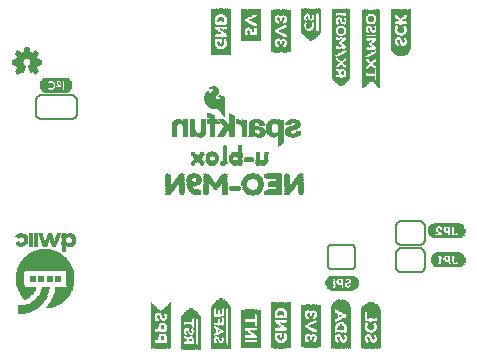
<source format=gbo>
G75*
%MOIN*%
%OFA0B0*%
%FSLAX25Y25*%
%IPPOS*%
%LPD*%
%AMOC8*
5,1,8,0,0,1.08239X$1,22.5*
%
%ADD10C,0.00299*%
%ADD11C,0.00800*%
%ADD12R,0.00157X0.13858*%
%ADD13R,0.00157X0.14331*%
%ADD14R,0.00157X0.14646*%
%ADD15R,0.00157X0.14961*%
%ADD16R,0.00157X0.15118*%
%ADD17R,0.00157X0.15276*%
%ADD18R,0.00157X0.15433*%
%ADD19R,0.00157X0.02835*%
%ADD20R,0.00157X0.11969*%
%ADD21R,0.00157X0.02520*%
%ADD22R,0.00157X0.01102*%
%ADD23R,0.00157X0.03150*%
%ADD24R,0.00157X0.04567*%
%ADD25R,0.00157X0.02205*%
%ADD26R,0.00157X0.00787*%
%ADD27R,0.00157X0.02677*%
%ADD28R,0.00157X0.04409*%
%ADD29R,0.00157X0.02047*%
%ADD30R,0.00157X0.00630*%
%ADD31R,0.00157X0.01890*%
%ADD32R,0.00157X0.01732*%
%ADD33R,0.00157X0.01575*%
%ADD34R,0.00157X0.00945*%
%ADD35R,0.00157X0.02362*%
%ADD36R,0.00157X0.01260*%
%ADD37R,0.00157X0.01417*%
%ADD38R,0.00157X0.04252*%
%ADD39R,0.00157X0.00315*%
%ADD40R,0.00157X0.04094*%
%ADD41R,0.00157X0.00472*%
%ADD42R,0.00157X0.03937*%
%ADD43R,0.00157X0.03307*%
%ADD44R,0.00157X0.03780*%
%ADD45R,0.00157X0.03465*%
%ADD46R,0.00157X0.02992*%
%ADD47R,0.00157X0.12913*%
%ADD48R,0.00157X0.13386*%
%ADD49R,0.00157X0.13701*%
%ADD50R,0.00157X0.14016*%
%ADD51R,0.00157X0.14173*%
%ADD52R,0.00157X0.14488*%
%ADD53R,0.00157X0.07087*%
%ADD54R,0.00157X0.04882*%
%ADD55R,0.00157X0.05039*%
%ADD56R,0.00157X0.05197*%
%ADD57R,0.00157X0.03622*%
%ADD58R,0.00157X0.00157*%
%ADD59R,0.00157X0.11024*%
%ADD60R,0.07205X0.00118*%
%ADD61R,0.07913X0.00118*%
%ADD62R,0.08386X0.00079*%
%ADD63R,0.08858X0.00157*%
%ADD64R,0.09094X0.00118*%
%ADD65R,0.09331X0.00118*%
%ADD66R,0.09567X0.00079*%
%ADD67R,0.03661X0.00118*%
%ADD68R,0.02126X0.00118*%
%ADD69R,0.02953X0.00118*%
%ADD70R,0.02244X0.00157*%
%ADD71R,0.00591X0.00157*%
%ADD72R,0.01535X0.00157*%
%ADD73R,0.02598X0.00157*%
%ADD74R,0.02244X0.00118*%
%ADD75R,0.00472X0.00118*%
%ADD76R,0.01181X0.00118*%
%ADD77R,0.02362X0.00118*%
%ADD78R,0.00945X0.00118*%
%ADD79R,0.00354X0.00118*%
%ADD80R,0.00827X0.00118*%
%ADD81R,0.02480X0.00157*%
%ADD82R,0.00354X0.00157*%
%ADD83R,0.00236X0.00157*%
%ADD84R,0.02480X0.00118*%
%ADD85R,0.02598X0.00118*%
%ADD86R,0.01063X0.00118*%
%ADD87R,0.02835X0.00118*%
%ADD88R,0.00472X0.00157*%
%ADD89R,0.04252X0.00157*%
%ADD90R,0.04370X0.00118*%
%ADD91R,0.00591X0.00118*%
%ADD92R,0.04488X0.00118*%
%ADD93R,0.00709X0.00157*%
%ADD94R,0.04488X0.00157*%
%ADD95R,0.00236X0.00118*%
%ADD96R,0.00118X0.00118*%
%ADD97R,0.00118X0.00157*%
%ADD98R,0.04370X0.00157*%
%ADD99R,0.04252X0.00118*%
%ADD100R,0.02717X0.00118*%
%ADD101R,0.03071X0.00157*%
%ADD102R,0.03425X0.00118*%
%ADD103R,0.09567X0.00118*%
%ADD104R,0.08858X0.00118*%
%ADD105R,0.08386X0.00118*%
%ADD106R,0.00157X0.12756*%
%ADD107R,0.01181X0.00236*%
%ADD108R,0.00945X0.00236*%
%ADD109R,0.01654X0.00236*%
%ADD110R,0.01417X0.00236*%
%ADD111R,0.00472X0.00236*%
%ADD112R,0.02126X0.00236*%
%ADD113R,0.00709X0.00236*%
%ADD114R,0.03543X0.00236*%
%ADD115R,0.02835X0.00236*%
%ADD116R,0.04016X0.00236*%
%ADD117R,0.03307X0.00236*%
%ADD118R,0.03780X0.00236*%
%ADD119R,0.01890X0.00236*%
%ADD120R,0.04252X0.00236*%
%ADD121R,0.04488X0.00236*%
%ADD122R,0.03071X0.00236*%
%ADD123R,0.02598X0.00236*%
%ADD124R,0.02362X0.00236*%
%ADD125R,0.00236X0.00236*%
%ADD126R,0.00472X0.00079*%
%ADD127R,0.01339X0.00079*%
%ADD128R,0.01260X0.00079*%
%ADD129R,0.00551X0.00079*%
%ADD130R,0.01102X0.00079*%
%ADD131R,0.01417X0.00079*%
%ADD132R,0.01654X0.00079*%
%ADD133R,0.01496X0.00079*%
%ADD134R,0.01890X0.00079*%
%ADD135R,0.02126X0.00079*%
%ADD136R,0.02205X0.00079*%
%ADD137R,0.01575X0.00079*%
%ADD138R,0.02520X0.00079*%
%ADD139R,0.02441X0.00079*%
%ADD140R,0.02756X0.00079*%
%ADD141R,0.02598X0.00079*%
%ADD142R,0.02913X0.00079*%
%ADD143R,0.04252X0.00079*%
%ADD144R,0.03150X0.00079*%
%ADD145R,0.04331X0.00079*%
%ADD146R,0.01732X0.00079*%
%ADD147R,0.03307X0.00079*%
%ADD148R,0.04409X0.00079*%
%ADD149R,0.01811X0.00079*%
%ADD150R,0.03386X0.00079*%
%ADD151R,0.03543X0.00079*%
%ADD152R,0.04488X0.00079*%
%ADD153R,0.03622X0.00079*%
%ADD154R,0.04567X0.00079*%
%ADD155R,0.03780X0.00079*%
%ADD156R,0.01969X0.00079*%
%ADD157R,0.02047X0.00079*%
%ADD158R,0.03701X0.00079*%
%ADD159R,0.01024X0.00079*%
%ADD160R,0.00709X0.00079*%
%ADD161R,0.02283X0.00079*%
%ADD162R,0.00236X0.00079*%
%ADD163R,0.02362X0.00079*%
%ADD164R,0.01181X0.00079*%
%ADD165R,0.00157X0.00079*%
%ADD166R,0.00394X0.00079*%
%ADD167R,0.00630X0.00079*%
%ADD168R,0.00866X0.00079*%
%ADD169R,0.03858X0.00079*%
%ADD170R,0.03465X0.00079*%
%ADD171R,0.02992X0.00079*%
%ADD172R,0.04173X0.00079*%
%ADD173R,0.02835X0.00079*%
%ADD174R,0.03228X0.00079*%
%ADD175R,0.04646X0.00079*%
%ADD176R,0.05276X0.00079*%
%ADD177R,0.05748X0.00079*%
%ADD178R,0.06299X0.00079*%
%ADD179R,0.06693X0.00079*%
%ADD180R,0.07165X0.00079*%
%ADD181R,0.07480X0.00079*%
%ADD182R,0.07795X0.00079*%
%ADD183R,0.08268X0.00079*%
%ADD184R,0.08504X0.00079*%
%ADD185R,0.08898X0.00079*%
%ADD186R,0.09213X0.00079*%
%ADD187R,0.09449X0.00079*%
%ADD188R,0.09764X0.00079*%
%ADD189R,0.10000X0.00079*%
%ADD190R,0.10236X0.00079*%
%ADD191R,0.10551X0.00079*%
%ADD192R,0.10709X0.00079*%
%ADD193R,0.11024X0.00079*%
%ADD194R,0.11181X0.00079*%
%ADD195R,0.11417X0.00079*%
%ADD196R,0.11654X0.00079*%
%ADD197R,0.11811X0.00079*%
%ADD198R,0.12047X0.00079*%
%ADD199R,0.12283X0.00079*%
%ADD200R,0.12441X0.00079*%
%ADD201R,0.12598X0.00079*%
%ADD202R,0.12835X0.00079*%
%ADD203R,0.12992X0.00079*%
%ADD204R,0.13150X0.00079*%
%ADD205R,0.13307X0.00079*%
%ADD206R,0.13465X0.00079*%
%ADD207R,0.13622X0.00079*%
%ADD208R,0.13858X0.00079*%
%ADD209R,0.13937X0.00079*%
%ADD210R,0.14094X0.00079*%
%ADD211R,0.14252X0.00079*%
%ADD212R,0.14409X0.00079*%
%ADD213R,0.14567X0.00079*%
%ADD214R,0.14724X0.00079*%
%ADD215R,0.14882X0.00079*%
%ADD216R,0.14961X0.00079*%
%ADD217R,0.15118X0.00079*%
%ADD218R,0.15197X0.00079*%
%ADD219R,0.15354X0.00079*%
%ADD220R,0.15512X0.00079*%
%ADD221R,0.15591X0.00079*%
%ADD222R,0.15669X0.00079*%
%ADD223R,0.15827X0.00079*%
%ADD224R,0.15984X0.00079*%
%ADD225R,0.16063X0.00079*%
%ADD226R,0.16142X0.00079*%
%ADD227R,0.16220X0.00079*%
%ADD228R,0.16378X0.00079*%
%ADD229R,0.16457X0.00079*%
%ADD230R,0.16535X0.00079*%
%ADD231R,0.16693X0.00079*%
%ADD232R,0.16772X0.00079*%
%ADD233R,0.16850X0.00079*%
%ADD234R,0.16929X0.00079*%
%ADD235R,0.17008X0.00079*%
%ADD236R,0.17087X0.00079*%
%ADD237R,0.17244X0.00079*%
%ADD238R,0.17323X0.00079*%
%ADD239R,0.17480X0.00079*%
%ADD240R,0.17559X0.00079*%
%ADD241R,0.17717X0.00079*%
%ADD242R,0.17795X0.00079*%
%ADD243R,0.17874X0.00079*%
%ADD244R,0.17953X0.00079*%
%ADD245R,0.18031X0.00079*%
%ADD246R,0.18110X0.00079*%
%ADD247R,0.18189X0.00079*%
%ADD248R,0.18268X0.00079*%
%ADD249R,0.18346X0.00079*%
%ADD250R,0.18425X0.00079*%
%ADD251R,0.18504X0.00079*%
%ADD252R,0.18583X0.00079*%
%ADD253R,0.18661X0.00079*%
%ADD254R,0.02677X0.00079*%
%ADD255R,0.05827X0.00079*%
%ADD256R,0.06220X0.00079*%
%ADD257R,0.06142X0.00079*%
%ADD258R,0.06063X0.00079*%
%ADD259R,0.05984X0.00079*%
%ADD260R,0.05906X0.00079*%
%ADD261R,0.05669X0.00079*%
%ADD262R,0.05512X0.00079*%
%ADD263R,0.05591X0.00079*%
%ADD264R,0.05433X0.00079*%
%ADD265R,0.05354X0.00079*%
%ADD266R,0.05197X0.00079*%
%ADD267R,0.05118X0.00079*%
%ADD268R,0.04961X0.00079*%
%ADD269R,0.04803X0.00079*%
%ADD270R,0.04724X0.00079*%
%ADD271R,0.04094X0.00079*%
%ADD272R,0.04016X0.00079*%
%ADD273R,0.03937X0.00079*%
%ADD274R,0.05039X0.00079*%
%ADD275R,0.03071X0.00079*%
%ADD276R,0.04882X0.00079*%
%ADD277R,0.00079X0.00079*%
%ADD278R,0.07244X0.00079*%
%ADD279R,0.07087X0.00079*%
%ADD280R,0.07008X0.00079*%
%ADD281R,0.06929X0.00079*%
%ADD282R,0.06850X0.00079*%
%ADD283R,0.06614X0.00079*%
%ADD284R,0.06535X0.00079*%
%ADD285R,0.06378X0.00079*%
%ADD286R,0.00157X0.11181*%
%ADD287R,0.00157X0.11496*%
%ADD288R,0.00157X0.11654*%
%ADD289R,0.00157X0.13071*%
%ADD290R,0.00157X0.13228*%
%ADD291R,0.00157X0.11811*%
%ADD292R,0.00157X0.14803*%
%ADD293R,0.00157X0.15906*%
%ADD294R,0.00157X0.16063*%
%ADD295R,0.00157X0.16220*%
%ADD296R,0.00157X0.16378*%
%ADD297R,0.00157X0.09921*%
%ADD298R,0.10039X0.00079*%
%ADD299R,0.10512X0.00157*%
%ADD300R,0.10748X0.00118*%
%ADD301R,0.10984X0.00118*%
%ADD302R,0.11220X0.00079*%
%ADD303R,0.03543X0.00157*%
%ADD304R,0.02835X0.00157*%
%ADD305R,0.03543X0.00118*%
%ADD306R,0.03661X0.00157*%
%ADD307R,0.00709X0.00118*%
%ADD308R,0.03780X0.00118*%
%ADD309R,0.03780X0.00157*%
%ADD310R,0.00945X0.00157*%
%ADD311R,0.00827X0.00157*%
%ADD312R,0.01654X0.00157*%
%ADD313R,0.02717X0.00157*%
%ADD314R,0.01417X0.00118*%
%ADD315R,0.01299X0.00118*%
%ADD316R,0.01181X0.00157*%
%ADD317R,0.03189X0.00118*%
%ADD318R,0.02008X0.00118*%
%ADD319R,0.02362X0.00157*%
%ADD320R,0.01890X0.00157*%
%ADD321R,0.01890X0.00118*%
%ADD322R,0.02126X0.00157*%
%ADD323R,0.11220X0.00118*%
%ADD324R,0.10512X0.00118*%
%ADD325R,0.10039X0.00118*%
%ADD326R,0.08622X0.00118*%
%ADD327R,0.09094X0.00079*%
%ADD328R,0.09567X0.00157*%
%ADD329R,0.09803X0.00118*%
%ADD330R,0.10276X0.00079*%
%ADD331R,0.01299X0.00157*%
%ADD332R,0.01772X0.00118*%
%ADD333R,0.10276X0.00118*%
%ADD334R,0.00157X0.10551*%
%ADD335R,0.00157X0.07874*%
%ADD336R,0.00157X0.08031*%
%ADD337R,0.00157X0.08346*%
%ADD338R,0.00157X0.08504*%
%ADD339R,0.00157X0.09606*%
%ADD340R,0.00157X0.09764*%
%ADD341R,0.00157X0.10079*%
%ADD342R,0.00157X0.08661*%
%ADD343R,0.00157X0.23425*%
%ADD344R,0.00118X0.23543*%
%ADD345R,0.00157X0.23819*%
%ADD346R,0.00118X0.23976*%
%ADD347R,0.00157X0.24094*%
%ADD348R,0.00118X0.24252*%
%ADD349R,0.00157X0.13898*%
%ADD350R,0.00118X0.04961*%
%ADD351R,0.00118X0.02205*%
%ADD352R,0.00118X0.06063*%
%ADD353R,0.00118X0.02756*%
%ADD354R,0.00118X0.03701*%
%ADD355R,0.00157X0.01772*%
%ADD356R,0.00157X0.01929*%
%ADD357R,0.00157X0.00433*%
%ADD358R,0.00157X0.01535*%
%ADD359R,0.00157X0.01811*%
%ADD360R,0.00157X0.00984*%
%ADD361R,0.00157X0.01496*%
%ADD362R,0.00118X0.01929*%
%ADD363R,0.00118X0.00827*%
%ADD364R,0.00118X0.01654*%
%ADD365R,0.00118X0.01772*%
%ADD366R,0.00118X0.00433*%
%ADD367R,0.00118X0.02047*%
%ADD368R,0.00118X0.01102*%
%ADD369R,0.00118X0.01496*%
%ADD370R,0.00118X0.00709*%
%ADD371R,0.00157X0.00551*%
%ADD372R,0.00157X0.01378*%
%ADD373R,0.00157X0.01654*%
%ADD374R,0.00118X0.00394*%
%ADD375R,0.00118X0.01260*%
%ADD376R,0.00118X0.00551*%
%ADD377R,0.00118X0.00984*%
%ADD378R,0.00157X0.02323*%
%ADD379R,0.00157X0.00669*%
%ADD380R,0.00157X0.00709*%
%ADD381R,0.00118X0.02480*%
%ADD382R,0.00118X0.00669*%
%ADD383R,0.00157X0.02598*%
%ADD384R,0.00157X0.00394*%
%ADD385R,0.00157X0.00827*%
%ADD386R,0.00118X0.02598*%
%ADD387R,0.00118X0.01811*%
%ADD388R,0.00118X0.02087*%
%ADD389R,0.00157X0.02756*%
%ADD390R,0.00118X0.02874*%
%ADD391R,0.00157X0.02874*%
%ADD392R,0.00118X0.00276*%
%ADD393R,0.00157X0.00118*%
%ADD394R,0.00157X0.00276*%
%ADD395R,0.00118X0.01378*%
%ADD396R,0.00118X0.01535*%
%ADD397R,0.00118X0.01220*%
%ADD398R,0.00118X0.00945*%
%ADD399R,0.00157X0.01220*%
%ADD400R,0.00157X0.08268*%
%ADD401R,0.00118X0.08425*%
%ADD402R,0.00118X0.15433*%
%ADD403R,0.00157X0.26299*%
%ADD404R,0.00118X0.26181*%
%ADD405R,0.00157X0.26024*%
%ADD406R,0.00118X0.25906*%
%ADD407R,0.00157X0.25748*%
%ADD408R,0.00118X0.25630*%
%ADD409R,0.00157X0.14055*%
%ADD410R,0.00118X0.05787*%
%ADD411R,0.00118X0.06772*%
%ADD412R,0.00118X0.03031*%
%ADD413R,0.00157X0.02480*%
%ADD414R,0.00118X0.02323*%
%ADD415R,0.00118X0.02362*%
%ADD416R,0.00118X0.02638*%
%ADD417R,0.00118X0.02913*%
%ADD418R,0.00157X0.03031*%
%ADD419R,0.00118X0.03307*%
%ADD420R,0.00157X0.09370*%
%ADD421R,0.00118X0.09803*%
%ADD422R,0.00118X0.15551*%
%ADD423C,0.00300*%
%ADD424R,0.00551X0.00276*%
%ADD425R,0.00276X0.00276*%
%ADD426R,0.04409X0.00276*%
%ADD427R,0.01654X0.00276*%
%ADD428R,0.01654X0.00315*%
%ADD429R,0.05512X0.00315*%
%ADD430R,0.03031X0.00315*%
%ADD431R,0.01929X0.00276*%
%ADD432R,0.05787X0.00276*%
%ADD433R,0.04134X0.00276*%
%ADD434R,0.03583X0.00276*%
%ADD435R,0.02205X0.00236*%
%ADD436R,0.01929X0.00236*%
%ADD437R,0.05787X0.00236*%
%ADD438R,0.04685X0.00236*%
%ADD439R,0.04134X0.00236*%
%ADD440R,0.02205X0.00315*%
%ADD441R,0.01929X0.00315*%
%ADD442R,0.05787X0.00315*%
%ADD443R,0.05236X0.00315*%
%ADD444R,0.02480X0.00315*%
%ADD445R,0.04409X0.00315*%
%ADD446R,0.02480X0.00276*%
%ADD447R,0.02756X0.00276*%
%ADD448R,0.04685X0.00276*%
%ADD449R,0.05512X0.00276*%
%ADD450R,0.06339X0.00276*%
%ADD451R,0.02205X0.00276*%
%ADD452R,0.03031X0.00236*%
%ADD453R,0.02480X0.00236*%
%ADD454R,0.03307X0.00315*%
%ADD455R,0.03307X0.00276*%
%ADD456R,0.03858X0.00276*%
%ADD457R,0.04961X0.00276*%
%ADD458R,0.07992X0.00276*%
%ADD459R,0.03858X0.00315*%
%ADD460R,0.04685X0.00315*%
%ADD461R,0.03583X0.00315*%
%ADD462R,0.03031X0.00276*%
%ADD463R,0.01378X0.00276*%
%ADD464R,0.06063X0.00276*%
%ADD465R,0.05236X0.00236*%
%ADD466R,0.03583X0.00236*%
%ADD467R,0.01378X0.00236*%
%ADD468R,0.00827X0.00276*%
%ADD469R,0.07441X0.00118*%
%ADD470R,0.08150X0.00118*%
%ADD471R,0.08622X0.00079*%
%ADD472R,0.09094X0.00157*%
%ADD473R,0.09803X0.00079*%
%ADD474R,0.06614X0.00118*%
%ADD475R,0.01063X0.00157*%
%ADD476R,0.01772X0.00157*%
%ADD477R,0.01535X0.00118*%
%ADD478R,0.03898X0.00157*%
%ADD479R,0.02008X0.00157*%
D10*
X0160355Y0174992D02*
X0159449Y0175898D01*
X0160276Y0177000D01*
X0160236Y0177079D01*
X0160197Y0177118D01*
X0160158Y0177197D01*
X0160158Y0177236D01*
X0160118Y0177315D01*
X0160079Y0177354D01*
X0160040Y0177433D01*
X0160040Y0177472D01*
X0159961Y0177630D01*
X0159961Y0177669D01*
X0159922Y0177748D01*
X0159922Y0177787D01*
X0159882Y0177866D01*
X0159882Y0177945D01*
X0159843Y0177984D01*
X0158465Y0178220D01*
X0158465Y0179480D01*
X0159882Y0179716D01*
X0159882Y0179874D01*
X0159922Y0179913D01*
X0159922Y0179992D01*
X0159961Y0180031D01*
X0160000Y0180110D01*
X0160000Y0180189D01*
X0160040Y0180228D01*
X0160040Y0180307D01*
X0160079Y0180346D01*
X0160118Y0180425D01*
X0160158Y0180464D01*
X0160158Y0180543D01*
X0160197Y0180583D01*
X0160236Y0180661D01*
X0160276Y0180701D01*
X0159449Y0181842D01*
X0160355Y0182709D01*
X0161496Y0181921D01*
X0161536Y0181961D01*
X0161614Y0182000D01*
X0161654Y0182000D01*
X0161733Y0182039D01*
X0161772Y0182079D01*
X0161851Y0182118D01*
X0161890Y0182118D01*
X0161969Y0182157D01*
X0162008Y0182197D01*
X0162087Y0182197D01*
X0162166Y0182236D01*
X0162205Y0182236D01*
X0162284Y0182275D01*
X0162323Y0182275D01*
X0162402Y0182315D01*
X0162481Y0182315D01*
X0162717Y0183693D01*
X0163977Y0183693D01*
X0164213Y0182315D01*
X0164252Y0182315D01*
X0164331Y0182275D01*
X0164410Y0182275D01*
X0164449Y0182236D01*
X0164528Y0182236D01*
X0164607Y0182197D01*
X0164646Y0182197D01*
X0164725Y0182157D01*
X0164764Y0182118D01*
X0164843Y0182118D01*
X0164882Y0182079D01*
X0164961Y0182039D01*
X0165000Y0182000D01*
X0165079Y0182000D01*
X0165118Y0181961D01*
X0165197Y0181921D01*
X0166339Y0182709D01*
X0167205Y0181842D01*
X0166418Y0180701D01*
X0166457Y0180661D01*
X0166457Y0180583D01*
X0166496Y0180543D01*
X0166536Y0180464D01*
X0166575Y0180425D01*
X0166575Y0180346D01*
X0166614Y0180307D01*
X0166654Y0180228D01*
X0166654Y0180189D01*
X0166733Y0180031D01*
X0166733Y0179992D01*
X0166772Y0179913D01*
X0166772Y0179874D01*
X0166811Y0179795D01*
X0166811Y0179716D01*
X0168189Y0179480D01*
X0168189Y0178220D01*
X0166811Y0177984D01*
X0166811Y0177945D01*
X0166772Y0177866D01*
X0166772Y0177787D01*
X0166733Y0177748D01*
X0166733Y0177669D01*
X0166693Y0177630D01*
X0166654Y0177551D01*
X0166654Y0177472D01*
X0166614Y0177433D01*
X0166614Y0177354D01*
X0166575Y0177315D01*
X0166536Y0177236D01*
X0166496Y0177197D01*
X0166457Y0177118D01*
X0166457Y0177079D01*
X0166418Y0177000D01*
X0167205Y0175898D01*
X0166339Y0174992D01*
X0165197Y0175779D01*
X0165158Y0175779D01*
X0165118Y0175740D01*
X0165079Y0175740D01*
X0165040Y0175701D01*
X0165000Y0175701D01*
X0164961Y0175661D01*
X0164922Y0175661D01*
X0164882Y0175622D01*
X0164843Y0175622D01*
X0164803Y0175583D01*
X0164764Y0175583D01*
X0164725Y0175543D01*
X0164646Y0175543D01*
X0164607Y0175504D01*
X0163819Y0177630D01*
X0163937Y0177669D01*
X0164095Y0177748D01*
X0164173Y0177827D01*
X0164252Y0177866D01*
X0164331Y0177945D01*
X0164370Y0178023D01*
X0164449Y0178102D01*
X0164528Y0178260D01*
X0164567Y0178378D01*
X0164646Y0178535D01*
X0164646Y0178653D01*
X0164685Y0178772D01*
X0164685Y0179008D01*
X0164528Y0179480D01*
X0164370Y0179716D01*
X0164292Y0179795D01*
X0164173Y0179874D01*
X0164095Y0179953D01*
X0163977Y0180031D01*
X0163859Y0180071D01*
X0163740Y0180149D01*
X0163622Y0180149D01*
X0163465Y0180189D01*
X0163189Y0180189D01*
X0163071Y0180149D01*
X0162953Y0180149D01*
X0162835Y0180071D01*
X0162717Y0180031D01*
X0162481Y0179874D01*
X0162323Y0179716D01*
X0162166Y0179480D01*
X0162126Y0179362D01*
X0162048Y0179244D01*
X0162048Y0179126D01*
X0162008Y0179008D01*
X0162008Y0178653D01*
X0162048Y0178535D01*
X0162048Y0178457D01*
X0162087Y0178378D01*
X0162126Y0178260D01*
X0162166Y0178181D01*
X0162244Y0178102D01*
X0162284Y0178023D01*
X0162441Y0177866D01*
X0162520Y0177827D01*
X0162599Y0177748D01*
X0162835Y0177630D01*
X0162048Y0175504D01*
X0162048Y0175543D01*
X0161969Y0175543D01*
X0161929Y0175583D01*
X0161890Y0175583D01*
X0161851Y0175622D01*
X0161811Y0175622D01*
X0161772Y0175661D01*
X0161693Y0175661D01*
X0161654Y0175701D01*
X0161614Y0175701D01*
X0161536Y0175779D01*
X0161496Y0175779D01*
X0160355Y0174992D01*
X0160311Y0175035D02*
X0160417Y0175035D01*
X0160014Y0175333D02*
X0160849Y0175333D01*
X0161281Y0175631D02*
X0159716Y0175631D01*
X0159472Y0175928D02*
X0162205Y0175928D01*
X0162095Y0175631D02*
X0161803Y0175631D01*
X0162315Y0176226D02*
X0159696Y0176226D01*
X0159919Y0176524D02*
X0162425Y0176524D01*
X0162536Y0176822D02*
X0160142Y0176822D01*
X0160196Y0177119D02*
X0162646Y0177119D01*
X0162756Y0177417D02*
X0160048Y0177417D01*
X0159938Y0177715D02*
X0162665Y0177715D01*
X0162295Y0178012D02*
X0159677Y0178012D01*
X0158465Y0178310D02*
X0162109Y0178310D01*
X0162023Y0178608D02*
X0158465Y0178608D01*
X0158465Y0178906D02*
X0162008Y0178906D01*
X0162048Y0179203D02*
X0158465Y0179203D01*
X0158590Y0179501D02*
X0162180Y0179501D01*
X0162405Y0179799D02*
X0159882Y0179799D01*
X0159993Y0180097D02*
X0162874Y0180097D01*
X0163820Y0180097D02*
X0166700Y0180097D01*
X0166809Y0179799D02*
X0164286Y0179799D01*
X0164514Y0179501D02*
X0168067Y0179501D01*
X0168189Y0179203D02*
X0164620Y0179203D01*
X0164685Y0178906D02*
X0168189Y0178906D01*
X0168189Y0178608D02*
X0164646Y0178608D01*
X0164545Y0178310D02*
X0168189Y0178310D01*
X0166977Y0178012D02*
X0164365Y0178012D01*
X0164028Y0177715D02*
X0166733Y0177715D01*
X0166614Y0177417D02*
X0163898Y0177417D01*
X0164008Y0177119D02*
X0166458Y0177119D01*
X0166545Y0176822D02*
X0164119Y0176822D01*
X0164229Y0176524D02*
X0166758Y0176524D01*
X0166970Y0176226D02*
X0164339Y0176226D01*
X0164449Y0175928D02*
X0167183Y0175928D01*
X0166950Y0175631D02*
X0165413Y0175631D01*
X0164891Y0175631D02*
X0164560Y0175631D01*
X0165844Y0175333D02*
X0166665Y0175333D01*
X0166380Y0175035D02*
X0166276Y0175035D01*
X0166575Y0180394D02*
X0160103Y0180394D01*
X0160267Y0180692D02*
X0166426Y0180692D01*
X0166617Y0180990D02*
X0160067Y0180990D01*
X0159851Y0181287D02*
X0166822Y0181287D01*
X0167028Y0181585D02*
X0159635Y0181585D01*
X0159491Y0181883D02*
X0167164Y0181883D01*
X0166867Y0182181D02*
X0165573Y0182181D01*
X0166005Y0182478D02*
X0166569Y0182478D01*
X0164678Y0182181D02*
X0161992Y0182181D01*
X0162509Y0182478D02*
X0164185Y0182478D01*
X0164134Y0182776D02*
X0162560Y0182776D01*
X0162611Y0183074D02*
X0164083Y0183074D01*
X0164032Y0183372D02*
X0162662Y0183372D01*
X0162713Y0183669D02*
X0163981Y0183669D01*
X0161120Y0182181D02*
X0159803Y0182181D01*
X0160114Y0182478D02*
X0160688Y0182478D01*
D11*
X0168333Y0167900D02*
X0178333Y0167900D01*
X0178416Y0167898D01*
X0178499Y0167892D01*
X0178582Y0167883D01*
X0178664Y0167869D01*
X0178745Y0167852D01*
X0178826Y0167831D01*
X0178905Y0167807D01*
X0178983Y0167778D01*
X0179060Y0167747D01*
X0179135Y0167711D01*
X0179209Y0167673D01*
X0179281Y0167630D01*
X0179350Y0167585D01*
X0179418Y0167536D01*
X0179483Y0167485D01*
X0179546Y0167430D01*
X0179606Y0167373D01*
X0179663Y0167313D01*
X0179718Y0167250D01*
X0179769Y0167185D01*
X0179818Y0167117D01*
X0179863Y0167048D01*
X0179906Y0166976D01*
X0179944Y0166902D01*
X0179980Y0166827D01*
X0180011Y0166750D01*
X0180040Y0166672D01*
X0180064Y0166593D01*
X0180085Y0166512D01*
X0180102Y0166431D01*
X0180116Y0166349D01*
X0180125Y0166266D01*
X0180131Y0166183D01*
X0180133Y0166100D01*
X0180133Y0161700D01*
X0180131Y0161617D01*
X0180125Y0161534D01*
X0180116Y0161451D01*
X0180102Y0161369D01*
X0180085Y0161288D01*
X0180064Y0161207D01*
X0180040Y0161128D01*
X0180011Y0161050D01*
X0179980Y0160973D01*
X0179944Y0160898D01*
X0179906Y0160824D01*
X0179863Y0160752D01*
X0179818Y0160683D01*
X0179769Y0160615D01*
X0179718Y0160550D01*
X0179663Y0160487D01*
X0179606Y0160427D01*
X0179546Y0160370D01*
X0179483Y0160315D01*
X0179418Y0160264D01*
X0179350Y0160215D01*
X0179281Y0160170D01*
X0179209Y0160127D01*
X0179135Y0160089D01*
X0179060Y0160053D01*
X0178983Y0160022D01*
X0178905Y0159993D01*
X0178826Y0159969D01*
X0178745Y0159948D01*
X0178664Y0159931D01*
X0178582Y0159917D01*
X0178499Y0159908D01*
X0178416Y0159902D01*
X0178333Y0159900D01*
X0168333Y0159900D01*
X0168250Y0159902D01*
X0168167Y0159908D01*
X0168084Y0159917D01*
X0168002Y0159931D01*
X0167921Y0159948D01*
X0167840Y0159969D01*
X0167761Y0159993D01*
X0167683Y0160022D01*
X0167606Y0160053D01*
X0167531Y0160089D01*
X0167457Y0160127D01*
X0167385Y0160170D01*
X0167316Y0160215D01*
X0167248Y0160264D01*
X0167183Y0160315D01*
X0167120Y0160370D01*
X0167060Y0160427D01*
X0167003Y0160487D01*
X0166948Y0160550D01*
X0166897Y0160615D01*
X0166848Y0160683D01*
X0166803Y0160752D01*
X0166760Y0160824D01*
X0166722Y0160898D01*
X0166686Y0160973D01*
X0166655Y0161050D01*
X0166626Y0161128D01*
X0166602Y0161207D01*
X0166581Y0161288D01*
X0166564Y0161369D01*
X0166550Y0161451D01*
X0166541Y0161534D01*
X0166535Y0161617D01*
X0166533Y0161700D01*
X0166533Y0166100D01*
X0166535Y0166183D01*
X0166541Y0166266D01*
X0166550Y0166349D01*
X0166564Y0166431D01*
X0166581Y0166512D01*
X0166602Y0166593D01*
X0166626Y0166672D01*
X0166655Y0166750D01*
X0166686Y0166827D01*
X0166722Y0166902D01*
X0166760Y0166976D01*
X0166803Y0167048D01*
X0166848Y0167117D01*
X0166897Y0167185D01*
X0166948Y0167250D01*
X0167003Y0167313D01*
X0167060Y0167373D01*
X0167120Y0167430D01*
X0167183Y0167485D01*
X0167248Y0167536D01*
X0167316Y0167585D01*
X0167385Y0167630D01*
X0167457Y0167673D01*
X0167531Y0167711D01*
X0167606Y0167747D01*
X0167683Y0167778D01*
X0167761Y0167807D01*
X0167840Y0167831D01*
X0167921Y0167852D01*
X0168002Y0167869D01*
X0168084Y0167883D01*
X0168167Y0167892D01*
X0168250Y0167898D01*
X0168333Y0167900D01*
X0263933Y0116900D02*
X0263933Y0110900D01*
X0263935Y0110840D01*
X0263940Y0110779D01*
X0263949Y0110720D01*
X0263962Y0110661D01*
X0263978Y0110602D01*
X0263998Y0110545D01*
X0264021Y0110490D01*
X0264048Y0110435D01*
X0264077Y0110383D01*
X0264110Y0110332D01*
X0264146Y0110283D01*
X0264184Y0110237D01*
X0264226Y0110193D01*
X0264270Y0110151D01*
X0264316Y0110113D01*
X0264365Y0110077D01*
X0264416Y0110044D01*
X0264468Y0110015D01*
X0264523Y0109988D01*
X0264578Y0109965D01*
X0264635Y0109945D01*
X0264694Y0109929D01*
X0264753Y0109916D01*
X0264812Y0109907D01*
X0264873Y0109902D01*
X0264933Y0109900D01*
X0271733Y0109900D01*
X0271793Y0109902D01*
X0271854Y0109907D01*
X0271913Y0109916D01*
X0271972Y0109929D01*
X0272031Y0109945D01*
X0272088Y0109965D01*
X0272143Y0109988D01*
X0272198Y0110015D01*
X0272250Y0110044D01*
X0272301Y0110077D01*
X0272350Y0110113D01*
X0272396Y0110151D01*
X0272440Y0110193D01*
X0272482Y0110237D01*
X0272520Y0110283D01*
X0272556Y0110332D01*
X0272589Y0110383D01*
X0272618Y0110435D01*
X0272645Y0110490D01*
X0272668Y0110545D01*
X0272688Y0110602D01*
X0272704Y0110661D01*
X0272717Y0110720D01*
X0272726Y0110779D01*
X0272731Y0110840D01*
X0272733Y0110900D01*
X0272733Y0116900D01*
X0272731Y0116960D01*
X0272726Y0117021D01*
X0272717Y0117080D01*
X0272704Y0117139D01*
X0272688Y0117198D01*
X0272668Y0117255D01*
X0272645Y0117310D01*
X0272618Y0117365D01*
X0272589Y0117417D01*
X0272556Y0117468D01*
X0272520Y0117517D01*
X0272482Y0117563D01*
X0272440Y0117607D01*
X0272396Y0117649D01*
X0272350Y0117687D01*
X0272301Y0117723D01*
X0272250Y0117756D01*
X0272198Y0117785D01*
X0272143Y0117812D01*
X0272088Y0117835D01*
X0272031Y0117855D01*
X0271972Y0117871D01*
X0271913Y0117884D01*
X0271854Y0117893D01*
X0271793Y0117898D01*
X0271733Y0117900D01*
X0264933Y0117900D01*
X0264873Y0117898D01*
X0264812Y0117893D01*
X0264753Y0117884D01*
X0264694Y0117871D01*
X0264635Y0117855D01*
X0264578Y0117835D01*
X0264523Y0117812D01*
X0264468Y0117785D01*
X0264416Y0117756D01*
X0264365Y0117723D01*
X0264316Y0117687D01*
X0264270Y0117649D01*
X0264226Y0117607D01*
X0264184Y0117563D01*
X0264146Y0117517D01*
X0264110Y0117468D01*
X0264077Y0117417D01*
X0264048Y0117365D01*
X0264021Y0117310D01*
X0263998Y0117255D01*
X0263978Y0117198D01*
X0263962Y0117139D01*
X0263949Y0117080D01*
X0263940Y0117021D01*
X0263935Y0116960D01*
X0263933Y0116900D01*
X0286533Y0115000D02*
X0286533Y0110600D01*
X0286535Y0110517D01*
X0286541Y0110434D01*
X0286550Y0110351D01*
X0286564Y0110269D01*
X0286581Y0110188D01*
X0286602Y0110107D01*
X0286626Y0110028D01*
X0286655Y0109950D01*
X0286686Y0109873D01*
X0286722Y0109798D01*
X0286760Y0109724D01*
X0286803Y0109652D01*
X0286848Y0109583D01*
X0286897Y0109515D01*
X0286948Y0109450D01*
X0287003Y0109387D01*
X0287060Y0109327D01*
X0287120Y0109270D01*
X0287183Y0109215D01*
X0287248Y0109164D01*
X0287316Y0109115D01*
X0287385Y0109070D01*
X0287457Y0109027D01*
X0287531Y0108989D01*
X0287606Y0108953D01*
X0287683Y0108922D01*
X0287761Y0108893D01*
X0287840Y0108869D01*
X0287921Y0108848D01*
X0288002Y0108831D01*
X0288084Y0108817D01*
X0288167Y0108808D01*
X0288250Y0108802D01*
X0288333Y0108800D01*
X0294333Y0108800D01*
X0294416Y0108802D01*
X0294499Y0108808D01*
X0294582Y0108817D01*
X0294664Y0108831D01*
X0294745Y0108848D01*
X0294826Y0108869D01*
X0294905Y0108893D01*
X0294983Y0108922D01*
X0295060Y0108953D01*
X0295135Y0108989D01*
X0295209Y0109027D01*
X0295281Y0109070D01*
X0295350Y0109115D01*
X0295418Y0109164D01*
X0295483Y0109215D01*
X0295546Y0109270D01*
X0295606Y0109327D01*
X0295663Y0109387D01*
X0295718Y0109450D01*
X0295769Y0109515D01*
X0295818Y0109583D01*
X0295863Y0109652D01*
X0295906Y0109724D01*
X0295944Y0109798D01*
X0295980Y0109873D01*
X0296011Y0109950D01*
X0296040Y0110028D01*
X0296064Y0110107D01*
X0296085Y0110188D01*
X0296102Y0110269D01*
X0296116Y0110351D01*
X0296125Y0110434D01*
X0296131Y0110517D01*
X0296133Y0110600D01*
X0296133Y0115000D01*
X0296131Y0115083D01*
X0296125Y0115166D01*
X0296116Y0115249D01*
X0296102Y0115331D01*
X0296085Y0115412D01*
X0296064Y0115493D01*
X0296040Y0115572D01*
X0296011Y0115650D01*
X0295980Y0115727D01*
X0295944Y0115802D01*
X0295906Y0115876D01*
X0295863Y0115948D01*
X0295818Y0116017D01*
X0295769Y0116085D01*
X0295718Y0116150D01*
X0295663Y0116213D01*
X0295606Y0116273D01*
X0295546Y0116330D01*
X0295483Y0116385D01*
X0295418Y0116436D01*
X0295350Y0116485D01*
X0295281Y0116530D01*
X0295209Y0116573D01*
X0295135Y0116611D01*
X0295060Y0116647D01*
X0294983Y0116678D01*
X0294905Y0116707D01*
X0294826Y0116731D01*
X0294745Y0116752D01*
X0294664Y0116769D01*
X0294582Y0116783D01*
X0294499Y0116792D01*
X0294416Y0116798D01*
X0294333Y0116800D01*
X0288333Y0116800D01*
X0288333Y0117900D02*
X0294333Y0117900D01*
X0294416Y0117902D01*
X0294499Y0117908D01*
X0294582Y0117917D01*
X0294664Y0117931D01*
X0294745Y0117948D01*
X0294826Y0117969D01*
X0294905Y0117993D01*
X0294983Y0118022D01*
X0295060Y0118053D01*
X0295135Y0118089D01*
X0295209Y0118127D01*
X0295281Y0118170D01*
X0295350Y0118215D01*
X0295418Y0118264D01*
X0295483Y0118315D01*
X0295546Y0118370D01*
X0295606Y0118427D01*
X0295663Y0118487D01*
X0295718Y0118550D01*
X0295769Y0118615D01*
X0295818Y0118683D01*
X0295863Y0118752D01*
X0295906Y0118824D01*
X0295944Y0118898D01*
X0295980Y0118973D01*
X0296011Y0119050D01*
X0296040Y0119128D01*
X0296064Y0119207D01*
X0296085Y0119288D01*
X0296102Y0119369D01*
X0296116Y0119451D01*
X0296125Y0119534D01*
X0296131Y0119617D01*
X0296133Y0119700D01*
X0296133Y0124100D01*
X0296131Y0124183D01*
X0296125Y0124266D01*
X0296116Y0124349D01*
X0296102Y0124431D01*
X0296085Y0124512D01*
X0296064Y0124593D01*
X0296040Y0124672D01*
X0296011Y0124750D01*
X0295980Y0124827D01*
X0295944Y0124902D01*
X0295906Y0124976D01*
X0295863Y0125048D01*
X0295818Y0125117D01*
X0295769Y0125185D01*
X0295718Y0125250D01*
X0295663Y0125313D01*
X0295606Y0125373D01*
X0295546Y0125430D01*
X0295483Y0125485D01*
X0295418Y0125536D01*
X0295350Y0125585D01*
X0295281Y0125630D01*
X0295209Y0125673D01*
X0295135Y0125711D01*
X0295060Y0125747D01*
X0294983Y0125778D01*
X0294905Y0125807D01*
X0294826Y0125831D01*
X0294745Y0125852D01*
X0294664Y0125869D01*
X0294582Y0125883D01*
X0294499Y0125892D01*
X0294416Y0125898D01*
X0294333Y0125900D01*
X0288333Y0125900D01*
X0288250Y0125898D01*
X0288167Y0125892D01*
X0288084Y0125883D01*
X0288002Y0125869D01*
X0287921Y0125852D01*
X0287840Y0125831D01*
X0287761Y0125807D01*
X0287683Y0125778D01*
X0287606Y0125747D01*
X0287531Y0125711D01*
X0287457Y0125673D01*
X0287385Y0125630D01*
X0287316Y0125585D01*
X0287248Y0125536D01*
X0287183Y0125485D01*
X0287120Y0125430D01*
X0287060Y0125373D01*
X0287003Y0125313D01*
X0286948Y0125250D01*
X0286897Y0125185D01*
X0286848Y0125117D01*
X0286803Y0125048D01*
X0286760Y0124976D01*
X0286722Y0124902D01*
X0286686Y0124827D01*
X0286655Y0124750D01*
X0286626Y0124672D01*
X0286602Y0124593D01*
X0286581Y0124512D01*
X0286564Y0124431D01*
X0286550Y0124349D01*
X0286541Y0124266D01*
X0286535Y0124183D01*
X0286533Y0124100D01*
X0286533Y0119700D01*
X0286535Y0119617D01*
X0286541Y0119534D01*
X0286550Y0119451D01*
X0286564Y0119369D01*
X0286581Y0119288D01*
X0286602Y0119207D01*
X0286626Y0119128D01*
X0286655Y0119050D01*
X0286686Y0118973D01*
X0286722Y0118898D01*
X0286760Y0118824D01*
X0286803Y0118752D01*
X0286848Y0118683D01*
X0286897Y0118615D01*
X0286948Y0118550D01*
X0287003Y0118487D01*
X0287060Y0118427D01*
X0287120Y0118370D01*
X0287183Y0118315D01*
X0287248Y0118264D01*
X0287316Y0118215D01*
X0287385Y0118170D01*
X0287457Y0118127D01*
X0287531Y0118089D01*
X0287606Y0118053D01*
X0287683Y0118022D01*
X0287761Y0117993D01*
X0287840Y0117969D01*
X0287921Y0117948D01*
X0288002Y0117931D01*
X0288084Y0117917D01*
X0288167Y0117908D01*
X0288250Y0117902D01*
X0288333Y0117900D01*
X0288333Y0116800D02*
X0288250Y0116798D01*
X0288167Y0116792D01*
X0288084Y0116783D01*
X0288002Y0116769D01*
X0287921Y0116752D01*
X0287840Y0116731D01*
X0287761Y0116707D01*
X0287683Y0116678D01*
X0287606Y0116647D01*
X0287531Y0116611D01*
X0287457Y0116573D01*
X0287385Y0116530D01*
X0287316Y0116485D01*
X0287248Y0116436D01*
X0287183Y0116385D01*
X0287120Y0116330D01*
X0287060Y0116273D01*
X0287003Y0116213D01*
X0286948Y0116150D01*
X0286897Y0116085D01*
X0286848Y0116017D01*
X0286803Y0115948D01*
X0286760Y0115876D01*
X0286722Y0115802D01*
X0286686Y0115727D01*
X0286655Y0115650D01*
X0286626Y0115572D01*
X0286602Y0115493D01*
X0286581Y0115412D01*
X0286564Y0115331D01*
X0286550Y0115249D01*
X0286541Y0115166D01*
X0286535Y0115083D01*
X0286533Y0115000D01*
D12*
X0271483Y0090319D03*
X0265184Y0090319D03*
D13*
X0265341Y0090555D03*
X0261483Y0090713D03*
X0261325Y0090713D03*
X0261168Y0090713D03*
X0261010Y0090713D03*
X0260853Y0090713D03*
X0260696Y0090713D03*
X0260538Y0090713D03*
X0256129Y0090713D03*
X0255971Y0090713D03*
X0255814Y0090713D03*
X0255656Y0090713D03*
X0255499Y0090713D03*
X0255341Y0090713D03*
X0255184Y0090713D03*
X0271325Y0090555D03*
X0275971Y0090555D03*
X0280696Y0090555D03*
X0231325Y0090343D03*
X0225341Y0090343D03*
X0210538Y0090555D03*
X0206129Y0090555D03*
X0245184Y0189113D03*
X0245341Y0189113D03*
X0245499Y0189113D03*
X0245656Y0189113D03*
X0245814Y0189113D03*
X0245971Y0189113D03*
X0246129Y0189113D03*
X0250538Y0189113D03*
X0250696Y0189113D03*
X0250853Y0189113D03*
X0251010Y0189113D03*
X0251168Y0189113D03*
X0251325Y0189113D03*
X0251483Y0189113D03*
X0285656Y0189240D03*
X0291010Y0189240D03*
D14*
X0290696Y0189083D03*
X0285971Y0189083D03*
X0271168Y0090713D03*
X0265499Y0090713D03*
X0231168Y0090500D03*
X0225499Y0090500D03*
X0210853Y0090713D03*
X0205814Y0090713D03*
D15*
X0205499Y0090870D03*
X0211168Y0090870D03*
X0225814Y0090657D03*
X0265656Y0090870D03*
X0271010Y0090870D03*
D16*
X0270853Y0090949D03*
X0265814Y0090949D03*
X0211325Y0090949D03*
X0205341Y0090949D03*
D17*
X0205184Y0091028D03*
X0211483Y0091028D03*
X0245184Y0091028D03*
X0245341Y0091028D03*
X0245499Y0091028D03*
X0245656Y0091028D03*
X0245814Y0091028D03*
X0245971Y0091028D03*
X0246129Y0091028D03*
X0250538Y0091028D03*
X0250696Y0091028D03*
X0250853Y0091028D03*
X0251010Y0091028D03*
X0251168Y0091028D03*
X0251325Y0091028D03*
X0251483Y0091028D03*
X0265971Y0091028D03*
X0270696Y0091028D03*
X0231483Y0188928D03*
X0231325Y0188928D03*
X0231168Y0188928D03*
X0231010Y0188928D03*
X0230853Y0188928D03*
X0230696Y0188928D03*
X0230538Y0188928D03*
X0226129Y0188928D03*
X0225971Y0188928D03*
X0225814Y0188928D03*
X0225656Y0188928D03*
X0225499Y0188928D03*
X0225341Y0188928D03*
X0225184Y0188928D03*
D18*
X0266504Y0188865D03*
X0276504Y0188616D03*
X0270538Y0091106D03*
X0266129Y0091106D03*
D19*
X0268018Y0084807D03*
X0270381Y0084807D03*
X0277703Y0090949D03*
X0277861Y0090949D03*
X0278018Y0090949D03*
X0278176Y0090949D03*
X0278333Y0090949D03*
X0278491Y0090949D03*
X0278648Y0090949D03*
X0278806Y0090949D03*
X0276286Y0096618D03*
X0276444Y0096776D03*
X0276601Y0096776D03*
X0266601Y0097720D03*
X0266444Y0097720D03*
X0260381Y0096461D03*
X0246444Y0097248D03*
X0249121Y0087799D03*
X0246444Y0084807D03*
X0258018Y0084965D03*
X0258176Y0084965D03*
X0258333Y0084965D03*
X0258491Y0084965D03*
X0258648Y0084965D03*
X0258806Y0084965D03*
X0260381Y0084965D03*
X0280381Y0084807D03*
X0218333Y0089949D03*
X0215971Y0093571D03*
X0207703Y0092839D03*
X0206601Y0091264D03*
X0226444Y0182707D03*
X0229121Y0185699D03*
X0236286Y0190987D03*
X0240381Y0192719D03*
X0237546Y0195081D03*
X0237388Y0195081D03*
X0226444Y0195148D03*
X0248018Y0183365D03*
X0248176Y0183365D03*
X0248333Y0183365D03*
X0248491Y0183365D03*
X0248648Y0183365D03*
X0248806Y0183365D03*
X0250381Y0183365D03*
X0257331Y0187892D03*
X0257488Y0187735D03*
X0257646Y0187735D03*
X0257803Y0191357D03*
X0250381Y0194861D03*
X0287861Y0194988D03*
X0288648Y0194988D03*
X0288648Y0189949D03*
X0288491Y0189949D03*
X0288333Y0189949D03*
X0288176Y0189949D03*
X0288018Y0189949D03*
X0287861Y0189949D03*
X0287703Y0189949D03*
X0288806Y0189949D03*
D20*
X0270381Y0092996D03*
D21*
X0276286Y0088587D03*
X0276286Y0084650D03*
X0270223Y0084650D03*
X0256286Y0084807D03*
X0249908Y0084650D03*
X0246601Y0084650D03*
X0256444Y0089059D03*
X0256444Y0092366D03*
X0256286Y0096618D03*
X0249908Y0097406D03*
X0246601Y0097406D03*
X0227388Y0084437D03*
X0207231Y0091106D03*
X0207073Y0091106D03*
X0206916Y0091106D03*
X0226601Y0182550D03*
X0229908Y0182550D03*
X0240223Y0192719D03*
X0238176Y0195239D03*
X0238018Y0195239D03*
X0229908Y0195306D03*
X0226601Y0195306D03*
X0246286Y0195018D03*
X0246444Y0190766D03*
X0246444Y0187459D03*
X0246286Y0183207D03*
X0256859Y0188207D03*
X0257016Y0188050D03*
X0256229Y0188837D03*
X0257961Y0191357D03*
X0258118Y0191357D03*
X0286286Y0187587D03*
X0287546Y0195146D03*
X0288963Y0195146D03*
D22*
X0290223Y0190972D03*
X0289278Y0189555D03*
X0289751Y0187508D03*
X0289593Y0187350D03*
X0289278Y0187193D03*
X0288648Y0186878D03*
X0287388Y0185618D03*
X0286759Y0187508D03*
X0279811Y0191372D03*
X0278709Y0190820D03*
X0278158Y0188616D03*
X0278158Y0182277D03*
X0268433Y0182683D03*
X0267607Y0180321D03*
X0270087Y0176345D03*
X0268985Y0175085D03*
X0268709Y0175085D03*
X0267055Y0175085D03*
X0250223Y0186593D03*
X0248648Y0187065D03*
X0249121Y0185176D03*
X0248963Y0185018D03*
X0247546Y0185176D03*
X0247388Y0185176D03*
X0248648Y0189113D03*
X0248806Y0189113D03*
X0250223Y0191632D03*
X0248963Y0192892D03*
X0249121Y0193050D03*
X0247546Y0193050D03*
X0247388Y0193050D03*
X0237388Y0188861D03*
X0229436Y0189243D03*
X0227073Y0188770D03*
X0227388Y0192865D03*
X0229121Y0192865D03*
X0229278Y0185148D03*
X0228648Y0184518D03*
X0268158Y0191502D03*
X0269811Y0190951D03*
X0268709Y0193707D03*
X0259121Y0094650D03*
X0258963Y0094492D03*
X0257546Y0094650D03*
X0257388Y0094650D03*
X0260223Y0093232D03*
X0258806Y0090713D03*
X0258648Y0090713D03*
X0258648Y0088665D03*
X0260223Y0088193D03*
X0259121Y0086776D03*
X0258963Y0086618D03*
X0257546Y0086776D03*
X0257388Y0086776D03*
X0249436Y0091343D03*
X0247073Y0090870D03*
X0249278Y0087248D03*
X0248648Y0086618D03*
X0239436Y0088823D03*
X0237073Y0088350D03*
X0228176Y0090500D03*
X0228018Y0090500D03*
X0219121Y0087508D03*
X0215971Y0087823D03*
X0216129Y0086248D03*
X0210066Y0088350D03*
X0208491Y0086776D03*
X0208491Y0090398D03*
X0208648Y0090398D03*
X0209121Y0090398D03*
X0209908Y0092130D03*
X0208176Y0092445D03*
X0207388Y0093862D03*
X0208491Y0095437D03*
X0207388Y0095909D03*
X0247388Y0094965D03*
X0249121Y0094965D03*
X0266444Y0091657D03*
X0267388Y0086618D03*
X0270223Y0088035D03*
X0276759Y0088508D03*
X0278648Y0087878D03*
X0279278Y0088193D03*
X0279593Y0088350D03*
X0279751Y0088508D03*
X0279278Y0090555D03*
X0280223Y0091972D03*
X0277388Y0086618D03*
D23*
X0270223Y0092366D03*
X0266916Y0097720D03*
X0246286Y0084965D03*
X0239436Y0094728D03*
X0239278Y0094728D03*
X0239121Y0094728D03*
X0238963Y0094728D03*
X0238806Y0094728D03*
X0238648Y0094728D03*
X0238491Y0094728D03*
X0238333Y0094728D03*
X0238176Y0094728D03*
X0238018Y0094728D03*
X0237861Y0094728D03*
X0237703Y0094728D03*
X0237546Y0094728D03*
X0237388Y0094728D03*
X0237231Y0094728D03*
X0237073Y0094728D03*
X0236916Y0094728D03*
X0236759Y0094728D03*
X0236601Y0094728D03*
X0236444Y0094728D03*
X0228963Y0098295D03*
X0218963Y0094988D03*
X0216286Y0093728D03*
X0206286Y0095988D03*
X0227231Y0084752D03*
X0226286Y0182865D03*
X0236759Y0194924D03*
X0236916Y0194924D03*
X0257488Y0191672D03*
X0258276Y0194979D03*
X0257961Y0187577D03*
X0286601Y0182862D03*
X0286759Y0182705D03*
X0286916Y0182705D03*
X0287073Y0182547D03*
X0288176Y0194831D03*
X0288333Y0194831D03*
D24*
X0269121Y0097327D03*
X0269593Y0097169D03*
X0269908Y0097012D03*
X0270223Y0096854D03*
X0227073Y0097114D03*
X0218491Y0094437D03*
X0218333Y0094437D03*
X0218176Y0094437D03*
X0218018Y0094437D03*
X0217861Y0094437D03*
D25*
X0226129Y0092941D03*
X0226286Y0092941D03*
X0226444Y0092941D03*
X0226601Y0092941D03*
X0226759Y0092941D03*
X0226916Y0092941D03*
X0227073Y0092941D03*
X0228176Y0092941D03*
X0228333Y0092941D03*
X0236286Y0091264D03*
X0227546Y0084280D03*
X0207861Y0092681D03*
X0208806Y0094886D03*
X0206601Y0096146D03*
X0226601Y0097823D03*
X0246916Y0097563D03*
X0249593Y0097563D03*
X0256444Y0096776D03*
X0258333Y0096776D03*
X0260066Y0096776D03*
X0258333Y0093154D03*
X0258176Y0093154D03*
X0256601Y0092366D03*
X0256601Y0089059D03*
X0256444Y0084650D03*
X0258963Y0084650D03*
X0260066Y0084650D03*
X0268333Y0084492D03*
X0270066Y0084492D03*
X0268963Y0087484D03*
X0269908Y0092524D03*
X0266444Y0094256D03*
X0278963Y0087484D03*
X0278333Y0084492D03*
X0280066Y0084492D03*
X0249751Y0084492D03*
X0249593Y0084492D03*
X0246916Y0084492D03*
X0277607Y0173065D03*
X0279260Y0173065D03*
X0277882Y0176096D03*
X0267331Y0185164D03*
X0267055Y0185164D03*
X0266780Y0185164D03*
X0258276Y0191357D03*
X0257961Y0195451D03*
X0259378Y0195451D03*
X0250066Y0195176D03*
X0248333Y0195176D03*
X0246444Y0195176D03*
X0248176Y0191554D03*
X0248333Y0191554D03*
X0246601Y0190766D03*
X0246601Y0187459D03*
X0246444Y0183050D03*
X0248963Y0183050D03*
X0250066Y0183050D03*
X0239121Y0189884D03*
X0238963Y0189884D03*
X0236601Y0191144D03*
X0239908Y0192719D03*
X0240066Y0192719D03*
X0240381Y0195396D03*
X0238806Y0195396D03*
X0238648Y0195396D03*
X0229593Y0195463D03*
X0226916Y0195463D03*
X0236286Y0187050D03*
X0229751Y0182392D03*
X0229593Y0182392D03*
X0226916Y0182392D03*
X0287231Y0195303D03*
X0289278Y0195303D03*
X0290381Y0195303D03*
X0288963Y0186484D03*
D26*
X0288491Y0187035D03*
X0287073Y0187508D03*
X0286916Y0187508D03*
X0287231Y0189555D03*
X0289121Y0190972D03*
X0289751Y0192862D03*
X0286916Y0192862D03*
X0258591Y0190963D03*
X0256859Y0190963D03*
X0257016Y0192223D03*
X0256229Y0192380D03*
X0256859Y0193640D03*
X0250066Y0191632D03*
X0249278Y0191317D03*
X0249121Y0191317D03*
X0249278Y0193050D03*
X0247231Y0193050D03*
X0248333Y0189113D03*
X0248491Y0189113D03*
X0248963Y0187065D03*
X0250066Y0186593D03*
X0249278Y0185176D03*
X0247231Y0185176D03*
X0239436Y0190435D03*
X0237231Y0188861D03*
X0230066Y0186723D03*
X0229278Y0186723D03*
X0227546Y0188613D03*
X0227388Y0188613D03*
X0228963Y0189400D03*
X0226286Y0190975D03*
X0227231Y0185148D03*
X0207703Y0095752D03*
X0208018Y0095594D03*
X0208176Y0095594D03*
X0207231Y0093862D03*
X0208333Y0092287D03*
X0209751Y0092130D03*
X0209278Y0093862D03*
X0209751Y0088508D03*
X0207861Y0088508D03*
X0216759Y0088925D03*
X0217546Y0087823D03*
X0218491Y0088925D03*
X0218963Y0087508D03*
X0218491Y0086091D03*
X0217703Y0086091D03*
X0216759Y0086091D03*
X0216601Y0086091D03*
X0226759Y0086091D03*
X0228491Y0086091D03*
X0227546Y0090657D03*
X0227388Y0090657D03*
X0227388Y0093650D03*
X0227546Y0093650D03*
X0227703Y0093650D03*
X0227861Y0093650D03*
X0237546Y0088193D03*
X0238963Y0088980D03*
X0239121Y0088980D03*
X0246286Y0093075D03*
X0247388Y0090713D03*
X0247546Y0090713D03*
X0248963Y0091500D03*
X0249278Y0088823D03*
X0250066Y0088823D03*
X0247231Y0087248D03*
X0257231Y0086776D03*
X0259278Y0086776D03*
X0260066Y0088193D03*
X0258963Y0088665D03*
X0258491Y0090713D03*
X0258333Y0090713D03*
X0259121Y0092917D03*
X0259278Y0092917D03*
X0260066Y0093232D03*
X0259278Y0094650D03*
X0257231Y0094650D03*
X0268333Y0092602D03*
X0268491Y0092602D03*
X0268491Y0088193D03*
X0269436Y0088193D03*
X0270066Y0088193D03*
X0266601Y0088193D03*
X0276916Y0088508D03*
X0277073Y0088508D03*
X0278491Y0088035D03*
X0277231Y0090555D03*
X0279121Y0091972D03*
D27*
X0278963Y0091028D03*
X0277546Y0091028D03*
X0278018Y0084728D03*
X0270066Y0092445D03*
X0266286Y0084728D03*
X0250066Y0084728D03*
X0250066Y0097327D03*
X0228333Y0087035D03*
X0218176Y0090028D03*
X0210223Y0096067D03*
X0208963Y0094807D03*
X0206444Y0096067D03*
X0206759Y0091185D03*
X0206759Y0087563D03*
X0206916Y0087563D03*
X0207073Y0087563D03*
X0207231Y0087563D03*
X0206601Y0087563D03*
X0206444Y0087563D03*
X0230066Y0182628D03*
X0230066Y0195227D03*
X0237703Y0195160D03*
X0237861Y0195160D03*
X0256071Y0189073D03*
X0257173Y0187971D03*
X0258118Y0195215D03*
X0287703Y0195067D03*
X0288806Y0195067D03*
X0288963Y0190028D03*
X0287546Y0190028D03*
D28*
X0268963Y0097406D03*
X0268806Y0097406D03*
X0269278Y0097248D03*
X0269436Y0097248D03*
X0269751Y0097091D03*
X0270066Y0096933D03*
X0226916Y0097035D03*
X0218648Y0094516D03*
X0217703Y0094358D03*
D29*
X0220223Y0094437D03*
X0226444Y0097744D03*
X0228491Y0093020D03*
X0225971Y0089083D03*
X0228018Y0087193D03*
X0229278Y0087823D03*
X0229121Y0084201D03*
X0227703Y0084201D03*
X0226129Y0084201D03*
X0217231Y0088138D03*
X0217073Y0088295D03*
X0215971Y0090500D03*
X0209908Y0096067D03*
X0206759Y0096067D03*
X0206286Y0084413D03*
X0247073Y0084413D03*
X0247231Y0084413D03*
X0249436Y0084413D03*
X0256601Y0084571D03*
X0259908Y0084571D03*
X0256759Y0089138D03*
X0256759Y0092287D03*
X0258491Y0093232D03*
X0258648Y0093232D03*
X0259751Y0090713D03*
X0259908Y0090713D03*
X0259908Y0096854D03*
X0258491Y0096854D03*
X0256601Y0096854D03*
X0249436Y0097642D03*
X0247231Y0097642D03*
X0247073Y0097642D03*
X0266601Y0094177D03*
X0269751Y0092602D03*
X0269751Y0084413D03*
X0269908Y0084413D03*
X0268648Y0084413D03*
X0268491Y0084413D03*
X0267546Y0084413D03*
X0266759Y0084413D03*
X0266601Y0084413D03*
X0276601Y0084413D03*
X0277546Y0084413D03*
X0278491Y0084413D03*
X0279751Y0084413D03*
X0279908Y0084413D03*
X0269811Y0172683D03*
X0267055Y0172683D03*
X0268433Y0180124D03*
X0277055Y0184836D03*
X0277331Y0184836D03*
X0278433Y0179876D03*
X0278985Y0176017D03*
X0260166Y0188128D03*
X0249908Y0189113D03*
X0249751Y0189113D03*
X0248648Y0191632D03*
X0248491Y0191632D03*
X0246759Y0190687D03*
X0246759Y0187538D03*
X0246601Y0182971D03*
X0249908Y0182971D03*
X0240223Y0186971D03*
X0240066Y0186971D03*
X0237861Y0186971D03*
X0237388Y0186971D03*
X0236444Y0186971D03*
X0239278Y0189806D03*
X0236759Y0191065D03*
X0238963Y0195475D03*
X0239121Y0195475D03*
X0246601Y0195254D03*
X0248491Y0195254D03*
X0249908Y0195254D03*
X0256229Y0195530D03*
X0258591Y0195530D03*
X0259221Y0195530D03*
X0277055Y0195309D03*
X0279811Y0195309D03*
X0286286Y0195382D03*
X0287073Y0195382D03*
X0289436Y0195382D03*
X0290223Y0195382D03*
X0229436Y0195542D03*
X0227231Y0195542D03*
X0227073Y0195542D03*
X0227073Y0182313D03*
X0227231Y0182313D03*
X0229436Y0182313D03*
D30*
X0229436Y0186802D03*
X0229593Y0186802D03*
X0229751Y0186802D03*
X0229908Y0186802D03*
X0228648Y0186802D03*
X0227703Y0188534D03*
X0228806Y0189479D03*
X0230223Y0191054D03*
X0227231Y0192628D03*
X0226444Y0191054D03*
X0226601Y0186802D03*
X0237861Y0188939D03*
X0240223Y0190514D03*
X0238333Y0192719D03*
X0238176Y0192719D03*
X0249121Y0186987D03*
X0249278Y0186987D03*
X0249593Y0186829D03*
X0249908Y0186672D03*
X0249593Y0191396D03*
X0249436Y0191396D03*
X0249908Y0191554D03*
X0258433Y0192144D03*
X0258591Y0193719D03*
X0287073Y0192783D03*
X0287388Y0191051D03*
X0289278Y0191051D03*
X0290066Y0191051D03*
X0289593Y0192783D03*
X0287388Y0187429D03*
X0287231Y0187429D03*
X0289436Y0185697D03*
X0247231Y0094728D03*
X0246444Y0093154D03*
X0247703Y0090634D03*
X0248806Y0091579D03*
X0250223Y0093154D03*
X0249908Y0088902D03*
X0249751Y0088902D03*
X0249593Y0088902D03*
X0249436Y0088902D03*
X0248648Y0088902D03*
X0246601Y0088902D03*
X0240223Y0086539D03*
X0240066Y0086539D03*
X0238806Y0089059D03*
X0237703Y0088114D03*
X0236444Y0086539D03*
X0236286Y0086539D03*
X0239593Y0090634D03*
X0227231Y0090736D03*
X0227073Y0090736D03*
X0225971Y0090894D03*
X0227388Y0087587D03*
X0227546Y0087587D03*
X0219278Y0089949D03*
X0218806Y0087587D03*
X0217703Y0087744D03*
X0216916Y0087587D03*
X0209593Y0088587D03*
X0209436Y0088587D03*
X0208176Y0088587D03*
X0208018Y0088587D03*
X0208491Y0092366D03*
X0209593Y0092209D03*
X0209436Y0093783D03*
X0207861Y0095673D03*
X0259436Y0092996D03*
X0259593Y0092996D03*
X0259908Y0093154D03*
X0259278Y0088587D03*
X0259121Y0088587D03*
X0259593Y0088429D03*
X0259908Y0088272D03*
X0266759Y0088272D03*
X0268333Y0088272D03*
X0269593Y0088272D03*
X0269751Y0088272D03*
X0269908Y0088272D03*
X0269436Y0086697D03*
X0267231Y0090004D03*
X0266916Y0091894D03*
X0266759Y0091894D03*
X0267073Y0092051D03*
X0267703Y0092366D03*
X0268018Y0092524D03*
X0268176Y0092524D03*
X0268018Y0094256D03*
X0277388Y0092051D03*
X0279278Y0092051D03*
X0280066Y0092051D03*
X0277388Y0088429D03*
X0277231Y0088429D03*
X0279436Y0086697D03*
D31*
X0278806Y0087642D03*
X0276444Y0088587D03*
X0276759Y0084335D03*
X0276916Y0084335D03*
X0277231Y0084335D03*
X0277388Y0084335D03*
X0278648Y0084335D03*
X0278806Y0084335D03*
X0278963Y0084335D03*
X0279121Y0084335D03*
X0279278Y0084335D03*
X0279436Y0084335D03*
X0279593Y0084335D03*
X0269593Y0084335D03*
X0269436Y0084335D03*
X0269278Y0084335D03*
X0269121Y0084335D03*
X0268963Y0084335D03*
X0268806Y0084335D03*
X0267388Y0084335D03*
X0267231Y0084335D03*
X0267073Y0084335D03*
X0266916Y0084335D03*
X0268806Y0087642D03*
X0266759Y0094256D03*
X0259751Y0096933D03*
X0259593Y0096933D03*
X0258806Y0096933D03*
X0258648Y0096933D03*
X0258176Y0096933D03*
X0258018Y0096933D03*
X0256759Y0096933D03*
X0258806Y0093311D03*
X0259593Y0090791D03*
X0259593Y0084492D03*
X0259436Y0084492D03*
X0259278Y0084492D03*
X0259121Y0084492D03*
X0259751Y0084492D03*
X0257703Y0084492D03*
X0256759Y0084492D03*
X0249278Y0084335D03*
X0249121Y0084335D03*
X0248963Y0084335D03*
X0247703Y0084335D03*
X0247546Y0084335D03*
X0247388Y0084335D03*
X0246286Y0091106D03*
X0250223Y0091106D03*
X0249278Y0097720D03*
X0249121Y0097720D03*
X0247546Y0097720D03*
X0247388Y0097720D03*
X0239436Y0091264D03*
X0239278Y0091264D03*
X0239121Y0091264D03*
X0238963Y0091264D03*
X0238806Y0091264D03*
X0238648Y0091264D03*
X0238491Y0091264D03*
X0238333Y0091264D03*
X0238176Y0091264D03*
X0238018Y0091264D03*
X0237861Y0091264D03*
X0237703Y0091264D03*
X0237546Y0091264D03*
X0237388Y0091264D03*
X0237231Y0091264D03*
X0237073Y0091264D03*
X0236916Y0091264D03*
X0236759Y0091264D03*
X0236601Y0091264D03*
X0236444Y0091264D03*
X0236286Y0088587D03*
X0240223Y0088587D03*
X0240223Y0084492D03*
X0236444Y0084492D03*
X0236286Y0084492D03*
X0228963Y0084122D03*
X0228806Y0084122D03*
X0227861Y0084122D03*
X0226916Y0084122D03*
X0226286Y0084122D03*
X0219278Y0083965D03*
X0219121Y0083965D03*
X0218963Y0083965D03*
X0218806Y0083965D03*
X0218648Y0083965D03*
X0218491Y0083965D03*
X0218333Y0083965D03*
X0218176Y0083965D03*
X0218018Y0083965D03*
X0217861Y0083965D03*
X0217703Y0083965D03*
X0217546Y0083965D03*
X0217388Y0083965D03*
X0217231Y0083965D03*
X0217073Y0083965D03*
X0216916Y0083965D03*
X0216759Y0083965D03*
X0216601Y0083965D03*
X0216444Y0083965D03*
X0216286Y0083965D03*
X0216129Y0083965D03*
X0215971Y0083965D03*
X0210223Y0084335D03*
X0210066Y0084335D03*
X0209908Y0084335D03*
X0209751Y0084335D03*
X0209593Y0084335D03*
X0209436Y0084335D03*
X0209278Y0084335D03*
X0209121Y0084335D03*
X0208963Y0084335D03*
X0208806Y0084335D03*
X0208648Y0084335D03*
X0208491Y0084335D03*
X0208333Y0084335D03*
X0208176Y0084335D03*
X0208018Y0084335D03*
X0207861Y0084335D03*
X0207703Y0084335D03*
X0207546Y0084335D03*
X0207388Y0084335D03*
X0207231Y0084335D03*
X0207073Y0084335D03*
X0206916Y0084335D03*
X0206759Y0084335D03*
X0206601Y0084335D03*
X0206444Y0084335D03*
X0210223Y0092051D03*
X0209751Y0095988D03*
X0220381Y0094358D03*
X0226286Y0097665D03*
X0230223Y0097823D03*
X0229278Y0090264D03*
X0229278Y0182235D03*
X0229121Y0182235D03*
X0228963Y0182235D03*
X0227703Y0182235D03*
X0227546Y0182235D03*
X0227388Y0182235D03*
X0226286Y0189006D03*
X0230223Y0189006D03*
X0229278Y0195620D03*
X0229121Y0195620D03*
X0227546Y0195620D03*
X0227388Y0195620D03*
X0236916Y0191144D03*
X0239593Y0192719D03*
X0239751Y0192719D03*
X0239436Y0195554D03*
X0239278Y0195554D03*
X0240223Y0195554D03*
X0246759Y0195333D03*
X0248018Y0195333D03*
X0248176Y0195333D03*
X0248648Y0195333D03*
X0248806Y0195333D03*
X0249593Y0195333D03*
X0249751Y0195333D03*
X0248806Y0191711D03*
X0249593Y0189191D03*
X0256386Y0195609D03*
X0257803Y0195609D03*
X0258748Y0195609D03*
X0258906Y0195609D03*
X0259063Y0195609D03*
X0260323Y0188207D03*
X0249751Y0182892D03*
X0249593Y0182892D03*
X0249436Y0182892D03*
X0249278Y0182892D03*
X0249121Y0182892D03*
X0247703Y0182892D03*
X0246759Y0182892D03*
X0239908Y0186892D03*
X0239751Y0186892D03*
X0239593Y0186892D03*
X0239436Y0186892D03*
X0239278Y0186892D03*
X0239121Y0186892D03*
X0238963Y0186892D03*
X0237231Y0186892D03*
X0286444Y0187587D03*
X0288806Y0186642D03*
X0289593Y0195461D03*
X0289751Y0195461D03*
X0289908Y0195461D03*
X0290066Y0195461D03*
X0286916Y0195461D03*
X0286759Y0195461D03*
X0286601Y0195461D03*
X0286444Y0195461D03*
D32*
X0290066Y0187665D03*
X0260481Y0188286D03*
X0249436Y0189113D03*
X0247073Y0190687D03*
X0246916Y0190687D03*
X0246916Y0187538D03*
X0247073Y0187538D03*
X0247073Y0182813D03*
X0246916Y0182813D03*
X0247231Y0182813D03*
X0247388Y0182813D03*
X0247546Y0182813D03*
X0238806Y0186813D03*
X0238648Y0186813D03*
X0238491Y0186813D03*
X0238333Y0186813D03*
X0238176Y0186813D03*
X0238018Y0186813D03*
X0237073Y0186813D03*
X0236759Y0186813D03*
X0236601Y0186813D03*
X0237073Y0191065D03*
X0239436Y0192798D03*
X0239593Y0195632D03*
X0239751Y0195632D03*
X0240066Y0195632D03*
X0246916Y0195412D03*
X0247073Y0195412D03*
X0247231Y0195412D03*
X0247388Y0195412D03*
X0247546Y0195412D03*
X0247703Y0195412D03*
X0247861Y0195412D03*
X0248963Y0195412D03*
X0249121Y0195412D03*
X0249278Y0195412D03*
X0249436Y0195412D03*
X0256544Y0195687D03*
X0256701Y0195687D03*
X0257488Y0195687D03*
X0257646Y0195687D03*
X0260166Y0195687D03*
X0260953Y0195687D03*
X0228963Y0195699D03*
X0228806Y0195699D03*
X0228648Y0195699D03*
X0228491Y0195699D03*
X0228333Y0195699D03*
X0228176Y0195699D03*
X0228018Y0195699D03*
X0227861Y0195699D03*
X0227703Y0195699D03*
X0226444Y0188928D03*
X0227861Y0182156D03*
X0228018Y0182156D03*
X0228176Y0182156D03*
X0228333Y0182156D03*
X0228491Y0182156D03*
X0228648Y0182156D03*
X0228806Y0182156D03*
X0230381Y0097744D03*
X0226129Y0097587D03*
X0220538Y0094280D03*
X0217861Y0090500D03*
X0219278Y0087508D03*
X0220066Y0083886D03*
X0220853Y0083886D03*
X0226444Y0084043D03*
X0226601Y0084043D03*
X0226759Y0084043D03*
X0228018Y0084043D03*
X0228176Y0084043D03*
X0228333Y0084043D03*
X0228491Y0084043D03*
X0228648Y0084043D03*
X0230066Y0084043D03*
X0230853Y0084043D03*
X0229121Y0087823D03*
X0226286Y0089083D03*
X0226129Y0089083D03*
X0236601Y0084413D03*
X0236759Y0084413D03*
X0236916Y0084413D03*
X0237073Y0084413D03*
X0237231Y0084413D03*
X0237388Y0084413D03*
X0237546Y0084413D03*
X0237703Y0084413D03*
X0237861Y0084413D03*
X0238018Y0084413D03*
X0238176Y0084413D03*
X0238333Y0084413D03*
X0238491Y0084413D03*
X0238648Y0084413D03*
X0238806Y0084413D03*
X0238963Y0084413D03*
X0239121Y0084413D03*
X0239278Y0084413D03*
X0239436Y0084413D03*
X0239593Y0084413D03*
X0239751Y0084413D03*
X0239908Y0084413D03*
X0240066Y0084413D03*
X0247861Y0084256D03*
X0248018Y0084256D03*
X0248176Y0084256D03*
X0248333Y0084256D03*
X0248491Y0084256D03*
X0248648Y0084256D03*
X0248806Y0084256D03*
X0246444Y0091028D03*
X0240223Y0095437D03*
X0239593Y0095437D03*
X0247703Y0097799D03*
X0247861Y0097799D03*
X0248018Y0097799D03*
X0248176Y0097799D03*
X0248333Y0097799D03*
X0248491Y0097799D03*
X0248648Y0097799D03*
X0248806Y0097799D03*
X0248963Y0097799D03*
X0256916Y0097012D03*
X0257073Y0097012D03*
X0257231Y0097012D03*
X0257388Y0097012D03*
X0257546Y0097012D03*
X0257703Y0097012D03*
X0257861Y0097012D03*
X0258963Y0097012D03*
X0259121Y0097012D03*
X0259278Y0097012D03*
X0259436Y0097012D03*
X0257073Y0092287D03*
X0256916Y0092287D03*
X0259436Y0090713D03*
X0257073Y0089138D03*
X0256916Y0089138D03*
X0256916Y0084413D03*
X0257073Y0084413D03*
X0257231Y0084413D03*
X0257388Y0084413D03*
X0257546Y0084413D03*
X0266286Y0091500D03*
X0268176Y0090398D03*
X0268333Y0090398D03*
X0268491Y0090398D03*
X0269593Y0092602D03*
X0266916Y0094177D03*
X0277073Y0084256D03*
X0280066Y0088665D03*
X0209593Y0095909D03*
X0209436Y0095752D03*
X0209278Y0095594D03*
X0206916Y0096067D03*
X0207388Y0091657D03*
X0207388Y0088035D03*
D33*
X0208018Y0092524D03*
X0208648Y0095201D03*
X0207073Y0095988D03*
X0216129Y0090579D03*
X0218491Y0090579D03*
X0220853Y0094043D03*
X0220696Y0094201D03*
X0225971Y0097508D03*
X0230538Y0097665D03*
X0230853Y0097350D03*
X0239751Y0095516D03*
X0239908Y0095516D03*
X0240066Y0095516D03*
X0248018Y0095201D03*
X0248176Y0095201D03*
X0248333Y0095201D03*
X0248491Y0095201D03*
X0248648Y0095201D03*
X0250066Y0091106D03*
X0247861Y0087012D03*
X0247703Y0087012D03*
X0240066Y0088587D03*
X0236444Y0088587D03*
X0230696Y0083965D03*
X0230538Y0083965D03*
X0230381Y0083965D03*
X0230223Y0083965D03*
X0228963Y0087902D03*
X0228963Y0090264D03*
X0229121Y0090264D03*
X0220696Y0083807D03*
X0220538Y0083807D03*
X0220381Y0083807D03*
X0220223Y0083807D03*
X0257231Y0089059D03*
X0257388Y0089059D03*
X0258333Y0088587D03*
X0259278Y0090791D03*
X0257703Y0092524D03*
X0257388Y0092366D03*
X0257231Y0092366D03*
X0267073Y0094256D03*
X0269278Y0092681D03*
X0269436Y0092681D03*
X0268806Y0090319D03*
X0268648Y0090319D03*
X0268018Y0090319D03*
X0267861Y0090319D03*
X0267703Y0090319D03*
X0276601Y0088587D03*
X0279121Y0090634D03*
X0227861Y0184912D03*
X0227703Y0184912D03*
X0230066Y0189006D03*
X0228648Y0193101D03*
X0228491Y0193101D03*
X0228333Y0193101D03*
X0228176Y0193101D03*
X0228018Y0193101D03*
X0237231Y0191144D03*
X0238806Y0190357D03*
X0239278Y0192719D03*
X0239908Y0195711D03*
X0247231Y0190766D03*
X0247388Y0190766D03*
X0247703Y0190924D03*
X0249278Y0189191D03*
X0248333Y0186987D03*
X0247388Y0187459D03*
X0247231Y0187459D03*
X0256071Y0192302D03*
X0259378Y0192302D03*
X0260323Y0195766D03*
X0260481Y0195766D03*
X0260638Y0195766D03*
X0260796Y0195766D03*
X0257331Y0195766D03*
X0257173Y0195766D03*
X0257016Y0195766D03*
X0256859Y0195766D03*
X0260638Y0188365D03*
X0236916Y0186735D03*
X0286601Y0187587D03*
X0289121Y0189634D03*
D34*
X0289436Y0187272D03*
X0289278Y0185697D03*
X0287231Y0185697D03*
X0280087Y0188419D03*
X0279536Y0191175D03*
X0286444Y0191051D03*
X0286601Y0192941D03*
X0286759Y0192941D03*
X0289908Y0192941D03*
X0279260Y0184836D03*
X0278433Y0182356D03*
X0279536Y0178222D03*
X0269536Y0178471D03*
X0269260Y0185085D03*
X0269811Y0187565D03*
X0267055Y0190872D03*
X0267607Y0192526D03*
X0259221Y0192302D03*
X0257016Y0193561D03*
X0248806Y0186987D03*
X0238648Y0192719D03*
X0238491Y0192719D03*
X0229278Y0192786D03*
X0229278Y0189321D03*
X0229121Y0189321D03*
X0227231Y0188691D03*
X0226444Y0186802D03*
X0228018Y0184439D03*
X0228176Y0184439D03*
X0228333Y0184439D03*
X0228491Y0184439D03*
X0207546Y0095831D03*
X0208333Y0095516D03*
X0209278Y0090319D03*
X0209908Y0088429D03*
X0209278Y0086697D03*
X0207703Y0088429D03*
X0216286Y0086169D03*
X0216444Y0086169D03*
X0217861Y0086169D03*
X0218018Y0086169D03*
X0218176Y0086169D03*
X0218333Y0086169D03*
X0216916Y0088846D03*
X0225971Y0087114D03*
X0226916Y0086012D03*
X0227703Y0087587D03*
X0227703Y0090579D03*
X0227861Y0090579D03*
X0228018Y0093571D03*
X0227231Y0093571D03*
X0237231Y0088272D03*
X0237388Y0088272D03*
X0239278Y0088902D03*
X0246444Y0088902D03*
X0247231Y0090791D03*
X0249121Y0091421D03*
X0249278Y0091421D03*
X0248491Y0086539D03*
X0248333Y0086539D03*
X0248176Y0086539D03*
X0248018Y0086539D03*
X0249278Y0094886D03*
X0258806Y0088587D03*
X0266444Y0088114D03*
X0267231Y0086697D03*
X0269278Y0086697D03*
X0269278Y0088114D03*
X0269278Y0090004D03*
X0268806Y0092681D03*
X0268648Y0092681D03*
X0266601Y0091736D03*
X0276444Y0092051D03*
X0279436Y0088272D03*
X0279278Y0086697D03*
X0277231Y0086697D03*
D35*
X0279121Y0087406D03*
X0280223Y0088665D03*
X0280223Y0084571D03*
X0278176Y0084571D03*
X0276444Y0084571D03*
X0269121Y0087406D03*
X0268176Y0084571D03*
X0266444Y0084571D03*
X0260223Y0084728D03*
X0260223Y0090713D03*
X0260066Y0090713D03*
X0258018Y0093075D03*
X0260223Y0096697D03*
X0266286Y0094177D03*
X0249751Y0097484D03*
X0246759Y0097484D03*
X0230066Y0097744D03*
X0225971Y0093020D03*
X0220066Y0094437D03*
X0218018Y0090185D03*
X0225971Y0084358D03*
X0229278Y0084358D03*
X0228176Y0087035D03*
X0246759Y0084571D03*
X0210066Y0096067D03*
X0226759Y0182471D03*
X0236444Y0191065D03*
X0238333Y0195317D03*
X0238491Y0195317D03*
X0229751Y0195384D03*
X0226759Y0195384D03*
X0248018Y0191475D03*
X0250066Y0189113D03*
X0250223Y0189113D03*
X0256386Y0188601D03*
X0256544Y0188443D03*
X0256701Y0188286D03*
X0250223Y0183128D03*
X0270087Y0185085D03*
X0276780Y0184836D03*
X0280087Y0184836D03*
X0289121Y0186406D03*
X0290223Y0187665D03*
X0289121Y0195224D03*
X0287388Y0195224D03*
X0256071Y0195372D03*
X0250223Y0195097D03*
D36*
X0247703Y0192971D03*
X0248963Y0191396D03*
X0248963Y0189191D03*
X0247861Y0187302D03*
X0248176Y0187144D03*
X0248491Y0186987D03*
X0247703Y0185097D03*
X0238491Y0190672D03*
X0238333Y0190672D03*
X0238176Y0190829D03*
X0238018Y0190829D03*
X0237861Y0190987D03*
X0237703Y0190987D03*
X0238806Y0192719D03*
X0238963Y0192719D03*
X0228963Y0192943D03*
X0227546Y0192943D03*
X0226916Y0188849D03*
X0226759Y0188849D03*
X0226286Y0186644D03*
X0227388Y0185069D03*
X0230223Y0186644D03*
X0229593Y0189164D03*
X0258433Y0191042D03*
X0260953Y0188522D03*
X0267607Y0189219D03*
X0277607Y0193104D03*
X0286444Y0192941D03*
X0286286Y0190894D03*
X0290066Y0192941D03*
X0289908Y0187587D03*
X0287546Y0185539D03*
X0277055Y0178222D03*
X0268709Y0177093D03*
X0267882Y0176817D03*
X0266780Y0175164D03*
X0268158Y0182605D03*
X0257703Y0094571D03*
X0258963Y0092996D03*
X0258963Y0090791D03*
X0257861Y0088902D03*
X0258176Y0088744D03*
X0258491Y0088587D03*
X0257703Y0086697D03*
X0250223Y0088744D03*
X0249593Y0091264D03*
X0246916Y0090949D03*
X0246759Y0090949D03*
X0246286Y0088744D03*
X0247388Y0087169D03*
X0239751Y0088744D03*
X0239593Y0088744D03*
X0236916Y0088429D03*
X0228491Y0090421D03*
X0228333Y0090421D03*
X0227861Y0087429D03*
X0217388Y0087902D03*
X0215971Y0086169D03*
X0216444Y0090736D03*
X0216601Y0090736D03*
X0216759Y0090736D03*
X0216916Y0090736D03*
X0217073Y0090736D03*
X0217231Y0090736D03*
X0217388Y0090736D03*
X0217546Y0090736D03*
X0208963Y0090476D03*
X0208806Y0090476D03*
X0207546Y0088272D03*
X0208648Y0086854D03*
X0208806Y0086854D03*
X0208963Y0086854D03*
X0209121Y0086854D03*
X0207231Y0095988D03*
X0247546Y0095043D03*
X0248963Y0095043D03*
X0267388Y0090161D03*
X0269121Y0090161D03*
X0268648Y0087957D03*
X0267546Y0086539D03*
X0268963Y0092681D03*
X0269121Y0092681D03*
X0276286Y0091894D03*
X0279908Y0088587D03*
X0277546Y0086539D03*
D37*
X0277388Y0090555D03*
X0268963Y0090240D03*
X0267546Y0090240D03*
X0266286Y0088035D03*
X0259121Y0090713D03*
X0258018Y0088823D03*
X0257703Y0088980D03*
X0257546Y0088980D03*
X0257546Y0092445D03*
X0249908Y0091185D03*
X0249751Y0091185D03*
X0246601Y0091028D03*
X0247546Y0087091D03*
X0239908Y0088665D03*
X0236759Y0088508D03*
X0236601Y0088508D03*
X0228806Y0087823D03*
X0228648Y0087823D03*
X0228491Y0087665D03*
X0226601Y0089083D03*
X0226444Y0089083D03*
X0228648Y0090343D03*
X0228806Y0090343D03*
X0230696Y0097587D03*
X0218648Y0090657D03*
X0217703Y0090657D03*
X0216286Y0090657D03*
X0210066Y0092130D03*
X0207546Y0091972D03*
X0207546Y0093705D03*
X0210223Y0088193D03*
X0247703Y0095122D03*
X0247861Y0095122D03*
X0248806Y0095122D03*
X0227546Y0184991D03*
X0226601Y0188928D03*
X0229751Y0189085D03*
X0229908Y0189085D03*
X0228806Y0193022D03*
X0227861Y0193022D03*
X0227703Y0193022D03*
X0237388Y0191065D03*
X0237546Y0191065D03*
X0238648Y0190435D03*
X0239121Y0192798D03*
X0247546Y0190845D03*
X0249121Y0189113D03*
X0248018Y0187223D03*
X0247703Y0187380D03*
X0247546Y0187380D03*
X0257016Y0190963D03*
X0260796Y0188443D03*
X0286286Y0193020D03*
X0287388Y0189555D03*
X0290223Y0193020D03*
D38*
X0288018Y0182941D03*
X0268648Y0097484D03*
X0268491Y0097484D03*
X0217546Y0094280D03*
X0217388Y0094280D03*
D39*
X0218806Y0090106D03*
X0219121Y0089949D03*
X0218648Y0087587D03*
X0218491Y0087587D03*
X0218333Y0087587D03*
X0218176Y0087587D03*
X0218018Y0087587D03*
X0216759Y0087587D03*
X0216601Y0087587D03*
X0216444Y0087587D03*
X0216286Y0087744D03*
X0209121Y0092209D03*
X0208963Y0092209D03*
X0226129Y0090894D03*
X0226286Y0090894D03*
X0226444Y0090894D03*
X0226601Y0090894D03*
X0226759Y0087429D03*
X0226916Y0087429D03*
X0226286Y0087272D03*
X0228648Y0093886D03*
X0228806Y0093886D03*
X0228963Y0093886D03*
X0229121Y0093886D03*
X0238333Y0089217D03*
X0238491Y0089217D03*
X0238176Y0087957D03*
X0248018Y0090476D03*
X0248176Y0090476D03*
X0248333Y0091736D03*
X0259436Y0094728D03*
X0268333Y0094256D03*
X0268491Y0094256D03*
X0267546Y0088429D03*
X0259436Y0086854D03*
X0276759Y0092209D03*
X0276916Y0092209D03*
X0279593Y0092209D03*
X0279751Y0092209D03*
X0278018Y0088272D03*
X0249436Y0185254D03*
X0249436Y0193128D03*
X0256544Y0192302D03*
X0256701Y0192302D03*
X0258748Y0192302D03*
X0238018Y0192719D03*
X0237861Y0192719D03*
X0228333Y0189636D03*
X0228176Y0188376D03*
X0228018Y0188376D03*
X0286759Y0191209D03*
X0286916Y0191209D03*
X0287388Y0192626D03*
X0289121Y0192626D03*
X0289593Y0191209D03*
X0289751Y0191209D03*
X0288018Y0187272D03*
D40*
X0259378Y0188365D03*
X0268176Y0097563D03*
X0268333Y0097563D03*
X0226759Y0097035D03*
X0217231Y0094201D03*
D41*
X0216129Y0087823D03*
X0217861Y0087665D03*
X0226129Y0087193D03*
X0227073Y0087508D03*
X0227231Y0087508D03*
X0227388Y0089083D03*
X0227546Y0089083D03*
X0226916Y0090815D03*
X0226759Y0090815D03*
X0229278Y0093965D03*
X0236601Y0086618D03*
X0236759Y0086618D03*
X0236916Y0086618D03*
X0237073Y0086618D03*
X0237231Y0086618D03*
X0237388Y0086618D03*
X0237546Y0086618D03*
X0237703Y0086618D03*
X0237861Y0086618D03*
X0238018Y0086618D03*
X0238176Y0086618D03*
X0238333Y0086618D03*
X0238491Y0086618D03*
X0238648Y0086618D03*
X0238806Y0086618D03*
X0238963Y0086618D03*
X0239121Y0086618D03*
X0239278Y0086618D03*
X0239436Y0086618D03*
X0239593Y0086618D03*
X0239751Y0086618D03*
X0239908Y0086618D03*
X0238018Y0088035D03*
X0237861Y0088035D03*
X0238648Y0089138D03*
X0239751Y0090555D03*
X0239908Y0090555D03*
X0240066Y0090555D03*
X0240223Y0090555D03*
X0246759Y0088980D03*
X0246916Y0088980D03*
X0247073Y0088980D03*
X0247231Y0088980D03*
X0247388Y0088980D03*
X0247546Y0088980D03*
X0247703Y0088980D03*
X0247861Y0088980D03*
X0248018Y0088980D03*
X0248176Y0088980D03*
X0248333Y0088980D03*
X0248491Y0088980D03*
X0247861Y0090555D03*
X0248491Y0091657D03*
X0248648Y0091657D03*
X0248648Y0093075D03*
X0248491Y0093075D03*
X0248333Y0093075D03*
X0248176Y0093075D03*
X0248018Y0093075D03*
X0247861Y0093075D03*
X0247703Y0093075D03*
X0247546Y0093075D03*
X0247388Y0093075D03*
X0247231Y0093075D03*
X0247073Y0093075D03*
X0246916Y0093075D03*
X0246759Y0093075D03*
X0246601Y0093075D03*
X0248806Y0093075D03*
X0248963Y0093075D03*
X0249121Y0093075D03*
X0249278Y0093075D03*
X0249436Y0093075D03*
X0249593Y0093075D03*
X0249751Y0093075D03*
X0249908Y0093075D03*
X0250066Y0093075D03*
X0258018Y0090713D03*
X0258176Y0090713D03*
X0259436Y0088508D03*
X0259751Y0088350D03*
X0259751Y0093075D03*
X0267231Y0092130D03*
X0267388Y0092287D03*
X0267546Y0092287D03*
X0267861Y0092445D03*
X0268176Y0094177D03*
X0268176Y0088350D03*
X0268018Y0088350D03*
X0267861Y0088350D03*
X0267703Y0088350D03*
X0267388Y0088350D03*
X0267231Y0088350D03*
X0267073Y0088350D03*
X0266916Y0088350D03*
X0276601Y0092130D03*
X0277073Y0092130D03*
X0277231Y0092130D03*
X0279436Y0092130D03*
X0279908Y0092130D03*
X0278333Y0088193D03*
X0278176Y0088193D03*
X0277861Y0088350D03*
X0277703Y0088350D03*
X0277546Y0088350D03*
X0209436Y0092130D03*
X0209278Y0092130D03*
X0208806Y0092287D03*
X0208648Y0092287D03*
X0208648Y0088665D03*
X0208491Y0088665D03*
X0208333Y0088665D03*
X0208806Y0088665D03*
X0208963Y0088665D03*
X0209121Y0088665D03*
X0209278Y0088665D03*
X0226759Y0186880D03*
X0226916Y0186880D03*
X0227073Y0186880D03*
X0227231Y0186880D03*
X0227388Y0186880D03*
X0227546Y0186880D03*
X0227703Y0186880D03*
X0227861Y0186880D03*
X0228018Y0186880D03*
X0228176Y0186880D03*
X0228333Y0186880D03*
X0228491Y0186880D03*
X0227861Y0188455D03*
X0228491Y0189557D03*
X0228648Y0189557D03*
X0228648Y0190975D03*
X0228491Y0190975D03*
X0228333Y0190975D03*
X0228176Y0190975D03*
X0228018Y0190975D03*
X0227861Y0190975D03*
X0227703Y0190975D03*
X0227546Y0190975D03*
X0227388Y0190975D03*
X0227231Y0190975D03*
X0227073Y0190975D03*
X0226916Y0190975D03*
X0226759Y0190975D03*
X0226601Y0190975D03*
X0228806Y0190975D03*
X0228963Y0190975D03*
X0229121Y0190975D03*
X0229278Y0190975D03*
X0229436Y0190975D03*
X0229593Y0190975D03*
X0229751Y0190975D03*
X0229908Y0190975D03*
X0230066Y0190975D03*
X0239593Y0190435D03*
X0239751Y0190435D03*
X0239908Y0190435D03*
X0240066Y0190435D03*
X0248018Y0189113D03*
X0248176Y0189113D03*
X0249436Y0186908D03*
X0249751Y0186750D03*
X0249751Y0191475D03*
X0256386Y0192380D03*
X0256859Y0192223D03*
X0258591Y0192223D03*
X0258906Y0192380D03*
X0259063Y0192380D03*
X0286601Y0191130D03*
X0287073Y0191130D03*
X0287231Y0191130D03*
X0287231Y0192705D03*
X0289278Y0192705D03*
X0289436Y0192705D03*
X0289436Y0191130D03*
X0289908Y0191130D03*
X0288333Y0187193D03*
X0288176Y0187193D03*
X0287861Y0187350D03*
X0287703Y0187350D03*
X0287546Y0187350D03*
D42*
X0288176Y0182783D03*
X0290381Y0191917D03*
X0268018Y0097642D03*
X0267861Y0097642D03*
X0228018Y0098059D03*
X0217073Y0094122D03*
D43*
X0216444Y0093807D03*
X0218806Y0095067D03*
X0210381Y0095909D03*
X0227073Y0084831D03*
X0236286Y0094650D03*
X0228806Y0098374D03*
X0228648Y0098374D03*
X0246286Y0097012D03*
X0250381Y0085043D03*
X0267861Y0085043D03*
X0277861Y0085043D03*
X0280381Y0088665D03*
X0267073Y0097799D03*
X0287231Y0182626D03*
X0287388Y0182626D03*
X0289278Y0182626D03*
X0289436Y0182626D03*
X0289593Y0182626D03*
X0289751Y0182783D03*
X0289908Y0182783D03*
X0290066Y0182941D03*
X0290381Y0187665D03*
X0258433Y0187656D03*
X0258276Y0187656D03*
X0258118Y0187656D03*
X0258433Y0194900D03*
X0236601Y0194845D03*
X0236444Y0194845D03*
X0226286Y0194912D03*
X0237703Y0187601D03*
X0230381Y0182943D03*
D44*
X0257173Y0192144D03*
X0257331Y0191987D03*
X0259221Y0188207D03*
X0288333Y0182705D03*
X0290381Y0183335D03*
X0267703Y0097720D03*
X0267546Y0097720D03*
X0267703Y0085280D03*
X0227861Y0098138D03*
X0216916Y0094043D03*
D45*
X0216601Y0093886D03*
X0227231Y0097823D03*
X0227388Y0097980D03*
X0227546Y0097980D03*
X0206286Y0091421D03*
X0257861Y0085280D03*
X0267231Y0097720D03*
X0267388Y0097720D03*
X0286444Y0183020D03*
X0286286Y0183177D03*
X0288648Y0182547D03*
X0288806Y0182547D03*
X0288963Y0182547D03*
X0289121Y0182547D03*
X0290223Y0183020D03*
X0258748Y0187735D03*
X0258591Y0187735D03*
X0247861Y0183680D03*
X0237546Y0187680D03*
X0236286Y0194766D03*
D46*
X0237073Y0195002D03*
X0237231Y0195002D03*
X0230223Y0195069D03*
X0228963Y0185620D03*
X0228806Y0185620D03*
X0230223Y0182786D03*
X0246286Y0187380D03*
X0246286Y0190845D03*
X0247861Y0191790D03*
X0257646Y0191435D03*
X0257803Y0187656D03*
X0288018Y0194909D03*
X0288491Y0194909D03*
X0266759Y0097799D03*
X0266286Y0097484D03*
X0257861Y0093390D03*
X0256286Y0092445D03*
X0256286Y0088980D03*
X0250223Y0084886D03*
X0248963Y0087720D03*
X0248806Y0087720D03*
X0250223Y0097169D03*
X0229278Y0098217D03*
X0229121Y0098217D03*
X0219278Y0094909D03*
X0219121Y0094909D03*
X0216129Y0093650D03*
X0209121Y0094807D03*
X0206444Y0091343D03*
X0206286Y0087563D03*
X0276759Y0096854D03*
X0276916Y0096854D03*
D47*
X0275184Y0089846D03*
X0281483Y0089846D03*
X0219751Y0089476D03*
D48*
X0275341Y0090083D03*
X0281325Y0090083D03*
D49*
X0281168Y0090240D03*
X0275499Y0090240D03*
X0285341Y0189555D03*
X0291325Y0189555D03*
D50*
X0291168Y0189398D03*
X0285499Y0189398D03*
X0281010Y0090398D03*
X0275656Y0090398D03*
D51*
X0275814Y0090476D03*
X0280853Y0090476D03*
X0231483Y0090264D03*
X0225184Y0090264D03*
D52*
X0210696Y0090634D03*
X0205971Y0090634D03*
X0276129Y0090634D03*
X0280538Y0090634D03*
X0285814Y0189161D03*
X0290853Y0189161D03*
D53*
X0250381Y0189113D03*
X0280381Y0094492D03*
X0260381Y0090713D03*
D54*
X0279751Y0095909D03*
X0279908Y0095909D03*
X0280066Y0095752D03*
X0280223Y0095752D03*
X0287861Y0183256D03*
D55*
X0228491Y0097508D03*
X0277073Y0095988D03*
X0277231Y0095988D03*
X0277388Y0095988D03*
X0279278Y0095988D03*
X0279436Y0095988D03*
X0279593Y0095988D03*
D56*
X0279121Y0096067D03*
X0278963Y0096067D03*
X0278806Y0096067D03*
X0278648Y0096067D03*
X0278491Y0096067D03*
X0278333Y0096067D03*
X0278176Y0096067D03*
X0278018Y0096067D03*
X0277861Y0096067D03*
X0277703Y0096067D03*
X0277546Y0096067D03*
X0228333Y0097429D03*
X0228176Y0097429D03*
X0287703Y0183413D03*
X0240381Y0188546D03*
D57*
X0258906Y0187813D03*
X0259063Y0187971D03*
X0287546Y0182626D03*
X0288491Y0182626D03*
X0227703Y0098059D03*
X0216759Y0093965D03*
X0277703Y0085201D03*
D58*
X0257861Y0090713D03*
X0257703Y0090713D03*
X0248333Y0090398D03*
X0248176Y0091815D03*
X0238176Y0089295D03*
X0238333Y0087878D03*
X0227861Y0089083D03*
X0227703Y0089083D03*
X0226601Y0087350D03*
X0226444Y0087350D03*
X0218963Y0090028D03*
X0268709Y0185085D03*
X0278709Y0184836D03*
X0287546Y0192547D03*
X0288963Y0192547D03*
X0247861Y0189113D03*
X0247703Y0189113D03*
X0228333Y0188298D03*
X0228176Y0189715D03*
D59*
X0230381Y0191054D03*
X0280362Y0176372D03*
X0250381Y0093154D03*
X0221483Y0088531D03*
X0215184Y0088531D03*
D60*
X0173223Y0168557D03*
X0173223Y0173243D03*
D61*
X0173223Y0173124D03*
X0173223Y0168676D03*
X0305168Y0123955D03*
X0303951Y0115043D03*
X0303951Y0110357D03*
D62*
X0173223Y0173026D03*
D63*
X0173223Y0172908D03*
D64*
X0173223Y0172770D03*
X0173223Y0168991D03*
X0268605Y0103012D03*
X0303951Y0110594D03*
D65*
X0268605Y0106870D03*
X0268605Y0103091D03*
X0173223Y0169109D03*
X0173223Y0172652D03*
D66*
X0173223Y0172554D03*
D67*
X0176294Y0172455D03*
X0272266Y0104665D03*
X0307730Y0113428D03*
X0307730Y0113507D03*
X0307648Y0123128D03*
X0307648Y0123207D03*
D68*
X0302983Y0120845D03*
X0298731Y0120845D03*
X0298613Y0121120D03*
X0299640Y0113980D03*
X0299640Y0111420D03*
X0299758Y0111145D03*
X0267365Y0103445D03*
X0264648Y0103445D03*
X0264530Y0103720D03*
X0172692Y0172455D03*
D69*
X0169798Y0172455D03*
X0272621Y0104862D03*
X0298672Y0122065D03*
X0299144Y0123955D03*
D70*
X0299699Y0114117D03*
X0299699Y0111283D03*
X0264589Y0106417D03*
X0264589Y0103583D03*
X0177121Y0169483D03*
X0177121Y0172317D03*
D71*
X0174995Y0172317D03*
X0172987Y0171845D03*
X0269314Y0105945D03*
X0269314Y0105000D03*
D72*
X0302215Y0123817D03*
X0172869Y0172317D03*
D73*
X0169503Y0172317D03*
X0177298Y0171372D03*
X0177298Y0170900D03*
X0177298Y0170428D03*
X0272444Y0106417D03*
X0272798Y0105472D03*
X0298495Y0122872D03*
X0298613Y0123345D03*
D74*
X0298554Y0121317D03*
X0298554Y0121239D03*
X0299581Y0113901D03*
X0299581Y0113783D03*
X0299581Y0111617D03*
X0299581Y0111539D03*
X0308203Y0111420D03*
X0308321Y0111539D03*
X0308321Y0111617D03*
X0308121Y0121120D03*
X0308239Y0121239D03*
X0308239Y0121317D03*
X0272739Y0103917D03*
X0264471Y0103917D03*
X0264471Y0103839D03*
X0264471Y0106083D03*
X0264471Y0106201D03*
X0264589Y0106280D03*
X0177003Y0169345D03*
X0177121Y0169620D03*
X0177121Y0172180D03*
X0169325Y0169620D03*
D75*
X0173282Y0171117D03*
X0173046Y0171707D03*
X0174109Y0171707D03*
X0174109Y0171628D03*
X0175054Y0172101D03*
X0175054Y0172180D03*
X0175054Y0170290D03*
X0266656Y0106083D03*
X0266656Y0104783D03*
X0269255Y0104783D03*
X0269255Y0104862D03*
X0269255Y0103917D03*
X0269255Y0103839D03*
X0302238Y0113507D03*
X0305073Y0111617D03*
X0304873Y0121593D03*
X0304873Y0121672D03*
X0306172Y0121593D03*
X0304873Y0123680D03*
D76*
X0305109Y0120845D03*
X0302274Y0121790D03*
X0302120Y0112365D03*
X0267010Y0104272D03*
X0172928Y0172180D03*
D77*
X0174109Y0170172D03*
X0177180Y0169817D03*
X0177180Y0169739D03*
X0177180Y0171983D03*
X0177180Y0172101D03*
X0169385Y0172180D03*
X0169266Y0172101D03*
X0169266Y0171983D03*
X0169266Y0169817D03*
X0169266Y0169739D03*
X0264412Y0105807D03*
X0264412Y0105728D03*
X0264412Y0104272D03*
X0264412Y0104193D03*
X0272562Y0103720D03*
X0272680Y0103839D03*
X0272798Y0104193D03*
X0272798Y0105728D03*
X0272680Y0106083D03*
X0299522Y0111893D03*
X0299522Y0111972D03*
X0299522Y0113428D03*
X0299522Y0113507D03*
X0308380Y0111893D03*
D78*
X0302002Y0112562D03*
X0302002Y0112838D03*
X0303455Y0122735D03*
X0270554Y0104390D03*
X0267837Y0105335D03*
X0172928Y0172101D03*
D79*
X0173105Y0171628D03*
X0173105Y0171510D03*
X0173223Y0171235D03*
X0173105Y0170290D03*
X0174168Y0171510D03*
X0175113Y0171510D03*
X0175113Y0171628D03*
X0175113Y0171707D03*
X0175113Y0171983D03*
X0175113Y0170762D03*
X0175113Y0170683D03*
X0175113Y0170565D03*
X0266597Y0105807D03*
X0266597Y0105728D03*
X0266597Y0104862D03*
X0269196Y0104665D03*
X0269196Y0104390D03*
X0269196Y0104272D03*
X0269196Y0104193D03*
X0270495Y0105807D03*
X0302297Y0113428D03*
X0305014Y0113428D03*
X0305014Y0113507D03*
X0305014Y0113310D03*
X0305014Y0113035D03*
X0305014Y0112917D03*
X0305014Y0112838D03*
X0305014Y0112562D03*
X0305014Y0112483D03*
X0305014Y0112365D03*
X0305014Y0112090D03*
X0305014Y0111972D03*
X0305014Y0111893D03*
X0306313Y0111893D03*
X0305014Y0113783D03*
X0305014Y0113901D03*
X0305014Y0113980D03*
X0304814Y0121790D03*
X0304814Y0122065D03*
X0304814Y0122183D03*
X0304814Y0122262D03*
X0304814Y0122538D03*
X0304814Y0122617D03*
X0304814Y0122735D03*
X0304814Y0123010D03*
X0304814Y0123128D03*
X0304814Y0123207D03*
X0304814Y0123483D03*
X0304814Y0123601D03*
X0302215Y0123207D03*
X0302215Y0123128D03*
X0302097Y0122538D03*
D80*
X0301034Y0122538D03*
X0300916Y0122735D03*
X0300916Y0123010D03*
X0302215Y0123601D03*
X0303514Y0123010D03*
X0303514Y0122617D03*
X0303514Y0122538D03*
X0302179Y0113783D03*
X0303596Y0113310D03*
X0303596Y0113035D03*
X0303596Y0112917D03*
X0270495Y0104272D03*
X0267896Y0105138D03*
X0267896Y0105217D03*
X0267896Y0105610D03*
X0266833Y0104390D03*
X0174877Y0171117D03*
X0172987Y0171983D03*
X0171451Y0171628D03*
D81*
X0169207Y0171845D03*
X0169207Y0169955D03*
X0169444Y0169483D03*
X0174050Y0169955D03*
X0177239Y0169955D03*
X0177239Y0171845D03*
X0272739Y0105945D03*
X0272503Y0103583D03*
X0264353Y0104528D03*
X0264353Y0105000D03*
X0264353Y0105472D03*
X0299462Y0112228D03*
X0299462Y0112700D03*
X0299462Y0113172D03*
X0302770Y0111755D03*
D82*
X0305014Y0112228D03*
X0305014Y0112700D03*
X0305014Y0113172D03*
X0305014Y0113645D03*
X0304814Y0121928D03*
X0304814Y0122400D03*
X0304814Y0122872D03*
X0304814Y0123345D03*
X0269196Y0104528D03*
X0269196Y0104055D03*
X0266597Y0105000D03*
X0266597Y0105945D03*
X0175113Y0170428D03*
X0175113Y0171845D03*
D83*
X0174109Y0171845D03*
X0266538Y0105472D03*
X0302156Y0122872D03*
D84*
X0298554Y0123128D03*
X0307885Y0120845D03*
X0308239Y0121593D03*
X0308321Y0111972D03*
X0307966Y0111145D03*
X0302770Y0111420D03*
X0302770Y0111539D03*
X0302770Y0111617D03*
X0302770Y0111893D03*
X0299462Y0112090D03*
X0299462Y0112365D03*
X0299462Y0112483D03*
X0299462Y0112562D03*
X0299462Y0112838D03*
X0299462Y0112917D03*
X0299462Y0113035D03*
X0299462Y0113310D03*
X0272857Y0105610D03*
X0272739Y0105807D03*
X0272621Y0106201D03*
X0272503Y0106280D03*
X0272739Y0104272D03*
X0264353Y0104390D03*
X0264353Y0104665D03*
X0264353Y0104783D03*
X0264353Y0104862D03*
X0264353Y0105138D03*
X0264353Y0105217D03*
X0264353Y0105335D03*
X0264353Y0105610D03*
X0177239Y0170093D03*
X0177239Y0170172D03*
X0177239Y0171628D03*
X0177239Y0171707D03*
X0174050Y0170093D03*
X0169207Y0171707D03*
D85*
X0169266Y0171628D03*
X0169266Y0170093D03*
X0169621Y0169345D03*
X0173991Y0169817D03*
X0177298Y0170290D03*
X0177298Y0170565D03*
X0177298Y0170683D03*
X0177298Y0170762D03*
X0177298Y0171038D03*
X0177298Y0171117D03*
X0177298Y0171235D03*
X0177298Y0171510D03*
X0272798Y0105335D03*
X0272798Y0105217D03*
X0272325Y0103445D03*
X0298495Y0122538D03*
X0298495Y0122617D03*
X0298495Y0122735D03*
X0298495Y0123010D03*
X0298613Y0123207D03*
X0298731Y0123483D03*
X0298731Y0123601D03*
X0298849Y0123680D03*
X0308180Y0121672D03*
D86*
X0302215Y0123680D03*
X0302179Y0113901D03*
X0302061Y0112483D03*
X0305250Y0111145D03*
X0269550Y0105217D03*
X0269432Y0103445D03*
X0174759Y0171235D03*
X0171451Y0171510D03*
X0171451Y0170172D03*
D87*
X0173873Y0169620D03*
X0169266Y0171510D03*
X0272207Y0106555D03*
X0298613Y0122183D03*
D88*
X0302156Y0123345D03*
X0304873Y0123817D03*
X0304873Y0121455D03*
X0304955Y0114117D03*
X0305073Y0111755D03*
X0175054Y0170900D03*
X0175054Y0171372D03*
X0174345Y0171372D03*
X0173164Y0171372D03*
D89*
X0169975Y0171372D03*
D90*
X0170034Y0171235D03*
X0170034Y0171117D03*
X0170034Y0170565D03*
D91*
X0171451Y0170093D03*
X0173341Y0171038D03*
X0174995Y0171038D03*
X0266715Y0106201D03*
X0266715Y0104665D03*
X0269314Y0103720D03*
X0270495Y0104193D03*
X0269314Y0106083D03*
X0269314Y0106201D03*
X0300916Y0123128D03*
X0302215Y0123483D03*
X0304932Y0121317D03*
X0304932Y0121239D03*
X0305132Y0111539D03*
D92*
X0170093Y0170683D03*
X0170093Y0170762D03*
X0170093Y0171038D03*
D93*
X0173400Y0170900D03*
X0266774Y0104528D03*
X0269373Y0103583D03*
X0302238Y0113645D03*
D94*
X0170093Y0170900D03*
D95*
X0173164Y0170762D03*
X0266538Y0105610D03*
X0266538Y0105335D03*
X0266538Y0105217D03*
X0266538Y0105138D03*
X0302238Y0112917D03*
X0302238Y0113035D03*
X0302356Y0113310D03*
X0302156Y0122617D03*
X0302156Y0122735D03*
X0302156Y0123010D03*
D96*
X0279949Y0176431D03*
X0266918Y0176680D03*
X0173105Y0170683D03*
X0173105Y0170565D03*
D97*
X0173105Y0170428D03*
X0267744Y0178471D03*
X0269122Y0178471D03*
X0277744Y0178222D03*
X0279122Y0178222D03*
X0302297Y0113172D03*
D98*
X0170034Y0170428D03*
D99*
X0169975Y0170290D03*
D100*
X0169325Y0170172D03*
X0173932Y0169739D03*
X0272739Y0105138D03*
X0272739Y0104390D03*
X0302770Y0111145D03*
X0298554Y0122262D03*
D101*
X0298731Y0121928D03*
X0173755Y0169483D03*
D102*
X0173696Y0169345D03*
X0299026Y0121593D03*
X0307612Y0113980D03*
D103*
X0303951Y0110712D03*
X0303396Y0120176D03*
X0303396Y0124624D03*
X0268605Y0106752D03*
X0268605Y0103209D03*
X0173223Y0169227D03*
D104*
X0173223Y0168912D03*
X0303396Y0124743D03*
X0303396Y0120057D03*
D105*
X0173223Y0168794D03*
D106*
X0219908Y0089398D03*
X0235184Y0089925D03*
X0235341Y0089925D03*
X0235499Y0089925D03*
X0235656Y0089925D03*
X0235814Y0089925D03*
X0235971Y0089925D03*
X0236129Y0089925D03*
X0240381Y0089925D03*
X0240538Y0089925D03*
X0240696Y0089925D03*
X0240853Y0089925D03*
X0241010Y0089925D03*
X0241168Y0089925D03*
X0241325Y0089925D03*
X0241483Y0089925D03*
D107*
X0240503Y0144329D03*
X0234597Y0144329D03*
X0240503Y0148581D03*
X0243337Y0148581D03*
X0234597Y0150707D03*
X0219007Y0148345D03*
X0219007Y0144565D03*
D108*
X0221959Y0144329D03*
X0221959Y0148581D03*
X0229518Y0150707D03*
D109*
X0234597Y0150471D03*
X0234597Y0150235D03*
X0234597Y0149998D03*
X0234597Y0149762D03*
X0234597Y0149526D03*
X0234597Y0149290D03*
X0234597Y0149054D03*
X0234597Y0148817D03*
X0234597Y0148581D03*
X0234597Y0146691D03*
X0234597Y0146455D03*
X0234597Y0146219D03*
X0231762Y0145983D03*
X0231526Y0146219D03*
X0231526Y0146455D03*
X0231526Y0146691D03*
X0231762Y0146928D03*
X0228928Y0144329D03*
X0226802Y0145983D03*
X0226802Y0146219D03*
X0226802Y0146455D03*
X0226802Y0146691D03*
X0226802Y0146928D03*
X0223731Y0146928D03*
X0223731Y0146691D03*
X0223731Y0146455D03*
X0223731Y0146219D03*
X0221841Y0144802D03*
X0219007Y0144802D03*
X0219007Y0148109D03*
X0221841Y0148109D03*
X0217688Y0139654D03*
X0240503Y0145983D03*
X0240503Y0146219D03*
X0240503Y0146455D03*
X0240503Y0146691D03*
X0240503Y0146928D03*
X0240503Y0147164D03*
X0240503Y0147400D03*
X0240503Y0147636D03*
X0240503Y0147872D03*
X0240503Y0148109D03*
X0243337Y0147872D03*
X0243337Y0147636D03*
X0243337Y0147400D03*
X0243337Y0147164D03*
X0243337Y0146928D03*
X0243337Y0146691D03*
X0243337Y0146455D03*
X0243337Y0146219D03*
X0243337Y0145983D03*
D110*
X0242274Y0144329D03*
X0243455Y0148109D03*
X0243455Y0148345D03*
X0240385Y0148345D03*
X0232825Y0148581D03*
X0229518Y0148581D03*
X0229518Y0148345D03*
X0229518Y0148109D03*
X0229518Y0147872D03*
X0229518Y0147636D03*
X0229518Y0147400D03*
X0229518Y0147164D03*
X0229518Y0146928D03*
X0229518Y0146691D03*
X0229518Y0146455D03*
X0229518Y0146219D03*
X0229518Y0145983D03*
X0229518Y0145746D03*
X0229518Y0148817D03*
X0229518Y0149054D03*
X0229518Y0149290D03*
X0229518Y0149526D03*
X0229518Y0149762D03*
X0229518Y0149998D03*
X0229518Y0150235D03*
X0229518Y0150471D03*
X0221959Y0148345D03*
X0221959Y0144565D03*
X0232825Y0144329D03*
D111*
X0225266Y0148817D03*
D112*
X0225385Y0148581D03*
X0221841Y0147872D03*
X0221605Y0147636D03*
X0221605Y0145274D03*
X0221841Y0145038D03*
X0219243Y0145274D03*
X0219243Y0147636D03*
X0229164Y0145510D03*
X0228928Y0144565D03*
D113*
X0219007Y0144329D03*
X0219007Y0148581D03*
D114*
X0220424Y0147164D03*
X0220424Y0145746D03*
X0233652Y0144565D03*
X0233652Y0148345D03*
X0241448Y0144565D03*
D115*
X0237550Y0146691D03*
X0225266Y0148345D03*
X0225266Y0144565D03*
D116*
X0220424Y0145510D03*
X0220424Y0147400D03*
X0233416Y0147872D03*
X0233416Y0148109D03*
X0233416Y0144802D03*
X0241684Y0144802D03*
X0241684Y0145038D03*
D117*
X0237550Y0145746D03*
X0237550Y0145983D03*
X0237550Y0146219D03*
X0237550Y0146455D03*
X0225266Y0144802D03*
X0225266Y0148109D03*
D118*
X0225266Y0147872D03*
X0225266Y0145038D03*
D119*
X0225266Y0144329D03*
X0224085Y0145746D03*
X0223849Y0145983D03*
X0224085Y0147164D03*
X0226684Y0147164D03*
X0226684Y0145746D03*
X0219125Y0145038D03*
X0219125Y0147872D03*
X0234479Y0146928D03*
X0234479Y0145983D03*
D120*
X0233298Y0145274D03*
X0233298Y0145038D03*
X0233298Y0147636D03*
X0225266Y0147636D03*
X0225266Y0147400D03*
X0225266Y0145510D03*
X0225266Y0145274D03*
X0241802Y0145274D03*
X0241802Y0145510D03*
D121*
X0241920Y0145746D03*
X0233180Y0145746D03*
X0233180Y0145510D03*
X0233180Y0147164D03*
X0233180Y0147400D03*
D122*
X0237432Y0145510D03*
X0220424Y0145983D03*
X0220424Y0146928D03*
D123*
X0220424Y0146691D03*
X0220424Y0146219D03*
D124*
X0220542Y0146455D03*
X0229046Y0145274D03*
X0229046Y0145038D03*
X0229046Y0144802D03*
D125*
X0225385Y0144093D03*
D126*
X0177904Y0121471D03*
X0160739Y0120054D03*
X0170345Y0096746D03*
D127*
X0175818Y0115644D03*
X0173377Y0119030D03*
X0173455Y0119345D03*
X0173534Y0119502D03*
X0173534Y0119581D03*
X0173613Y0119739D03*
X0173613Y0119817D03*
X0173692Y0119975D03*
X0173692Y0120054D03*
X0173770Y0120211D03*
X0173770Y0120290D03*
X0173849Y0120447D03*
X0173849Y0120526D03*
X0173928Y0120683D03*
X0173928Y0120762D03*
X0174007Y0120998D03*
X0174164Y0121471D03*
X0175818Y0121471D03*
X0168495Y0119975D03*
X0168416Y0120211D03*
X0168337Y0120369D03*
X0168337Y0120447D03*
X0168337Y0120526D03*
X0168259Y0120683D03*
X0168259Y0120762D03*
X0168180Y0120841D03*
X0168180Y0120920D03*
X0168180Y0120998D03*
X0168101Y0121156D03*
X0168101Y0121235D03*
X0168022Y0121392D03*
X0166448Y0121471D03*
X0164794Y0121471D03*
X0166448Y0117219D03*
D128*
X0168849Y0118872D03*
X0168770Y0119187D03*
X0168692Y0119345D03*
X0168692Y0119424D03*
X0168613Y0119581D03*
X0168613Y0119660D03*
X0168613Y0119739D03*
X0168534Y0119817D03*
X0168534Y0119896D03*
X0168455Y0120054D03*
X0168455Y0120132D03*
X0168377Y0120290D03*
X0168298Y0120605D03*
X0168062Y0121471D03*
X0171054Y0121471D03*
X0173652Y0119896D03*
X0173573Y0119660D03*
X0173495Y0119424D03*
X0173416Y0119266D03*
X0173416Y0119187D03*
X0173416Y0119109D03*
X0173337Y0118951D03*
X0173337Y0118872D03*
X0173259Y0118794D03*
X0161684Y0121392D03*
X0160739Y0120290D03*
X0163022Y0099896D03*
D129*
X0162825Y0099660D03*
X0161723Y0121471D03*
D130*
X0160660Y0118400D03*
X0170345Y0119266D03*
X0171684Y0119660D03*
X0171762Y0119581D03*
X0171762Y0119502D03*
X0171841Y0119266D03*
X0171841Y0119187D03*
X0171920Y0119109D03*
X0171920Y0119030D03*
X0171920Y0118951D03*
X0171920Y0118872D03*
X0171999Y0118794D03*
X0177904Y0117140D03*
X0177904Y0121392D03*
X0162944Y0099817D03*
D131*
X0175778Y0115723D03*
X0175778Y0115802D03*
X0175778Y0115880D03*
X0175778Y0115959D03*
X0175778Y0116038D03*
X0175778Y0116117D03*
X0175778Y0116195D03*
X0175778Y0116274D03*
X0175778Y0116353D03*
X0175778Y0116431D03*
X0175778Y0116510D03*
X0175778Y0116589D03*
X0175778Y0116668D03*
X0175778Y0116746D03*
X0175778Y0116825D03*
X0175778Y0116904D03*
X0175778Y0116983D03*
X0175778Y0117061D03*
X0175778Y0117140D03*
X0175778Y0117219D03*
X0175778Y0117298D03*
X0175778Y0117376D03*
X0175778Y0117455D03*
X0175778Y0119109D03*
X0175778Y0119187D03*
X0175778Y0119266D03*
X0175778Y0119345D03*
X0175778Y0119424D03*
X0175778Y0121077D03*
X0175778Y0121156D03*
X0175778Y0121235D03*
X0175778Y0121313D03*
X0175778Y0121392D03*
X0174125Y0121392D03*
X0174125Y0121313D03*
X0174125Y0121235D03*
X0174046Y0121156D03*
X0174046Y0121077D03*
X0173967Y0120920D03*
X0173967Y0120841D03*
X0173888Y0120605D03*
X0173810Y0120369D03*
X0173731Y0120132D03*
X0171054Y0121392D03*
X0168140Y0121077D03*
X0168062Y0121313D03*
X0166487Y0121313D03*
X0166487Y0121235D03*
X0166487Y0121156D03*
X0166487Y0121077D03*
X0166487Y0120998D03*
X0166487Y0120920D03*
X0166487Y0120841D03*
X0166487Y0120762D03*
X0166487Y0120683D03*
X0166487Y0120605D03*
X0166487Y0120526D03*
X0166487Y0120447D03*
X0166487Y0120369D03*
X0166487Y0120290D03*
X0166487Y0120211D03*
X0166487Y0120132D03*
X0166487Y0120054D03*
X0166487Y0119975D03*
X0166487Y0119896D03*
X0166487Y0119817D03*
X0166487Y0119739D03*
X0166487Y0119660D03*
X0166487Y0119581D03*
X0166487Y0119502D03*
X0166487Y0119424D03*
X0166487Y0119345D03*
X0166487Y0119266D03*
X0166487Y0119187D03*
X0166487Y0119109D03*
X0166487Y0119030D03*
X0166487Y0118951D03*
X0166487Y0118872D03*
X0166487Y0118794D03*
X0166487Y0118715D03*
X0166487Y0118636D03*
X0166487Y0118557D03*
X0166487Y0118479D03*
X0166487Y0118400D03*
X0166487Y0118321D03*
X0166487Y0118243D03*
X0166487Y0118164D03*
X0166487Y0118085D03*
X0166487Y0118006D03*
X0166487Y0117928D03*
X0166487Y0117849D03*
X0166487Y0117770D03*
X0166487Y0117691D03*
X0166487Y0117613D03*
X0166487Y0117534D03*
X0166487Y0117455D03*
X0166487Y0117376D03*
X0166487Y0117298D03*
X0164755Y0117298D03*
X0164755Y0117376D03*
X0164755Y0117455D03*
X0164755Y0117534D03*
X0164755Y0117613D03*
X0164755Y0117691D03*
X0164755Y0117770D03*
X0164755Y0117849D03*
X0164755Y0117928D03*
X0164755Y0118006D03*
X0164755Y0118085D03*
X0164755Y0118164D03*
X0164755Y0118243D03*
X0164755Y0118321D03*
X0164755Y0118400D03*
X0164755Y0118479D03*
X0164755Y0118557D03*
X0164755Y0118636D03*
X0164755Y0118715D03*
X0164755Y0118794D03*
X0164755Y0118872D03*
X0164755Y0118951D03*
X0164755Y0119030D03*
X0164755Y0119109D03*
X0164755Y0119187D03*
X0164755Y0119266D03*
X0164755Y0119345D03*
X0164755Y0119424D03*
X0164755Y0119502D03*
X0164755Y0119581D03*
X0164755Y0119660D03*
X0164755Y0119739D03*
X0164755Y0119817D03*
X0164755Y0119896D03*
X0164755Y0119975D03*
X0164755Y0120054D03*
X0164755Y0120132D03*
X0164755Y0120211D03*
X0164755Y0120290D03*
X0164755Y0120369D03*
X0164755Y0120447D03*
X0164755Y0120526D03*
X0164755Y0120605D03*
X0164755Y0120683D03*
X0164755Y0120762D03*
X0164755Y0120841D03*
X0164755Y0120920D03*
X0164755Y0120998D03*
X0164755Y0121077D03*
X0164755Y0121156D03*
X0164755Y0121235D03*
X0164755Y0121313D03*
X0164755Y0121392D03*
X0166487Y0121392D03*
X0163101Y0119896D03*
X0163180Y0119660D03*
X0163180Y0119581D03*
X0163180Y0119502D03*
X0163180Y0119424D03*
X0163180Y0119345D03*
X0163180Y0119266D03*
X0163180Y0119187D03*
X0163180Y0119109D03*
X0163180Y0119030D03*
X0163180Y0118951D03*
X0161684Y0117298D03*
X0164755Y0117219D03*
X0169558Y0117219D03*
X0172629Y0117219D03*
X0172629Y0117298D03*
X0179164Y0118951D03*
X0179164Y0119030D03*
X0179164Y0119109D03*
X0179164Y0119187D03*
X0179164Y0119266D03*
X0179164Y0119345D03*
X0179164Y0119424D03*
X0179164Y0119502D03*
X0179164Y0119581D03*
D132*
X0178967Y0120132D03*
X0177944Y0121313D03*
X0175896Y0119975D03*
X0175896Y0118557D03*
X0178967Y0118400D03*
X0172668Y0117613D03*
X0169597Y0117534D03*
X0169597Y0116195D03*
X0171093Y0120920D03*
X0171093Y0120998D03*
X0162983Y0120132D03*
X0162983Y0118479D03*
D133*
X0163062Y0118636D03*
X0163062Y0118715D03*
X0163140Y0118794D03*
X0163140Y0118872D03*
X0163140Y0119739D03*
X0163140Y0119817D03*
X0163062Y0119975D03*
X0169597Y0117376D03*
X0169597Y0117298D03*
X0171093Y0121235D03*
X0171093Y0121313D03*
X0175818Y0120998D03*
X0175818Y0119660D03*
X0175818Y0119581D03*
X0175818Y0119502D03*
X0175818Y0119030D03*
X0175818Y0118951D03*
X0175818Y0118872D03*
X0175818Y0117534D03*
X0179046Y0118636D03*
X0179125Y0118715D03*
X0179125Y0118794D03*
X0179125Y0118872D03*
X0179125Y0119660D03*
X0179125Y0119739D03*
X0179125Y0119817D03*
X0179046Y0119896D03*
X0163062Y0099975D03*
D134*
X0163101Y0100132D03*
X0165463Y0105565D03*
X0165463Y0105644D03*
X0165463Y0105723D03*
X0165463Y0105802D03*
X0165463Y0105880D03*
X0165463Y0105959D03*
X0165463Y0106038D03*
X0165463Y0106117D03*
X0165463Y0106195D03*
X0165463Y0106274D03*
X0165463Y0106353D03*
X0165463Y0106431D03*
X0165463Y0106510D03*
X0165463Y0106589D03*
X0165463Y0106668D03*
X0165463Y0106746D03*
X0165463Y0106825D03*
X0165463Y0106904D03*
X0165463Y0106983D03*
X0165463Y0107061D03*
X0165463Y0107140D03*
X0165463Y0107219D03*
X0168298Y0107298D03*
X0168298Y0105487D03*
X0171133Y0105487D03*
X0171133Y0105565D03*
X0171133Y0105644D03*
X0171133Y0105723D03*
X0171133Y0105802D03*
X0171133Y0105880D03*
X0171133Y0105959D03*
X0171133Y0106038D03*
X0171133Y0106117D03*
X0171133Y0106195D03*
X0171133Y0106274D03*
X0171133Y0106353D03*
X0171133Y0106431D03*
X0171133Y0106510D03*
X0171133Y0106589D03*
X0171133Y0106668D03*
X0171133Y0106746D03*
X0171133Y0106825D03*
X0171133Y0106904D03*
X0171133Y0106983D03*
X0171133Y0107061D03*
X0171133Y0107140D03*
X0171133Y0107219D03*
X0171133Y0107298D03*
X0173967Y0107219D03*
X0173967Y0107140D03*
X0173967Y0107061D03*
X0173967Y0106983D03*
X0173967Y0106904D03*
X0173967Y0106825D03*
X0173967Y0106746D03*
X0173967Y0106668D03*
X0173967Y0106589D03*
X0173967Y0106510D03*
X0173967Y0106431D03*
X0173967Y0106353D03*
X0173967Y0106274D03*
X0173967Y0106195D03*
X0173967Y0106117D03*
X0173967Y0106038D03*
X0173967Y0105959D03*
X0173967Y0105880D03*
X0173967Y0105802D03*
X0173967Y0105723D03*
X0173967Y0105644D03*
X0173967Y0105565D03*
X0172629Y0117849D03*
X0172629Y0117928D03*
X0171054Y0120526D03*
X0171054Y0120605D03*
X0169558Y0118006D03*
X0169558Y0117928D03*
X0169558Y0117849D03*
X0176014Y0118321D03*
X0177904Y0117298D03*
X0178770Y0120290D03*
X0177904Y0121235D03*
X0162786Y0120290D03*
X0161684Y0121313D03*
D135*
X0161723Y0121235D03*
X0169518Y0118243D03*
X0171093Y0120054D03*
X0171093Y0120132D03*
X0172668Y0118321D03*
X0172668Y0118243D03*
X0176133Y0120290D03*
X0163140Y0100211D03*
X0171408Y0097140D03*
D136*
X0177825Y0103676D03*
X0177825Y0103754D03*
X0177904Y0117376D03*
X0177904Y0121156D03*
X0169558Y0118400D03*
X0169558Y0118321D03*
D137*
X0169558Y0117455D03*
X0172629Y0117455D03*
X0172629Y0117376D03*
X0172629Y0117534D03*
X0175857Y0118636D03*
X0175857Y0118715D03*
X0175857Y0118794D03*
X0175857Y0119739D03*
X0175857Y0119817D03*
X0175857Y0119896D03*
X0179007Y0119975D03*
X0179007Y0120054D03*
X0179007Y0118557D03*
X0179007Y0118479D03*
X0177904Y0117219D03*
X0171054Y0121077D03*
X0171054Y0121156D03*
X0163022Y0120054D03*
X0163022Y0118557D03*
X0170896Y0096904D03*
D138*
X0163180Y0100369D03*
X0161369Y0103991D03*
X0161369Y0104069D03*
X0161369Y0104148D03*
X0161369Y0104227D03*
X0161369Y0108715D03*
X0161369Y0108794D03*
X0161369Y0108872D03*
X0161448Y0109187D03*
X0161684Y0117534D03*
X0161684Y0121156D03*
X0177904Y0117534D03*
X0177983Y0108085D03*
X0177983Y0108006D03*
X0177983Y0107928D03*
X0177983Y0107849D03*
X0177983Y0107770D03*
X0177983Y0107691D03*
X0177983Y0107613D03*
X0177983Y0107534D03*
X0177983Y0107455D03*
X0177983Y0107376D03*
X0177983Y0105565D03*
X0177983Y0105487D03*
X0177983Y0105408D03*
X0177983Y0105329D03*
X0177983Y0105250D03*
X0177983Y0105172D03*
X0177983Y0105093D03*
X0177983Y0105014D03*
X0177983Y0104935D03*
X0177983Y0104857D03*
D139*
X0177944Y0104778D03*
X0177944Y0104699D03*
X0177944Y0104620D03*
X0177944Y0104542D03*
X0177944Y0104463D03*
X0177944Y0108164D03*
X0177944Y0108243D03*
X0177944Y0108321D03*
X0177944Y0108400D03*
X0177944Y0108479D03*
X0172668Y0118636D03*
X0172668Y0118715D03*
X0169518Y0118715D03*
X0177944Y0121077D03*
X0161408Y0109109D03*
X0161408Y0109030D03*
X0161408Y0108951D03*
X0161408Y0103912D03*
X0161408Y0103833D03*
X0161408Y0103754D03*
X0161487Y0103597D03*
D140*
X0161251Y0105093D03*
X0161251Y0105172D03*
X0161251Y0105250D03*
X0161251Y0105329D03*
X0161251Y0105408D03*
X0161251Y0105487D03*
X0161251Y0105565D03*
X0161251Y0105644D03*
X0161251Y0105723D03*
X0161251Y0105802D03*
X0161251Y0105880D03*
X0161251Y0105959D03*
X0161251Y0106038D03*
X0161251Y0106117D03*
X0161251Y0106825D03*
X0161251Y0106904D03*
X0161251Y0106983D03*
X0161251Y0107061D03*
X0161251Y0107140D03*
X0161251Y0107219D03*
X0161251Y0107298D03*
X0161251Y0107376D03*
X0161251Y0107455D03*
X0161251Y0107534D03*
X0161251Y0107613D03*
X0161251Y0107691D03*
X0161251Y0107770D03*
X0163219Y0100526D03*
X0169361Y0101865D03*
X0169440Y0102022D03*
X0169440Y0102101D03*
X0169440Y0102180D03*
X0169518Y0102258D03*
X0169518Y0102337D03*
X0169518Y0102416D03*
X0169597Y0102573D03*
X0169597Y0102652D03*
X0169676Y0102967D03*
X0161723Y0121077D03*
D141*
X0161329Y0108636D03*
X0161329Y0108557D03*
X0161329Y0108479D03*
X0161329Y0108400D03*
X0161329Y0108321D03*
X0161329Y0108243D03*
X0161329Y0104699D03*
X0161329Y0104620D03*
X0161329Y0104542D03*
X0161329Y0104463D03*
X0161329Y0104384D03*
X0161329Y0104306D03*
X0163219Y0100447D03*
X0169755Y0103361D03*
X0169755Y0103439D03*
X0169755Y0103518D03*
X0171723Y0097298D03*
X0178022Y0105644D03*
X0178022Y0105723D03*
X0178022Y0105802D03*
X0178022Y0105880D03*
X0178022Y0105959D03*
X0178022Y0106038D03*
X0178022Y0106117D03*
X0178022Y0106195D03*
X0178022Y0106274D03*
X0178022Y0106353D03*
X0178022Y0106431D03*
X0178022Y0106510D03*
X0178022Y0106589D03*
X0178022Y0106668D03*
X0178022Y0106746D03*
X0178022Y0106825D03*
X0178022Y0106904D03*
X0178022Y0106983D03*
X0178022Y0107061D03*
X0178022Y0107140D03*
X0178022Y0107219D03*
X0178022Y0107298D03*
X0177944Y0120998D03*
D142*
X0161723Y0120998D03*
X0169203Y0101471D03*
X0169125Y0101313D03*
X0169125Y0101235D03*
X0169046Y0101156D03*
X0169046Y0101077D03*
X0168967Y0100998D03*
X0172117Y0097534D03*
D143*
X0173652Y0098872D03*
X0173731Y0098951D03*
X0166566Y0098164D03*
X0163337Y0101392D03*
X0162786Y0095487D03*
X0177196Y0117691D03*
X0177196Y0120920D03*
D144*
X0161684Y0120920D03*
X0161684Y0117770D03*
X0163259Y0100683D03*
X0168377Y0099975D03*
X0168455Y0100054D03*
X0168455Y0100132D03*
X0168534Y0100211D03*
X0172314Y0097691D03*
D145*
X0173770Y0099030D03*
X0173849Y0099109D03*
X0166448Y0098085D03*
X0163377Y0101471D03*
X0177235Y0117770D03*
X0177235Y0120841D03*
D146*
X0161526Y0094857D03*
X0163101Y0100054D03*
X0171054Y0096983D03*
X0169558Y0117613D03*
X0169558Y0117691D03*
X0169558Y0117770D03*
X0172629Y0117691D03*
X0175936Y0118479D03*
X0175936Y0120054D03*
X0178849Y0118321D03*
X0171054Y0120841D03*
X0162865Y0120211D03*
X0162865Y0118400D03*
D147*
X0161684Y0117849D03*
X0161684Y0120841D03*
X0168219Y0099739D03*
X0168140Y0099660D03*
X0168062Y0099581D03*
X0172550Y0097849D03*
X0162314Y0095172D03*
D148*
X0162865Y0095565D03*
X0166329Y0098006D03*
X0173888Y0099187D03*
X0173967Y0099266D03*
X0177274Y0117849D03*
X0177274Y0120683D03*
X0177274Y0120762D03*
D149*
X0175975Y0120132D03*
X0175975Y0118400D03*
X0178810Y0118243D03*
X0178888Y0120211D03*
X0172668Y0117770D03*
X0171093Y0120683D03*
X0171093Y0120762D03*
X0173928Y0107298D03*
X0173928Y0105487D03*
X0165503Y0105487D03*
X0165503Y0107298D03*
D150*
X0163298Y0100841D03*
X0167944Y0099424D03*
X0168022Y0099502D03*
X0172668Y0097928D03*
X0161723Y0120762D03*
D151*
X0161723Y0120683D03*
X0163298Y0100920D03*
X0162432Y0095250D03*
X0172825Y0098085D03*
D152*
X0174007Y0099345D03*
X0174085Y0099424D03*
X0163377Y0101550D03*
X0163377Y0101628D03*
X0177314Y0117928D03*
X0177314Y0120605D03*
D153*
X0161684Y0120605D03*
X0161684Y0118006D03*
X0163337Y0100998D03*
X0167432Y0098872D03*
X0167510Y0098951D03*
X0167589Y0099030D03*
D154*
X0166172Y0097928D03*
X0174125Y0099502D03*
X0174203Y0099581D03*
X0177353Y0118006D03*
X0177353Y0118085D03*
X0177353Y0120369D03*
X0177353Y0120447D03*
X0177353Y0120526D03*
D155*
X0161762Y0120447D03*
X0161684Y0120526D03*
X0161841Y0118321D03*
X0161762Y0118243D03*
X0163337Y0101077D03*
X0167196Y0098636D03*
X0167274Y0098715D03*
X0167353Y0098794D03*
X0173101Y0098321D03*
X0173180Y0098400D03*
D156*
X0171251Y0097061D03*
X0168259Y0105565D03*
X0168259Y0105644D03*
X0168259Y0105723D03*
X0168259Y0105802D03*
X0168259Y0105880D03*
X0168259Y0105959D03*
X0168259Y0106038D03*
X0168259Y0106117D03*
X0168259Y0106195D03*
X0168259Y0106274D03*
X0168259Y0106353D03*
X0168259Y0106431D03*
X0168259Y0106510D03*
X0168259Y0106589D03*
X0168259Y0106668D03*
X0168259Y0106746D03*
X0168259Y0106825D03*
X0168259Y0106904D03*
X0168259Y0106983D03*
X0168259Y0107061D03*
X0168259Y0107140D03*
X0168259Y0107219D03*
X0172668Y0118006D03*
X0172668Y0118085D03*
X0171093Y0120447D03*
X0176054Y0120211D03*
X0161723Y0117376D03*
D157*
X0169558Y0118085D03*
X0169558Y0118164D03*
X0171054Y0120211D03*
X0171054Y0120290D03*
X0171054Y0120369D03*
X0172629Y0118164D03*
X0176093Y0118243D03*
X0178613Y0118164D03*
D158*
X0161723Y0118085D03*
X0161802Y0120369D03*
X0172983Y0098243D03*
X0172904Y0098164D03*
D159*
X0160699Y0120211D03*
D160*
X0160699Y0120132D03*
D161*
X0169518Y0118557D03*
X0169518Y0118479D03*
X0171093Y0119896D03*
X0171093Y0119975D03*
X0172668Y0118557D03*
X0172668Y0118479D03*
X0172668Y0118400D03*
X0177865Y0109030D03*
X0177865Y0108951D03*
X0177865Y0108872D03*
X0177865Y0104069D03*
X0177865Y0103991D03*
X0177865Y0103912D03*
X0177865Y0103833D03*
X0177786Y0103597D03*
X0171566Y0097219D03*
D162*
X0161408Y0097455D03*
X0160778Y0119975D03*
D163*
X0161684Y0117455D03*
X0169558Y0118636D03*
X0171054Y0119739D03*
X0171054Y0119817D03*
X0176251Y0118164D03*
X0177904Y0117455D03*
X0177747Y0109187D03*
X0177825Y0109109D03*
X0177904Y0108794D03*
X0177904Y0108715D03*
X0177904Y0108636D03*
X0177904Y0108557D03*
X0177904Y0104384D03*
X0177904Y0104306D03*
X0177904Y0104227D03*
X0177904Y0104148D03*
X0163180Y0100290D03*
X0161448Y0103676D03*
X0161841Y0094935D03*
D164*
X0170621Y0096825D03*
X0170227Y0118794D03*
X0170227Y0118872D03*
X0170227Y0118951D03*
X0170227Y0119030D03*
X0170306Y0119109D03*
X0170306Y0119187D03*
X0170385Y0119345D03*
X0170385Y0119424D03*
X0170385Y0119502D03*
X0170463Y0119581D03*
X0170463Y0119660D03*
X0171802Y0119424D03*
X0171802Y0119345D03*
X0168888Y0118794D03*
X0168810Y0118951D03*
X0168810Y0119030D03*
X0168810Y0119109D03*
X0168731Y0119266D03*
X0168652Y0119502D03*
D165*
X0160739Y0118715D03*
D166*
X0160699Y0118636D03*
X0177865Y0117061D03*
D167*
X0160660Y0118557D03*
D168*
X0160621Y0118479D03*
X0161723Y0117219D03*
X0162904Y0099739D03*
D169*
X0167077Y0098557D03*
X0162589Y0095329D03*
X0169597Y0116038D03*
X0161723Y0118164D03*
D170*
X0161684Y0117928D03*
X0167904Y0099345D03*
X0167825Y0099266D03*
X0167747Y0099187D03*
X0167668Y0099109D03*
X0172707Y0098006D03*
D171*
X0172235Y0097613D03*
X0168849Y0100683D03*
X0168849Y0100762D03*
X0168928Y0100841D03*
X0168928Y0100920D03*
X0168770Y0100605D03*
X0163259Y0100605D03*
X0161684Y0117691D03*
D172*
X0177156Y0117613D03*
X0166684Y0098243D03*
D173*
X0169164Y0101392D03*
X0169243Y0101550D03*
X0169243Y0101628D03*
X0169322Y0101707D03*
X0169322Y0101786D03*
X0169400Y0101943D03*
X0171999Y0097455D03*
X0161211Y0106195D03*
X0161211Y0106274D03*
X0161211Y0106353D03*
X0161211Y0106431D03*
X0161211Y0106510D03*
X0161211Y0106589D03*
X0161211Y0106668D03*
X0161211Y0106746D03*
X0161684Y0117613D03*
D174*
X0169597Y0116117D03*
X0163298Y0100762D03*
X0168259Y0099817D03*
X0168337Y0099896D03*
X0172432Y0097770D03*
D175*
X0174243Y0099660D03*
X0174322Y0099739D03*
X0166054Y0097849D03*
X0162983Y0095644D03*
X0163377Y0101707D03*
X0169597Y0115959D03*
D176*
X0169597Y0115880D03*
X0175266Y0101392D03*
X0175188Y0101235D03*
X0175109Y0101077D03*
X0165503Y0097613D03*
X0163298Y0095959D03*
D177*
X0163377Y0102809D03*
X0175818Y0102888D03*
X0175818Y0102967D03*
X0175818Y0103046D03*
X0175896Y0103203D03*
X0169597Y0115802D03*
D178*
X0169558Y0115723D03*
X0163810Y0096589D03*
D179*
X0164007Y0096904D03*
X0169597Y0115644D03*
D180*
X0169597Y0115565D03*
X0164243Y0097298D03*
D181*
X0169597Y0115487D03*
D182*
X0169597Y0115408D03*
D183*
X0169597Y0115329D03*
D184*
X0169558Y0115250D03*
D185*
X0169597Y0115172D03*
D186*
X0169597Y0115093D03*
D187*
X0169558Y0115014D03*
D188*
X0169558Y0114935D03*
D189*
X0169597Y0114857D03*
D190*
X0169558Y0114778D03*
D191*
X0169558Y0114699D03*
D192*
X0169558Y0114620D03*
D193*
X0169558Y0114542D03*
D194*
X0169558Y0114463D03*
D195*
X0169597Y0114384D03*
D196*
X0169558Y0114306D03*
D197*
X0169558Y0114227D03*
D198*
X0169597Y0114148D03*
D199*
X0169558Y0114069D03*
D200*
X0169558Y0113991D03*
D201*
X0169558Y0113912D03*
D202*
X0169597Y0113833D03*
D203*
X0169597Y0113754D03*
D204*
X0169597Y0113676D03*
D205*
X0169597Y0113597D03*
D206*
X0169597Y0113518D03*
D207*
X0169597Y0113439D03*
D208*
X0169558Y0113361D03*
D209*
X0169597Y0113282D03*
D210*
X0169597Y0113203D03*
D211*
X0169597Y0113124D03*
D212*
X0169597Y0113046D03*
D213*
X0169597Y0112967D03*
D214*
X0169597Y0112888D03*
D215*
X0169597Y0112809D03*
D216*
X0169558Y0112731D03*
D217*
X0169558Y0112652D03*
D218*
X0169597Y0112573D03*
D219*
X0169597Y0112494D03*
D220*
X0169597Y0112416D03*
D221*
X0169558Y0112337D03*
D222*
X0169597Y0112258D03*
D223*
X0169597Y0112180D03*
D224*
X0169597Y0112101D03*
D225*
X0169558Y0112022D03*
D226*
X0169597Y0111943D03*
D227*
X0169558Y0111865D03*
D228*
X0169558Y0111786D03*
D229*
X0169597Y0111707D03*
D230*
X0169558Y0111628D03*
D231*
X0169558Y0111550D03*
D232*
X0169597Y0111471D03*
D233*
X0169558Y0111392D03*
D234*
X0169597Y0111313D03*
D235*
X0169558Y0111235D03*
D236*
X0169597Y0111156D03*
D237*
X0169597Y0111077D03*
X0169597Y0110998D03*
D238*
X0169558Y0110920D03*
D239*
X0169558Y0110841D03*
D240*
X0169597Y0110762D03*
X0169597Y0110683D03*
D241*
X0169597Y0110605D03*
D242*
X0169558Y0110526D03*
X0169558Y0110447D03*
D243*
X0169597Y0110369D03*
D244*
X0169558Y0110290D03*
D245*
X0169597Y0110211D03*
D246*
X0169558Y0110132D03*
X0169558Y0110054D03*
D247*
X0169597Y0109975D03*
D248*
X0169558Y0109896D03*
D249*
X0169597Y0109817D03*
X0169597Y0109739D03*
D250*
X0169558Y0109660D03*
D251*
X0169597Y0109581D03*
D252*
X0169558Y0109502D03*
X0169558Y0109424D03*
D253*
X0169597Y0109345D03*
X0169597Y0109266D03*
D254*
X0169715Y0103282D03*
X0169715Y0103203D03*
X0169715Y0103124D03*
X0169715Y0103046D03*
X0169636Y0102888D03*
X0169636Y0102809D03*
X0169636Y0102731D03*
X0169558Y0102494D03*
X0171841Y0097376D03*
X0161999Y0095014D03*
X0161290Y0104778D03*
X0161290Y0104857D03*
X0161290Y0104935D03*
X0161290Y0105014D03*
X0161290Y0107849D03*
X0161290Y0107928D03*
X0161290Y0108006D03*
X0161290Y0108085D03*
X0161290Y0108164D03*
D255*
X0163416Y0102888D03*
X0175857Y0103124D03*
X0175936Y0103282D03*
X0175936Y0103361D03*
X0175936Y0103439D03*
X0175936Y0103518D03*
X0163573Y0096274D03*
D256*
X0163377Y0103439D03*
X0163377Y0103518D03*
D257*
X0163416Y0103361D03*
X0163731Y0096510D03*
D258*
X0163692Y0096431D03*
X0164951Y0097455D03*
X0163377Y0103282D03*
D259*
X0163416Y0103203D03*
X0163416Y0103124D03*
X0163416Y0103046D03*
X0163652Y0096353D03*
D260*
X0163377Y0102967D03*
D261*
X0163416Y0102731D03*
X0163416Y0102652D03*
X0163495Y0096195D03*
X0175699Y0102573D03*
X0175699Y0102652D03*
X0175778Y0102731D03*
X0175778Y0102809D03*
D262*
X0175621Y0102258D03*
X0175542Y0102101D03*
X0175542Y0102022D03*
X0175463Y0101865D03*
X0163416Y0102494D03*
X0163416Y0102573D03*
D263*
X0165266Y0097534D03*
X0163455Y0096117D03*
X0175581Y0102180D03*
X0175660Y0102337D03*
X0175660Y0102416D03*
X0175660Y0102494D03*
D264*
X0175503Y0101943D03*
X0175424Y0101786D03*
X0163377Y0102416D03*
X0163377Y0096038D03*
D265*
X0163416Y0102337D03*
X0175306Y0101550D03*
X0175306Y0101471D03*
X0175385Y0101628D03*
X0175385Y0101707D03*
D266*
X0175227Y0101313D03*
X0175148Y0101156D03*
X0175070Y0100998D03*
X0163416Y0102180D03*
X0163416Y0102258D03*
D267*
X0163377Y0102101D03*
X0163219Y0095880D03*
X0174951Y0100762D03*
X0175030Y0100841D03*
X0175030Y0100920D03*
D268*
X0174794Y0100447D03*
X0174715Y0100369D03*
X0174715Y0100290D03*
X0163377Y0101943D03*
X0163377Y0102022D03*
X0163140Y0095802D03*
D269*
X0163062Y0095723D03*
X0163377Y0101865D03*
X0174479Y0099975D03*
X0174558Y0100054D03*
X0174636Y0100211D03*
D270*
X0174440Y0099896D03*
X0174361Y0099817D03*
X0163416Y0101786D03*
D271*
X0163337Y0101313D03*
X0166802Y0098321D03*
X0173416Y0098636D03*
X0173495Y0098715D03*
X0173573Y0098794D03*
D272*
X0166999Y0098479D03*
X0166920Y0098400D03*
X0163377Y0101235D03*
X0162668Y0095408D03*
D273*
X0163337Y0101156D03*
X0173259Y0098479D03*
X0173337Y0098557D03*
D274*
X0174833Y0100526D03*
X0174833Y0100605D03*
X0174912Y0100683D03*
X0165699Y0097691D03*
D275*
X0168573Y0100290D03*
X0168652Y0100369D03*
X0168652Y0100447D03*
X0168731Y0100526D03*
X0162196Y0095093D03*
D276*
X0165857Y0097770D03*
X0174597Y0100132D03*
D277*
X0162825Y0099581D03*
D278*
X0164282Y0097376D03*
D279*
X0164203Y0097219D03*
D280*
X0164164Y0097140D03*
D281*
X0164125Y0097061D03*
D282*
X0164085Y0096983D03*
D283*
X0163967Y0096825D03*
D284*
X0163928Y0096746D03*
D285*
X0163849Y0096668D03*
D286*
X0215341Y0088610D03*
X0221325Y0088610D03*
D287*
X0221168Y0088768D03*
X0215499Y0088768D03*
D288*
X0215656Y0088846D03*
X0221010Y0088846D03*
D289*
X0219593Y0089555D03*
D290*
X0219436Y0089634D03*
X0285184Y0189791D03*
X0291483Y0189791D03*
D291*
X0215814Y0088925D03*
D292*
X0211010Y0090791D03*
X0205656Y0090791D03*
X0225656Y0090579D03*
X0231010Y0090579D03*
X0286129Y0189004D03*
X0290538Y0189004D03*
D293*
X0229908Y0091130D03*
D294*
X0229751Y0091209D03*
D295*
X0229593Y0091287D03*
D296*
X0229436Y0091366D03*
D297*
X0210381Y0088350D03*
X0270362Y0177172D03*
X0259693Y0191593D03*
D298*
X0303396Y0124526D03*
D299*
X0303396Y0124408D03*
D300*
X0303396Y0124270D03*
X0303396Y0120491D03*
D301*
X0303396Y0120609D03*
X0303396Y0124152D03*
D302*
X0303396Y0124054D03*
D303*
X0307471Y0123817D03*
X0307553Y0114117D03*
D304*
X0298967Y0123817D03*
D305*
X0307471Y0123680D03*
X0307589Y0123601D03*
X0307589Y0123483D03*
X0307671Y0113901D03*
X0307671Y0113783D03*
D306*
X0307730Y0113645D03*
X0307648Y0123345D03*
D307*
X0306172Y0121672D03*
X0304991Y0121120D03*
X0303573Y0123128D03*
X0300975Y0122617D03*
X0303655Y0113428D03*
X0303655Y0112838D03*
X0305191Y0111420D03*
X0306254Y0111972D03*
X0270436Y0105728D03*
X0269373Y0105728D03*
X0269373Y0105807D03*
X0269373Y0106280D03*
X0269373Y0105138D03*
X0267955Y0105728D03*
X0266774Y0106280D03*
D308*
X0307789Y0112090D03*
X0307789Y0112365D03*
X0307789Y0112483D03*
X0307789Y0112562D03*
X0307789Y0112838D03*
X0307789Y0112917D03*
X0307789Y0113035D03*
X0307789Y0113310D03*
X0307707Y0121790D03*
X0307707Y0122065D03*
X0307707Y0122183D03*
X0307707Y0122262D03*
X0307707Y0122538D03*
X0307707Y0122617D03*
X0307707Y0122735D03*
X0307707Y0123010D03*
D309*
X0307707Y0122872D03*
X0307707Y0122400D03*
X0307707Y0121928D03*
X0307789Y0113172D03*
X0307789Y0112700D03*
X0307789Y0112228D03*
D310*
X0305191Y0111283D03*
X0302002Y0112700D03*
X0303455Y0122872D03*
X0267837Y0105472D03*
D311*
X0269432Y0106417D03*
X0300916Y0122872D03*
X0305050Y0120983D03*
X0303596Y0113172D03*
D312*
X0302238Y0114117D03*
X0301566Y0122400D03*
D313*
X0298554Y0122400D03*
X0302770Y0111283D03*
X0272739Y0105000D03*
D314*
X0302238Y0112090D03*
X0302510Y0121672D03*
X0301802Y0122183D03*
X0301684Y0122262D03*
D315*
X0301979Y0122065D03*
X0302179Y0113980D03*
D316*
X0302156Y0121928D03*
D317*
X0298908Y0121672D03*
X0298790Y0121790D03*
X0272503Y0104783D03*
D318*
X0302924Y0121593D03*
D319*
X0298495Y0121455D03*
X0308062Y0120983D03*
X0308298Y0121455D03*
X0308380Y0111755D03*
X0308144Y0111283D03*
X0299522Y0111755D03*
X0299522Y0113645D03*
X0272798Y0104055D03*
X0264412Y0104055D03*
X0264412Y0105945D03*
D320*
X0267365Y0104055D03*
X0302983Y0120983D03*
X0302983Y0121455D03*
D321*
X0302983Y0121317D03*
X0302983Y0121239D03*
X0302983Y0121120D03*
X0267365Y0104193D03*
X0267365Y0103917D03*
X0267365Y0103839D03*
X0267365Y0103720D03*
D322*
X0298613Y0120983D03*
D323*
X0303396Y0120727D03*
D324*
X0303396Y0120412D03*
X0303951Y0114255D03*
D325*
X0303951Y0114452D03*
X0303951Y0110909D03*
X0303396Y0120294D03*
D326*
X0303951Y0114924D03*
X0303951Y0110476D03*
X0268605Y0102894D03*
D327*
X0303951Y0114826D03*
D328*
X0303951Y0114708D03*
D329*
X0303951Y0114570D03*
X0303951Y0110791D03*
X0268605Y0103327D03*
D330*
X0303951Y0114354D03*
D331*
X0302179Y0112228D03*
D332*
X0302415Y0111972D03*
X0269904Y0105610D03*
D333*
X0303951Y0111027D03*
D334*
X0241483Y0191223D03*
X0241325Y0191223D03*
X0241168Y0191223D03*
X0241010Y0191223D03*
X0240853Y0191223D03*
X0240696Y0191223D03*
X0240538Y0191223D03*
X0236129Y0191223D03*
X0235971Y0191223D03*
X0235814Y0191223D03*
X0235656Y0191223D03*
X0235499Y0191223D03*
X0235341Y0191223D03*
X0235184Y0191223D03*
D335*
X0255284Y0192617D03*
X0261583Y0192617D03*
D336*
X0261425Y0192538D03*
X0255441Y0192538D03*
D337*
X0255599Y0192380D03*
X0261268Y0192380D03*
D338*
X0261110Y0192302D03*
X0255756Y0192302D03*
D339*
X0260008Y0191750D03*
D340*
X0259851Y0191672D03*
D341*
X0259536Y0191514D03*
D342*
X0255914Y0192223D03*
D343*
X0265677Y0184869D03*
X0271189Y0184869D03*
D344*
X0271051Y0184809D03*
X0265815Y0184809D03*
D345*
X0265953Y0184672D03*
X0270914Y0184672D03*
D346*
X0270776Y0184593D03*
X0266091Y0184593D03*
D347*
X0266229Y0184534D03*
X0270638Y0184534D03*
D348*
X0270500Y0184455D03*
D349*
X0270362Y0189632D03*
D350*
X0270225Y0174534D03*
D351*
X0269673Y0172605D03*
X0267193Y0172605D03*
X0270225Y0178550D03*
X0270225Y0181030D03*
X0267469Y0185164D03*
X0267193Y0185164D03*
X0266918Y0185164D03*
X0276642Y0191372D03*
X0276918Y0195230D03*
X0280225Y0180781D03*
X0278847Y0176096D03*
D352*
X0270225Y0185833D03*
D353*
X0270225Y0190794D03*
X0280225Y0191372D03*
D354*
X0270225Y0194731D03*
D355*
X0277331Y0195446D03*
X0279536Y0195446D03*
X0268985Y0180538D03*
X0268158Y0180262D03*
X0266780Y0172821D03*
X0270087Y0172821D03*
X0280087Y0172021D03*
D356*
X0278985Y0173202D03*
X0277882Y0173202D03*
X0277607Y0175958D03*
X0279260Y0175958D03*
X0278709Y0180092D03*
X0278985Y0180210D03*
X0280087Y0180761D03*
X0276780Y0182021D03*
X0270087Y0181010D03*
X0268709Y0180341D03*
X0270087Y0178530D03*
X0266780Y0182270D03*
X0277882Y0189029D03*
X0278985Y0190407D03*
X0280087Y0191391D03*
X0268985Y0193294D03*
X0267882Y0191916D03*
D357*
X0267882Y0194042D03*
X0267607Y0194042D03*
X0267331Y0194042D03*
X0268158Y0194042D03*
X0268158Y0186050D03*
X0269811Y0183018D03*
X0270087Y0183018D03*
X0267331Y0176680D03*
X0266780Y0176680D03*
X0276780Y0180013D03*
X0280087Y0182769D03*
X0279536Y0188281D03*
X0279260Y0188281D03*
X0278985Y0188281D03*
X0278709Y0188281D03*
X0277607Y0188281D03*
X0277055Y0188281D03*
X0278433Y0191037D03*
X0279536Y0176431D03*
X0280087Y0176431D03*
D358*
X0267882Y0180262D03*
X0267607Y0182467D03*
X0270087Y0187703D03*
D359*
X0268709Y0189219D03*
X0268433Y0189219D03*
X0268158Y0189219D03*
X0270087Y0190872D03*
X0269811Y0185085D03*
X0267055Y0182329D03*
X0266780Y0178471D03*
X0276780Y0178222D03*
X0278158Y0179876D03*
X0279260Y0180427D03*
X0280087Y0178222D03*
X0278709Y0173261D03*
X0278433Y0173261D03*
X0278158Y0173261D03*
X0279811Y0184836D03*
X0278709Y0193104D03*
X0278433Y0193104D03*
X0278158Y0193104D03*
D360*
X0277055Y0191313D03*
X0277607Y0189659D03*
X0279260Y0191037D03*
X0270087Y0193766D03*
X0268709Y0182743D03*
X0268985Y0176955D03*
X0269260Y0175026D03*
X0267331Y0175026D03*
X0277607Y0180013D03*
D361*
X0277331Y0182080D03*
X0279536Y0184836D03*
X0278985Y0193104D03*
X0278985Y0195584D03*
X0278709Y0195584D03*
X0278433Y0195584D03*
X0278158Y0195584D03*
X0277882Y0195584D03*
X0270087Y0195833D03*
X0269811Y0195833D03*
X0269536Y0195833D03*
X0269260Y0195833D03*
X0268985Y0195833D03*
X0268709Y0195833D03*
X0268433Y0195833D03*
X0268158Y0195833D03*
X0267882Y0195833D03*
X0267607Y0195833D03*
X0267331Y0195833D03*
X0267055Y0195833D03*
X0266780Y0195833D03*
X0268985Y0189219D03*
X0269536Y0185085D03*
X0276780Y0175742D03*
X0277055Y0175742D03*
D362*
X0276642Y0175801D03*
X0279122Y0175958D03*
X0279122Y0180368D03*
X0268847Y0180459D03*
X0268296Y0180183D03*
X0266642Y0182270D03*
X0266918Y0172743D03*
X0269949Y0172743D03*
X0277193Y0195368D03*
X0279673Y0195368D03*
D363*
X0279398Y0191116D03*
X0277469Y0189738D03*
X0278296Y0188478D03*
X0279122Y0184777D03*
X0278847Y0182415D03*
X0277469Y0180092D03*
X0269949Y0176325D03*
X0269122Y0176876D03*
X0267469Y0174947D03*
X0267469Y0180341D03*
X0269122Y0182821D03*
X0269122Y0185144D03*
X0267744Y0185853D03*
X0269673Y0187506D03*
X0268296Y0191365D03*
X0267193Y0190931D03*
X0267469Y0192585D03*
X0268571Y0193845D03*
D364*
X0268847Y0193431D03*
X0268020Y0191778D03*
X0268847Y0189140D03*
X0266642Y0187762D03*
X0269673Y0185164D03*
X0267193Y0182408D03*
X0269673Y0181030D03*
X0269949Y0178550D03*
X0277193Y0182002D03*
X0278020Y0179954D03*
X0279673Y0180781D03*
X0279949Y0178143D03*
X0279673Y0184757D03*
X0278020Y0188891D03*
X0278847Y0190545D03*
X0278847Y0193025D03*
X0279122Y0195506D03*
X0277744Y0195506D03*
X0277469Y0195506D03*
X0266642Y0195754D03*
D365*
X0279398Y0195446D03*
X0276918Y0181943D03*
X0279398Y0180565D03*
X0279949Y0180840D03*
X0279398Y0175880D03*
X0277469Y0175880D03*
X0269949Y0181089D03*
X0269398Y0180813D03*
D366*
X0269949Y0183018D03*
X0266642Y0180262D03*
X0267193Y0176680D03*
X0268296Y0186050D03*
X0268020Y0194042D03*
X0267744Y0194042D03*
X0267469Y0194042D03*
X0267193Y0194042D03*
X0278296Y0191037D03*
X0278847Y0188281D03*
X0279122Y0188281D03*
X0279398Y0188281D03*
X0277469Y0188281D03*
X0277193Y0188281D03*
D367*
X0279122Y0190348D03*
X0279949Y0184836D03*
X0277469Y0184836D03*
X0277193Y0184836D03*
X0276918Y0184836D03*
X0278847Y0180151D03*
X0278296Y0179876D03*
X0276642Y0178222D03*
X0277744Y0176017D03*
X0280225Y0178222D03*
X0269949Y0185085D03*
X0266642Y0190872D03*
X0266642Y0178471D03*
D368*
X0267193Y0178550D03*
X0267744Y0176739D03*
X0268847Y0177014D03*
X0268847Y0175085D03*
X0269122Y0175085D03*
X0266918Y0175085D03*
X0268571Y0182683D03*
X0269949Y0187644D03*
X0267744Y0192447D03*
X0276642Y0188498D03*
X0277744Y0189600D03*
X0278296Y0182277D03*
X0277193Y0178143D03*
D369*
X0276918Y0178222D03*
X0276918Y0175742D03*
X0277193Y0175742D03*
X0277469Y0182080D03*
X0268296Y0177093D03*
X0266918Y0178471D03*
X0267744Y0189219D03*
X0269949Y0190872D03*
X0269949Y0195833D03*
X0269673Y0195833D03*
X0269398Y0195833D03*
X0269122Y0195833D03*
X0268847Y0195833D03*
X0268571Y0195833D03*
X0268296Y0195833D03*
X0268020Y0195833D03*
X0267744Y0195833D03*
X0267469Y0195833D03*
X0267193Y0195833D03*
X0266918Y0195833D03*
X0278020Y0195584D03*
X0278296Y0195584D03*
X0278571Y0195584D03*
X0278847Y0195584D03*
X0277744Y0193104D03*
D370*
X0277469Y0193104D03*
X0278571Y0190899D03*
X0279949Y0188419D03*
X0279398Y0178222D03*
X0277469Y0178222D03*
X0269398Y0178471D03*
X0267469Y0178471D03*
X0269398Y0182880D03*
X0267469Y0189219D03*
X0267744Y0191148D03*
X0266918Y0193904D03*
X0269398Y0193904D03*
X0269949Y0193904D03*
D371*
X0269811Y0193983D03*
X0268433Y0193983D03*
X0267055Y0193983D03*
X0267607Y0191069D03*
X0267331Y0190951D03*
X0269260Y0191069D03*
X0269260Y0187369D03*
X0267882Y0184337D03*
X0269536Y0182959D03*
X0269536Y0176620D03*
X0269811Y0176463D03*
X0277331Y0180072D03*
X0279260Y0182553D03*
X0277882Y0184088D03*
X0277882Y0185584D03*
X0276780Y0186962D03*
X0280087Y0186962D03*
X0279811Y0188340D03*
D372*
X0277607Y0182139D03*
X0277882Y0179935D03*
X0279811Y0178163D03*
X0279811Y0172100D03*
X0269811Y0178530D03*
X0268433Y0177152D03*
X0268158Y0177034D03*
X0267055Y0178530D03*
X0267882Y0182546D03*
D373*
X0267331Y0182408D03*
X0269260Y0180754D03*
X0269536Y0180872D03*
X0269811Y0181030D03*
X0277055Y0182002D03*
X0279536Y0180624D03*
X0279811Y0180781D03*
X0277331Y0175820D03*
X0276780Y0191372D03*
X0277882Y0193025D03*
X0277607Y0195506D03*
X0279260Y0195506D03*
X0267882Y0189140D03*
X0266780Y0190951D03*
D374*
X0268847Y0191148D03*
X0268847Y0187290D03*
X0269122Y0187290D03*
X0268020Y0187290D03*
X0267744Y0187290D03*
X0268847Y0185085D03*
X0268020Y0184258D03*
X0267193Y0180400D03*
X0269673Y0176542D03*
X0276642Y0179876D03*
X0277193Y0180151D03*
X0279673Y0182631D03*
X0278020Y0184009D03*
X0278847Y0184836D03*
X0278020Y0185663D03*
X0278020Y0187041D03*
X0278296Y0187041D03*
X0278571Y0187041D03*
X0278847Y0187041D03*
X0279122Y0187041D03*
X0279398Y0187041D03*
X0279673Y0187041D03*
X0279949Y0187041D03*
X0277744Y0187041D03*
X0277469Y0187041D03*
X0277193Y0187041D03*
X0276918Y0187041D03*
X0277744Y0191175D03*
X0278020Y0191175D03*
D375*
X0279122Y0193104D03*
X0269122Y0189219D03*
X0266918Y0190872D03*
X0269398Y0185085D03*
X0268296Y0182605D03*
X0269673Y0178471D03*
X0268571Y0177093D03*
X0279673Y0178222D03*
X0279398Y0184836D03*
D376*
X0279398Y0182553D03*
X0276642Y0186962D03*
X0276918Y0188340D03*
X0277744Y0188340D03*
X0278571Y0188340D03*
X0279673Y0188340D03*
X0279398Y0189718D03*
X0277469Y0191254D03*
X0269398Y0192605D03*
X0269673Y0193983D03*
X0268296Y0193983D03*
X0268571Y0191227D03*
X0269122Y0191069D03*
X0267469Y0191069D03*
X0267469Y0187369D03*
X0268020Y0185991D03*
X0269398Y0187369D03*
X0269673Y0182959D03*
X0269398Y0176739D03*
D377*
X0268571Y0175026D03*
X0267193Y0175026D03*
X0268847Y0182743D03*
X0269673Y0191010D03*
X0279673Y0191313D03*
D378*
X0276780Y0195171D03*
X0278158Y0176155D03*
X0278709Y0176155D03*
X0269536Y0172546D03*
X0267331Y0172546D03*
D379*
X0278985Y0182494D03*
X0269536Y0187428D03*
X0267331Y0187428D03*
X0268433Y0191286D03*
X0269536Y0191010D03*
X0277331Y0191313D03*
D380*
X0278433Y0188419D03*
X0278985Y0184836D03*
X0269260Y0182880D03*
X0268985Y0185085D03*
X0267882Y0185912D03*
X0267331Y0180400D03*
X0269260Y0176817D03*
X0269536Y0193904D03*
D381*
X0266642Y0185144D03*
X0278296Y0176234D03*
X0278571Y0176234D03*
X0269398Y0172467D03*
X0267469Y0172467D03*
D382*
X0267469Y0176680D03*
X0266642Y0176680D03*
X0279122Y0182494D03*
X0277744Y0184147D03*
X0277744Y0185525D03*
X0277193Y0191313D03*
X0269398Y0191010D03*
X0267193Y0187428D03*
X0267744Y0184396D03*
D383*
X0278433Y0176293D03*
X0269260Y0172408D03*
X0267607Y0172408D03*
D384*
X0267607Y0178471D03*
X0269260Y0178471D03*
X0267055Y0180400D03*
X0268158Y0184258D03*
X0267882Y0187290D03*
X0267607Y0187290D03*
X0268709Y0187290D03*
X0268985Y0187290D03*
X0268985Y0191148D03*
X0268709Y0191148D03*
X0277607Y0191175D03*
X0277882Y0191175D03*
X0277882Y0187041D03*
X0277607Y0187041D03*
X0277331Y0187041D03*
X0277055Y0187041D03*
X0278158Y0187041D03*
X0278433Y0187041D03*
X0278709Y0187041D03*
X0278985Y0187041D03*
X0279260Y0187041D03*
X0279536Y0187041D03*
X0279811Y0187041D03*
X0278158Y0185663D03*
X0279536Y0182631D03*
X0277055Y0180151D03*
X0277607Y0178222D03*
X0279260Y0178222D03*
D385*
X0277331Y0178163D03*
X0278709Y0182415D03*
X0277607Y0184226D03*
X0277607Y0185446D03*
X0276780Y0188478D03*
X0279260Y0189738D03*
X0279260Y0193045D03*
X0269260Y0192585D03*
X0269260Y0193845D03*
X0266780Y0193845D03*
X0269260Y0189160D03*
X0267055Y0187506D03*
X0267607Y0185853D03*
X0267607Y0184475D03*
X0268985Y0182821D03*
X0267331Y0178530D03*
X0267607Y0176758D03*
D386*
X0267744Y0172408D03*
X0269122Y0172408D03*
X0276642Y0195033D03*
D387*
X0278020Y0193104D03*
X0278296Y0193104D03*
X0278571Y0193104D03*
X0268571Y0189219D03*
X0268296Y0189219D03*
X0268020Y0189219D03*
X0266918Y0182329D03*
X0269122Y0180676D03*
X0266642Y0172959D03*
X0278020Y0173261D03*
X0278296Y0173261D03*
X0278571Y0173261D03*
X0278847Y0173261D03*
D388*
X0279122Y0173124D03*
X0277744Y0173124D03*
X0278571Y0180013D03*
X0276642Y0181943D03*
X0268571Y0180262D03*
X0269122Y0193215D03*
D389*
X0268985Y0172329D03*
X0267882Y0172329D03*
X0277055Y0172789D03*
D390*
X0268847Y0172270D03*
X0268571Y0172270D03*
X0268296Y0172270D03*
X0268020Y0172270D03*
D391*
X0268158Y0172270D03*
X0268433Y0172270D03*
X0268709Y0172270D03*
D392*
X0266918Y0180341D03*
X0268296Y0184199D03*
X0268296Y0187231D03*
X0268571Y0187231D03*
X0278296Y0185722D03*
X0278296Y0183950D03*
X0279949Y0182691D03*
X0276918Y0180092D03*
X0279673Y0176352D03*
D393*
X0279811Y0176431D03*
X0278433Y0183872D03*
X0278433Y0185801D03*
X0268433Y0184120D03*
D394*
X0268433Y0186128D03*
X0268433Y0187231D03*
X0268158Y0187231D03*
X0277331Y0188202D03*
X0278158Y0191116D03*
X0278158Y0183950D03*
X0279811Y0182691D03*
X0266780Y0180341D03*
X0267055Y0176601D03*
D395*
X0268020Y0176876D03*
X0266642Y0175105D03*
X0268020Y0182546D03*
X0277744Y0182139D03*
X0279949Y0191391D03*
X0279673Y0172218D03*
D396*
X0279949Y0172021D03*
X0268020Y0180262D03*
X0267744Y0182467D03*
X0267469Y0182467D03*
D397*
X0267744Y0180262D03*
X0277744Y0180013D03*
X0278020Y0182218D03*
X0276918Y0191313D03*
X0266642Y0193766D03*
D398*
X0266918Y0187565D03*
X0278571Y0182356D03*
D399*
X0277882Y0182218D03*
X0266780Y0187703D03*
X0279536Y0172297D03*
D400*
X0266504Y0176345D03*
D401*
X0266366Y0176542D03*
D402*
X0266366Y0188865D03*
D403*
X0275677Y0183183D03*
X0281189Y0183183D03*
D404*
X0281051Y0183242D03*
X0275815Y0183242D03*
D405*
X0275953Y0183320D03*
X0280914Y0183320D03*
D406*
X0280776Y0183380D03*
X0276091Y0183380D03*
D407*
X0276229Y0183458D03*
X0280638Y0183458D03*
D408*
X0280500Y0183517D03*
D409*
X0280362Y0189305D03*
D410*
X0280225Y0173872D03*
D411*
X0280225Y0185939D03*
D412*
X0280225Y0194817D03*
D413*
X0280087Y0195092D03*
X0277331Y0172927D03*
D414*
X0278020Y0176155D03*
X0279949Y0195171D03*
D415*
X0276642Y0184836D03*
X0277469Y0172986D03*
X0279398Y0172986D03*
D416*
X0277193Y0172848D03*
D417*
X0276918Y0172710D03*
D418*
X0276780Y0172651D03*
D419*
X0276642Y0172631D03*
D420*
X0276504Y0175545D03*
D421*
X0276366Y0175604D03*
D422*
X0276366Y0188557D03*
D423*
X0253735Y0159455D02*
X0253341Y0159652D01*
X0252948Y0159731D01*
X0252514Y0159809D01*
X0251609Y0159809D01*
X0251176Y0159731D01*
X0250782Y0159613D01*
X0250428Y0159455D01*
X0250113Y0159219D01*
X0249877Y0158904D01*
X0249680Y0158510D01*
X0249601Y0158038D01*
X0251058Y0158038D01*
X0251097Y0158235D01*
X0251176Y0158431D01*
X0251255Y0158550D01*
X0251373Y0158628D01*
X0251530Y0158707D01*
X0251727Y0158786D01*
X0252396Y0158786D01*
X0252514Y0158746D01*
X0252672Y0158707D01*
X0252790Y0158668D01*
X0252948Y0158431D01*
X0252948Y0158274D01*
X0252908Y0158117D01*
X0252790Y0157959D01*
X0252633Y0157841D01*
X0252396Y0157723D01*
X0252160Y0157644D01*
X0251845Y0157605D01*
X0250900Y0157369D01*
X0250546Y0157290D01*
X0249995Y0156975D01*
X0249759Y0156778D01*
X0249601Y0156542D01*
X0249483Y0156266D01*
X0249444Y0155912D01*
X0249522Y0155400D01*
X0249680Y0154967D01*
X0249916Y0154652D01*
X0250231Y0154376D01*
X0250625Y0154180D01*
X0251058Y0154061D01*
X0251530Y0153983D01*
X0252003Y0153943D01*
X0252475Y0153983D01*
X0252948Y0154061D01*
X0253381Y0154180D01*
X0253774Y0154376D01*
X0254089Y0154652D01*
X0254365Y0155006D01*
X0254522Y0155400D01*
X0254601Y0155912D01*
X0253144Y0155912D01*
X0253144Y0155676D01*
X0253066Y0155479D01*
X0252948Y0155321D01*
X0252633Y0155085D01*
X0252396Y0155046D01*
X0252199Y0155006D01*
X0251963Y0154967D01*
X0251806Y0155006D01*
X0251648Y0155006D01*
X0251491Y0155046D01*
X0251333Y0155124D01*
X0251176Y0155243D01*
X0251058Y0155361D01*
X0250979Y0155676D01*
X0251018Y0155833D01*
X0251097Y0155991D01*
X0251255Y0156109D01*
X0251451Y0156227D01*
X0251688Y0156306D01*
X0252318Y0156463D01*
X0252711Y0156542D01*
X0253066Y0156620D01*
X0253381Y0156739D01*
X0253656Y0156857D01*
X0253932Y0157014D01*
X0254168Y0157172D01*
X0254325Y0157408D01*
X0254444Y0157683D01*
X0254483Y0158038D01*
X0254444Y0158510D01*
X0254286Y0158904D01*
X0254010Y0159219D01*
X0253735Y0159455D01*
X0253688Y0159479D02*
X0250481Y0159479D01*
X0250084Y0159180D02*
X0254044Y0159180D01*
X0254295Y0158882D02*
X0249866Y0158882D01*
X0249716Y0158583D02*
X0251305Y0158583D01*
X0251117Y0158285D02*
X0249642Y0158285D01*
X0248814Y0158285D02*
X0246941Y0158285D01*
X0246885Y0158353D02*
X0247081Y0158117D01*
X0247199Y0157841D01*
X0247318Y0157526D01*
X0247357Y0157211D01*
X0247357Y0156542D01*
X0247199Y0155912D01*
X0247081Y0155636D01*
X0246885Y0155439D01*
X0246648Y0155243D01*
X0246373Y0155164D01*
X0246018Y0155124D01*
X0245703Y0155164D01*
X0245388Y0155243D01*
X0245152Y0155439D01*
X0244995Y0155636D01*
X0244877Y0155912D01*
X0243538Y0155282D01*
X0243774Y0154849D01*
X0244129Y0154494D01*
X0244562Y0154180D01*
X0245034Y0154022D01*
X0245625Y0153943D01*
X0246333Y0154061D01*
X0246570Y0154180D01*
X0246963Y0154416D01*
X0247278Y0154809D01*
X0247318Y0154809D01*
X0247318Y0150794D01*
X0247672Y0151148D01*
X0248262Y0151620D01*
X0248617Y0151975D01*
X0248814Y0152132D01*
X0248814Y0159416D01*
X0248656Y0159455D01*
X0248459Y0159494D01*
X0248262Y0159494D01*
X0248105Y0159534D01*
X0247908Y0159573D01*
X0247751Y0159613D01*
X0247357Y0159691D01*
X0247357Y0158983D01*
X0247199Y0159180D01*
X0244023Y0159180D01*
X0244129Y0159298D02*
X0243774Y0158904D01*
X0243499Y0158471D01*
X0243341Y0157959D01*
X0243223Y0157408D01*
X0243184Y0156817D01*
X0244719Y0156857D01*
X0244719Y0157211D01*
X0244759Y0157526D01*
X0244877Y0157841D01*
X0244995Y0158117D01*
X0245192Y0158353D01*
X0245428Y0158510D01*
X0245703Y0158628D01*
X0246058Y0158668D01*
X0246373Y0158628D01*
X0246688Y0158510D01*
X0246885Y0158353D01*
X0247137Y0157986D02*
X0248814Y0157986D01*
X0248814Y0157688D02*
X0247257Y0157688D01*
X0247335Y0157389D02*
X0248814Y0157389D01*
X0248814Y0157091D02*
X0247357Y0157091D01*
X0247357Y0156792D02*
X0248814Y0156792D01*
X0248814Y0156494D02*
X0247345Y0156494D01*
X0247270Y0156195D02*
X0248814Y0156195D01*
X0248814Y0155897D02*
X0247193Y0155897D01*
X0247043Y0155598D02*
X0248814Y0155598D01*
X0248814Y0155300D02*
X0246717Y0155300D01*
X0247193Y0154703D02*
X0243921Y0154703D01*
X0243691Y0155001D02*
X0248814Y0155001D01*
X0248814Y0154703D02*
X0247318Y0154703D01*
X0247318Y0154404D02*
X0248814Y0154404D01*
X0248814Y0154105D02*
X0247318Y0154105D01*
X0247318Y0153807D02*
X0248814Y0153807D01*
X0248814Y0153508D02*
X0247318Y0153508D01*
X0247318Y0153210D02*
X0248814Y0153210D01*
X0248814Y0152911D02*
X0247318Y0152911D01*
X0247318Y0152613D02*
X0248814Y0152613D01*
X0248814Y0152314D02*
X0247318Y0152314D01*
X0247318Y0152016D02*
X0248668Y0152016D01*
X0248359Y0151717D02*
X0247318Y0151717D01*
X0247318Y0151419D02*
X0248010Y0151419D01*
X0247644Y0151120D02*
X0247318Y0151120D01*
X0247318Y0150822D02*
X0247346Y0150822D01*
X0246421Y0154105D02*
X0244784Y0154105D01*
X0244253Y0154404D02*
X0246944Y0154404D01*
X0245320Y0155300D02*
X0243576Y0155300D01*
X0243531Y0155300D01*
X0243538Y0155282D02*
X0244877Y0155912D01*
X0244759Y0156227D01*
X0244719Y0156542D01*
X0244719Y0156857D01*
X0243184Y0156817D01*
X0243223Y0156266D01*
X0243341Y0155754D01*
X0243538Y0155282D01*
X0243406Y0155598D02*
X0244210Y0155598D01*
X0245025Y0155598D01*
X0244883Y0155897D02*
X0244844Y0155897D01*
X0243308Y0155897D01*
X0243239Y0156195D02*
X0244770Y0156195D01*
X0244725Y0156494D02*
X0243207Y0156494D01*
X0243186Y0156792D02*
X0244719Y0156792D01*
X0244719Y0157091D02*
X0243202Y0157091D01*
X0243222Y0157389D02*
X0244741Y0157389D01*
X0244819Y0157688D02*
X0243283Y0157688D01*
X0243350Y0157986D02*
X0244939Y0157986D01*
X0245135Y0158285D02*
X0243441Y0158285D01*
X0243570Y0158583D02*
X0245598Y0158583D01*
X0246493Y0158583D02*
X0248814Y0158583D01*
X0248814Y0158882D02*
X0243760Y0158882D01*
X0244129Y0159298D02*
X0244562Y0159573D01*
X0245113Y0159770D01*
X0245703Y0159809D01*
X0245979Y0159809D01*
X0246451Y0159731D01*
X0246845Y0159494D01*
X0247042Y0159337D01*
X0247199Y0159180D01*
X0247357Y0159180D02*
X0248814Y0159180D01*
X0248538Y0159479D02*
X0247357Y0159479D01*
X0246865Y0159479D02*
X0244413Y0159479D01*
X0245220Y0159777D02*
X0246172Y0159777D01*
X0242425Y0158583D02*
X0240749Y0158583D01*
X0240743Y0158589D02*
X0240900Y0158431D01*
X0240940Y0158353D01*
X0240979Y0158235D01*
X0241018Y0158156D01*
X0241018Y0157959D01*
X0242554Y0157959D01*
X0242475Y0158431D01*
X0242396Y0158668D01*
X0242278Y0158825D01*
X0242160Y0159022D01*
X0242042Y0159180D01*
X0241885Y0159298D01*
X0241491Y0159534D01*
X0241294Y0159613D01*
X0241097Y0159652D01*
X0240861Y0159731D01*
X0240625Y0159770D01*
X0240428Y0159809D01*
X0239522Y0159809D01*
X0239325Y0159770D01*
X0239089Y0159770D01*
X0238892Y0159731D01*
X0238696Y0159652D01*
X0238499Y0159613D01*
X0238302Y0159534D01*
X0237829Y0159180D01*
X0237711Y0159022D01*
X0237633Y0158865D01*
X0237554Y0158668D01*
X0237514Y0158471D01*
X0237514Y0155046D01*
X0237475Y0154967D01*
X0237475Y0154613D01*
X0237436Y0154534D01*
X0237436Y0154455D01*
X0237396Y0154376D01*
X0237396Y0154258D01*
X0237357Y0154180D01*
X0237318Y0154140D01*
X0237318Y0154101D01*
X0238853Y0154101D01*
X0238853Y0154140D01*
X0238892Y0154180D01*
X0238892Y0154219D01*
X0238932Y0154258D01*
X0238932Y0154376D01*
X0238971Y0154416D01*
X0238971Y0154652D01*
X0239050Y0154534D01*
X0239168Y0154455D01*
X0239247Y0154376D01*
X0239365Y0154298D01*
X0239483Y0154258D01*
X0239601Y0154180D01*
X0240073Y0154022D01*
X0240192Y0154022D01*
X0240310Y0153983D01*
X0240467Y0153983D01*
X0240585Y0153943D01*
X0241018Y0153943D01*
X0241215Y0153983D01*
X0241412Y0153983D01*
X0241570Y0154022D01*
X0241766Y0154101D01*
X0241924Y0154180D01*
X0242042Y0154258D01*
X0242199Y0154337D01*
X0242318Y0154455D01*
X0242396Y0154573D01*
X0242514Y0154731D01*
X0242593Y0154849D01*
X0242633Y0155046D01*
X0242711Y0155203D01*
X0242711Y0155400D01*
X0242751Y0155597D01*
X0242672Y0156030D01*
X0242554Y0156384D01*
X0242396Y0156660D01*
X0242121Y0156896D01*
X0241845Y0157054D01*
X0241530Y0157172D01*
X0241215Y0157250D01*
X0240861Y0157290D01*
X0240546Y0156463D01*
X0240664Y0156424D01*
X0240743Y0156384D01*
X0240782Y0156345D01*
X0240940Y0156266D01*
X0240979Y0156227D01*
X0241058Y0156187D01*
X0241176Y0155951D01*
X0241176Y0155872D01*
X0241215Y0155794D01*
X0241215Y0155597D01*
X0241176Y0155479D01*
X0241176Y0155400D01*
X0241136Y0155321D01*
X0241097Y0155282D01*
X0241058Y0155203D01*
X0240979Y0155164D01*
X0240940Y0155124D01*
X0240782Y0155046D01*
X0240703Y0155046D01*
X0240625Y0155006D01*
X0240546Y0155006D01*
X0240467Y0154967D01*
X0240270Y0154967D01*
X0240073Y0155006D01*
X0239877Y0155006D01*
X0239719Y0155085D01*
X0239562Y0155124D01*
X0239444Y0155203D01*
X0239365Y0155282D01*
X0239286Y0155400D01*
X0239207Y0155479D01*
X0239129Y0155715D01*
X0239089Y0155794D01*
X0239050Y0155912D01*
X0239050Y0156817D01*
X0239129Y0156739D01*
X0239207Y0156739D01*
X0239365Y0156660D01*
X0239444Y0156660D01*
X0239522Y0156620D01*
X0239680Y0156620D01*
X0239877Y0157408D01*
X0239601Y0157487D01*
X0239365Y0157565D01*
X0239168Y0157683D01*
X0239050Y0157841D01*
X0239050Y0158274D01*
X0239168Y0158510D01*
X0239207Y0158550D01*
X0239247Y0158628D01*
X0239483Y0158746D01*
X0239562Y0158746D01*
X0239640Y0158786D01*
X0240349Y0158786D01*
X0240743Y0158589D01*
X0240962Y0158285D02*
X0242500Y0158285D01*
X0242549Y0157986D02*
X0241018Y0157986D01*
X0240861Y0157290D02*
X0240546Y0156463D01*
X0240467Y0156463D01*
X0240388Y0156502D01*
X0240231Y0156502D01*
X0240113Y0156542D01*
X0239955Y0156542D01*
X0239837Y0156581D01*
X0239759Y0156581D01*
X0239680Y0156620D01*
X0239877Y0157408D01*
X0240152Y0157369D01*
X0240861Y0157290D01*
X0240785Y0157091D02*
X0241746Y0157091D01*
X0242242Y0156792D02*
X0240671Y0156792D01*
X0239723Y0156792D01*
X0239075Y0156792D01*
X0239050Y0156792D02*
X0237514Y0156792D01*
X0237514Y0156494D02*
X0239050Y0156494D01*
X0239050Y0156195D02*
X0237514Y0156195D01*
X0237514Y0155897D02*
X0239055Y0155897D01*
X0239168Y0155598D02*
X0237514Y0155598D01*
X0237514Y0155300D02*
X0239353Y0155300D01*
X0240100Y0155001D02*
X0237492Y0155001D01*
X0237475Y0154703D02*
X0242493Y0154703D01*
X0242624Y0155001D02*
X0240535Y0155001D01*
X0241115Y0155300D02*
X0242711Y0155300D01*
X0242750Y0155598D02*
X0241215Y0155598D01*
X0241176Y0155897D02*
X0242696Y0155897D01*
X0242617Y0156195D02*
X0241042Y0156195D01*
X0240558Y0156494D02*
X0242491Y0156494D01*
X0240785Y0157091D02*
X0239797Y0157091D01*
X0237514Y0157091D01*
X0237514Y0157389D02*
X0239872Y0157389D01*
X0240008Y0157389D01*
X0239165Y0157688D02*
X0237514Y0157688D01*
X0237514Y0157986D02*
X0239050Y0157986D01*
X0239055Y0158285D02*
X0237514Y0158285D01*
X0237537Y0158583D02*
X0239224Y0158583D01*
X0239361Y0159777D02*
X0240589Y0159777D01*
X0241583Y0159479D02*
X0238228Y0159479D01*
X0237830Y0159180D02*
X0242041Y0159180D01*
X0242244Y0158882D02*
X0237641Y0158882D01*
X0236648Y0158882D02*
X0235192Y0158882D01*
X0235047Y0158882D02*
X0233066Y0158882D01*
X0233066Y0159180D02*
X0234810Y0159180D01*
X0234877Y0159101D02*
X0234680Y0159337D01*
X0234483Y0159494D01*
X0234207Y0159652D01*
X0233971Y0159731D01*
X0233696Y0159809D01*
X0233144Y0159809D01*
X0233105Y0159770D01*
X0233066Y0159770D01*
X0233066Y0158353D01*
X0233105Y0158353D01*
X0233184Y0158392D01*
X0233617Y0158392D01*
X0234010Y0158353D01*
X0234325Y0158274D01*
X0234601Y0158117D01*
X0234798Y0157880D01*
X0234955Y0157605D01*
X0235034Y0157329D01*
X0235113Y0156975D01*
X0235113Y0154101D01*
X0236648Y0154101D01*
X0236648Y0159416D01*
X0236451Y0159455D01*
X0236294Y0159494D01*
X0236097Y0159494D01*
X0235900Y0159534D01*
X0235743Y0159573D01*
X0235349Y0159652D01*
X0235192Y0159691D01*
X0235192Y0158628D01*
X0235034Y0158904D01*
X0234877Y0159101D01*
X0235192Y0159180D02*
X0236648Y0159180D01*
X0236357Y0159479D02*
X0235192Y0159479D01*
X0234503Y0159479D02*
X0233066Y0159479D01*
X0233112Y0159777D02*
X0233808Y0159777D01*
X0232475Y0159777D02*
X0230940Y0159777D01*
X0230940Y0159479D02*
X0232475Y0159479D01*
X0232475Y0159180D02*
X0230940Y0159180D01*
X0230940Y0158882D02*
X0232475Y0158882D01*
X0232475Y0158583D02*
X0230940Y0158583D01*
X0230940Y0158285D02*
X0232475Y0158285D01*
X0232475Y0157986D02*
X0230940Y0157986D01*
X0230649Y0157986D02*
X0228937Y0157986D01*
X0228633Y0158285D02*
X0230362Y0158285D01*
X0230075Y0158583D02*
X0228329Y0158583D01*
X0228025Y0158882D02*
X0229788Y0158882D01*
X0229502Y0159180D02*
X0227720Y0159180D01*
X0227416Y0159479D02*
X0229215Y0159479D01*
X0229010Y0159691D02*
X0227199Y0159691D01*
X0229286Y0157644D01*
X0226963Y0154101D01*
X0228814Y0154101D01*
X0230349Y0156581D01*
X0230940Y0156030D01*
X0230940Y0154101D01*
X0232475Y0154101D01*
X0232475Y0160951D01*
X0230940Y0161778D01*
X0230940Y0157683D01*
X0229010Y0159691D01*
X0229286Y0160833D02*
X0229207Y0160951D01*
X0229089Y0161069D01*
X0228971Y0161227D01*
X0228774Y0161424D01*
X0228577Y0161660D01*
X0228341Y0161896D01*
X0228144Y0162172D01*
X0227633Y0162683D01*
X0227436Y0162920D01*
X0227042Y0163235D01*
X0226845Y0163353D01*
X0226609Y0163392D01*
X0225861Y0163392D01*
X0225388Y0163471D01*
X0224955Y0163589D01*
X0224562Y0163746D01*
X0224168Y0163983D01*
X0223853Y0164258D01*
X0223538Y0164573D01*
X0223262Y0164928D01*
X0222869Y0165636D01*
X0222672Y0166345D01*
X0222633Y0167054D01*
X0222751Y0167683D01*
X0222948Y0168235D01*
X0223223Y0168707D01*
X0223538Y0169061D01*
X0223853Y0169219D01*
X0223853Y0168904D01*
X0223932Y0168668D01*
X0224050Y0168589D01*
X0224168Y0168550D01*
X0224444Y0168550D01*
X0224759Y0168707D01*
X0224877Y0168786D01*
X0225034Y0168904D01*
X0225152Y0168983D01*
X0225270Y0169101D01*
X0225349Y0169258D01*
X0225428Y0169376D01*
X0225467Y0169534D01*
X0225507Y0169652D01*
X0225467Y0169770D01*
X0225428Y0169849D01*
X0225388Y0169967D01*
X0225310Y0170085D01*
X0225152Y0170203D01*
X0224995Y0170282D01*
X0224798Y0170321D01*
X0224640Y0170361D01*
X0224522Y0170361D01*
X0224404Y0170321D01*
X0224286Y0170321D01*
X0224325Y0170361D01*
X0224483Y0170479D01*
X0224719Y0170597D01*
X0225034Y0170715D01*
X0225388Y0170833D01*
X0225782Y0170833D01*
X0226215Y0170754D01*
X0226648Y0170518D01*
X0227003Y0170203D01*
X0227199Y0169928D01*
X0227318Y0169573D01*
X0227318Y0169258D01*
X0227239Y0168904D01*
X0227042Y0168550D01*
X0226766Y0168235D01*
X0226451Y0167880D01*
X0226176Y0167565D01*
X0226058Y0167290D01*
X0226058Y0167014D01*
X0226136Y0166778D01*
X0226294Y0166581D01*
X0226530Y0166424D01*
X0226845Y0166345D01*
X0227160Y0166345D01*
X0227357Y0166384D01*
X0227554Y0166463D01*
X0227672Y0166542D01*
X0227790Y0166660D01*
X0227869Y0166817D01*
X0227908Y0166935D01*
X0227908Y0167054D01*
X0227869Y0167172D01*
X0227790Y0167290D01*
X0227633Y0167447D01*
X0227514Y0167487D01*
X0227357Y0167565D01*
X0227318Y0167605D01*
X0227396Y0167644D01*
X0227475Y0167644D01*
X0227633Y0167683D01*
X0227948Y0167683D01*
X0228184Y0167644D01*
X0228577Y0167487D01*
X0228735Y0167369D01*
X0228932Y0167250D01*
X0229050Y0167054D01*
X0229168Y0166817D01*
X0229247Y0166581D01*
X0229325Y0165872D01*
X0229325Y0160833D01*
X0229286Y0160833D01*
X0229325Y0160971D02*
X0229187Y0160971D01*
X0229325Y0161270D02*
X0228928Y0161270D01*
X0228654Y0161568D02*
X0229325Y0161568D01*
X0229325Y0161867D02*
X0228370Y0161867D01*
X0228149Y0162165D02*
X0229325Y0162165D01*
X0229325Y0162464D02*
X0227852Y0162464D01*
X0227567Y0162762D02*
X0229325Y0162762D01*
X0229325Y0163061D02*
X0227259Y0163061D01*
X0226806Y0163359D02*
X0229325Y0163359D01*
X0229325Y0163658D02*
X0224783Y0163658D01*
X0224212Y0163956D02*
X0229325Y0163956D01*
X0229325Y0164255D02*
X0223857Y0164255D01*
X0223558Y0164553D02*
X0229325Y0164553D01*
X0229325Y0164852D02*
X0223321Y0164852D01*
X0223139Y0165150D02*
X0229325Y0165150D01*
X0229325Y0165449D02*
X0222973Y0165449D01*
X0222838Y0165747D02*
X0229325Y0165747D01*
X0229306Y0166046D02*
X0222755Y0166046D01*
X0222672Y0166344D02*
X0229273Y0166344D01*
X0229226Y0166643D02*
X0227773Y0166643D01*
X0227908Y0166941D02*
X0229106Y0166941D01*
X0228938Y0167240D02*
X0227823Y0167240D01*
X0227411Y0167539D02*
X0228448Y0167539D01*
X0226941Y0168434D02*
X0223064Y0168434D01*
X0222912Y0168136D02*
X0226678Y0168136D01*
X0226414Y0167837D02*
X0222805Y0167837D01*
X0222723Y0167539D02*
X0226164Y0167539D01*
X0226058Y0167240D02*
X0222667Y0167240D01*
X0222639Y0166941D02*
X0226082Y0166941D01*
X0226244Y0166643D02*
X0222655Y0166643D01*
X0223246Y0168733D02*
X0223910Y0168733D01*
X0223853Y0169031D02*
X0223511Y0169031D01*
X0224797Y0168733D02*
X0227144Y0168733D01*
X0227267Y0169031D02*
X0225201Y0169031D01*
X0225397Y0169330D02*
X0227318Y0169330D01*
X0227299Y0169628D02*
X0225499Y0169628D01*
X0225402Y0169927D02*
X0227200Y0169927D01*
X0226978Y0170225D02*
X0225108Y0170225D01*
X0224573Y0170524D02*
X0226638Y0170524D01*
X0225842Y0170822D02*
X0225356Y0170822D01*
X0224601Y0161778D02*
X0223459Y0161778D01*
X0223381Y0161739D01*
X0223381Y0160636D01*
X0224050Y0160636D01*
X0224207Y0160597D01*
X0224365Y0160518D01*
X0224444Y0160400D01*
X0224483Y0160321D01*
X0224483Y0160164D01*
X0224522Y0160006D01*
X0224522Y0159691D01*
X0223459Y0159691D01*
X0223459Y0158668D01*
X0224522Y0158668D01*
X0224522Y0154101D01*
X0226018Y0154101D01*
X0226018Y0158668D01*
X0227554Y0158668D01*
X0227396Y0158786D01*
X0226766Y0159416D01*
X0226609Y0159534D01*
X0226491Y0159691D01*
X0226018Y0159691D01*
X0226018Y0160479D01*
X0225900Y0160794D01*
X0225782Y0161069D01*
X0225585Y0161306D01*
X0225310Y0161502D01*
X0224995Y0161660D01*
X0224601Y0161778D01*
X0225178Y0161568D02*
X0223381Y0161568D01*
X0223381Y0161270D02*
X0225615Y0161270D01*
X0225824Y0160971D02*
X0223381Y0160971D01*
X0223381Y0160673D02*
X0225946Y0160673D01*
X0226018Y0160374D02*
X0224456Y0160374D01*
X0224505Y0160076D02*
X0226018Y0160076D01*
X0226018Y0159777D02*
X0224522Y0159777D01*
X0223459Y0159479D02*
X0226682Y0159479D01*
X0227002Y0159180D02*
X0223459Y0159180D01*
X0223459Y0158882D02*
X0227300Y0158882D01*
X0226018Y0158583D02*
X0224522Y0158583D01*
X0224522Y0158285D02*
X0226018Y0158285D01*
X0226018Y0157986D02*
X0224522Y0157986D01*
X0224522Y0157688D02*
X0226018Y0157688D01*
X0226018Y0157389D02*
X0224522Y0157389D01*
X0224522Y0157091D02*
X0226018Y0157091D01*
X0226018Y0156792D02*
X0224522Y0156792D01*
X0224522Y0156494D02*
X0226018Y0156494D01*
X0226018Y0156195D02*
X0224522Y0156195D01*
X0224522Y0155897D02*
X0226018Y0155897D01*
X0226018Y0155598D02*
X0224522Y0155598D01*
X0224522Y0155300D02*
X0226018Y0155300D01*
X0226018Y0155001D02*
X0224522Y0155001D01*
X0224522Y0154703D02*
X0226018Y0154703D01*
X0226018Y0154404D02*
X0224522Y0154404D01*
X0224522Y0154105D02*
X0226018Y0154105D01*
X0226966Y0154105D02*
X0228817Y0154105D01*
X0229001Y0154404D02*
X0227162Y0154404D01*
X0227358Y0154703D02*
X0229186Y0154703D01*
X0229371Y0155001D02*
X0227553Y0155001D01*
X0227749Y0155300D02*
X0229556Y0155300D01*
X0229741Y0155598D02*
X0227945Y0155598D01*
X0228140Y0155897D02*
X0229925Y0155897D01*
X0230110Y0156195D02*
X0228336Y0156195D01*
X0228532Y0156494D02*
X0230295Y0156494D01*
X0230443Y0156494D02*
X0232475Y0156494D01*
X0232475Y0156792D02*
X0228728Y0156792D01*
X0228923Y0157091D02*
X0232475Y0157091D01*
X0232475Y0157389D02*
X0229119Y0157389D01*
X0229242Y0157688D02*
X0230936Y0157688D01*
X0230940Y0157688D02*
X0232475Y0157688D01*
X0233066Y0158583D02*
X0236648Y0158583D01*
X0236648Y0158285D02*
X0234283Y0158285D01*
X0234710Y0157986D02*
X0236648Y0157986D01*
X0236648Y0157688D02*
X0234908Y0157688D01*
X0235017Y0157389D02*
X0236648Y0157389D01*
X0236648Y0157091D02*
X0235087Y0157091D01*
X0235113Y0156792D02*
X0236648Y0156792D01*
X0236648Y0156494D02*
X0235113Y0156494D01*
X0235113Y0156195D02*
X0236648Y0156195D01*
X0236648Y0155897D02*
X0235113Y0155897D01*
X0235113Y0155598D02*
X0236648Y0155598D01*
X0236648Y0155300D02*
X0235113Y0155300D01*
X0235113Y0155001D02*
X0236648Y0155001D01*
X0236648Y0154703D02*
X0235113Y0154703D01*
X0235113Y0154404D02*
X0236648Y0154404D01*
X0236648Y0154105D02*
X0235113Y0154105D01*
X0237318Y0154105D02*
X0238853Y0154105D01*
X0238959Y0154404D02*
X0237410Y0154404D01*
X0239219Y0154404D02*
X0242266Y0154404D01*
X0241776Y0154105D02*
X0239823Y0154105D01*
X0240406Y0156494D02*
X0240558Y0156494D01*
X0232475Y0156195D02*
X0230763Y0156195D01*
X0230940Y0155897D02*
X0232475Y0155897D01*
X0232475Y0155598D02*
X0230940Y0155598D01*
X0230940Y0155300D02*
X0232475Y0155300D01*
X0232475Y0155001D02*
X0230940Y0155001D01*
X0230940Y0154703D02*
X0232475Y0154703D01*
X0232475Y0154404D02*
X0230940Y0154404D01*
X0230940Y0154105D02*
X0232475Y0154105D01*
X0232475Y0160076D02*
X0230940Y0160076D01*
X0230940Y0160374D02*
X0232475Y0160374D01*
X0232475Y0160673D02*
X0230940Y0160673D01*
X0230940Y0160971D02*
X0232438Y0160971D01*
X0231883Y0161270D02*
X0230940Y0161270D01*
X0230940Y0161568D02*
X0231329Y0161568D01*
X0222987Y0159691D02*
X0222987Y0155754D01*
X0222908Y0155321D01*
X0222790Y0154928D01*
X0222593Y0154573D01*
X0222318Y0154337D01*
X0221963Y0154140D01*
X0221530Y0153983D01*
X0220979Y0153943D01*
X0220743Y0153983D01*
X0220467Y0154022D01*
X0220231Y0154101D01*
X0220034Y0154180D01*
X0219798Y0154298D01*
X0219601Y0154455D01*
X0219444Y0154652D01*
X0219286Y0154888D01*
X0219247Y0154888D01*
X0219247Y0154101D01*
X0217790Y0154101D01*
X0217790Y0159691D01*
X0219325Y0159691D01*
X0219325Y0156345D01*
X0219365Y0156030D01*
X0219483Y0155754D01*
X0219601Y0155518D01*
X0219759Y0155361D01*
X0219955Y0155243D01*
X0220192Y0155203D01*
X0220507Y0155164D01*
X0220743Y0155203D01*
X0220940Y0155243D01*
X0221136Y0155361D01*
X0221373Y0155676D01*
X0221412Y0155912D01*
X0221491Y0156542D01*
X0221491Y0159691D01*
X0222987Y0159691D01*
X0222987Y0159479D02*
X0221491Y0159479D01*
X0221491Y0159180D02*
X0222987Y0159180D01*
X0222987Y0158882D02*
X0221491Y0158882D01*
X0221491Y0158583D02*
X0222987Y0158583D01*
X0222987Y0158285D02*
X0221491Y0158285D01*
X0221491Y0157986D02*
X0222987Y0157986D01*
X0222987Y0157688D02*
X0221491Y0157688D01*
X0221491Y0157389D02*
X0222987Y0157389D01*
X0222987Y0157091D02*
X0221491Y0157091D01*
X0221491Y0156792D02*
X0222987Y0156792D01*
X0222987Y0156494D02*
X0221485Y0156494D01*
X0221447Y0156195D02*
X0222987Y0156195D01*
X0222987Y0155897D02*
X0221410Y0155897D01*
X0221315Y0155598D02*
X0222958Y0155598D01*
X0222902Y0155300D02*
X0221035Y0155300D01*
X0219860Y0155300D02*
X0217790Y0155300D01*
X0217790Y0155598D02*
X0219561Y0155598D01*
X0219422Y0155897D02*
X0217790Y0155897D01*
X0217790Y0156195D02*
X0219344Y0156195D01*
X0219325Y0156494D02*
X0217790Y0156494D01*
X0217790Y0156792D02*
X0219325Y0156792D01*
X0219325Y0157091D02*
X0217790Y0157091D01*
X0217790Y0157389D02*
X0219325Y0157389D01*
X0219325Y0157688D02*
X0217790Y0157688D01*
X0217790Y0157986D02*
X0219325Y0157986D01*
X0219325Y0158285D02*
X0217790Y0158285D01*
X0217790Y0158583D02*
X0219325Y0158583D01*
X0219325Y0158882D02*
X0217790Y0158882D01*
X0217790Y0159180D02*
X0219325Y0159180D01*
X0219325Y0159479D02*
X0217790Y0159479D01*
X0216963Y0159479D02*
X0215507Y0159479D01*
X0215507Y0159691D02*
X0215507Y0158904D01*
X0215467Y0158904D01*
X0215310Y0159140D01*
X0215152Y0159298D01*
X0214955Y0159455D01*
X0214719Y0159613D01*
X0214247Y0159770D01*
X0214010Y0159809D01*
X0213774Y0159809D01*
X0213223Y0159770D01*
X0212790Y0159652D01*
X0212436Y0159455D01*
X0212160Y0159180D01*
X0211963Y0158865D01*
X0211845Y0158471D01*
X0211766Y0158038D01*
X0211727Y0157526D01*
X0211727Y0154101D01*
X0213262Y0154101D01*
X0213262Y0157250D01*
X0213302Y0157565D01*
X0213341Y0157841D01*
X0213381Y0158077D01*
X0213499Y0158274D01*
X0213617Y0158431D01*
X0213814Y0158550D01*
X0214010Y0158589D01*
X0214247Y0158628D01*
X0214562Y0158589D01*
X0214798Y0158550D01*
X0214995Y0158431D01*
X0215152Y0158235D01*
X0215270Y0158038D01*
X0215388Y0157762D01*
X0215428Y0157408D01*
X0215428Y0154101D01*
X0216963Y0154101D01*
X0216963Y0159691D01*
X0215507Y0159691D01*
X0215507Y0159180D02*
X0216963Y0159180D01*
X0216963Y0158882D02*
X0211974Y0158882D01*
X0211879Y0158583D02*
X0213981Y0158583D01*
X0213507Y0158285D02*
X0211811Y0158285D01*
X0211762Y0157986D02*
X0213365Y0157986D01*
X0213319Y0157688D02*
X0211739Y0157688D01*
X0211727Y0157389D02*
X0213280Y0157389D01*
X0213262Y0157091D02*
X0211727Y0157091D01*
X0211727Y0156792D02*
X0213262Y0156792D01*
X0213262Y0156494D02*
X0211727Y0156494D01*
X0211727Y0156195D02*
X0213262Y0156195D01*
X0213262Y0155897D02*
X0211727Y0155897D01*
X0211727Y0155598D02*
X0213262Y0155598D01*
X0213262Y0155300D02*
X0211727Y0155300D01*
X0211727Y0155001D02*
X0213262Y0155001D01*
X0213262Y0154703D02*
X0211727Y0154703D01*
X0211727Y0154404D02*
X0213262Y0154404D01*
X0213262Y0154105D02*
X0211727Y0154105D01*
X0215428Y0154105D02*
X0216963Y0154105D01*
X0216963Y0154404D02*
X0215428Y0154404D01*
X0215428Y0154703D02*
X0216963Y0154703D01*
X0216963Y0155001D02*
X0215428Y0155001D01*
X0215428Y0155300D02*
X0216963Y0155300D01*
X0216963Y0155598D02*
X0215428Y0155598D01*
X0215428Y0155897D02*
X0216963Y0155897D01*
X0216963Y0156195D02*
X0215428Y0156195D01*
X0215428Y0156494D02*
X0216963Y0156494D01*
X0216963Y0156792D02*
X0215428Y0156792D01*
X0215428Y0157091D02*
X0216963Y0157091D01*
X0216963Y0157389D02*
X0215428Y0157389D01*
X0215397Y0157688D02*
X0216963Y0157688D01*
X0216963Y0157986D02*
X0215292Y0157986D01*
X0215112Y0158285D02*
X0216963Y0158285D01*
X0216963Y0158583D02*
X0214597Y0158583D01*
X0215270Y0159180D02*
X0212161Y0159180D01*
X0212478Y0159479D02*
X0214920Y0159479D01*
X0214204Y0159777D02*
X0213323Y0159777D01*
X0217790Y0155001D02*
X0222812Y0155001D01*
X0222665Y0154703D02*
X0219410Y0154703D01*
X0219247Y0154703D02*
X0217790Y0154703D01*
X0217790Y0154404D02*
X0219247Y0154404D01*
X0219247Y0154105D02*
X0217790Y0154105D01*
X0219665Y0154404D02*
X0222396Y0154404D01*
X0221868Y0154105D02*
X0220219Y0154105D01*
X0249446Y0155897D02*
X0251050Y0155897D01*
X0250998Y0155598D02*
X0249492Y0155598D01*
X0249559Y0155300D02*
X0251119Y0155300D01*
X0251827Y0155001D02*
X0249667Y0155001D01*
X0249878Y0154703D02*
X0254129Y0154703D01*
X0254361Y0155001D02*
X0252168Y0155001D01*
X0252919Y0155300D02*
X0254482Y0155300D01*
X0254553Y0155598D02*
X0253113Y0155598D01*
X0253144Y0155897D02*
X0254599Y0155897D01*
X0254046Y0157091D02*
X0250197Y0157091D01*
X0249776Y0156792D02*
X0253505Y0156792D01*
X0254313Y0157389D02*
X0250983Y0157389D01*
X0251399Y0156195D02*
X0249475Y0156195D01*
X0249580Y0156494D02*
X0252471Y0156494D01*
X0252291Y0157688D02*
X0254444Y0157688D01*
X0254477Y0157986D02*
X0252810Y0157986D01*
X0252948Y0158285D02*
X0254462Y0158285D01*
X0254414Y0158583D02*
X0252846Y0158583D01*
X0252692Y0159777D02*
X0251432Y0159777D01*
X0250199Y0154404D02*
X0253806Y0154404D01*
X0253109Y0154105D02*
X0250896Y0154105D01*
D424*
X0254892Y0141602D03*
X0215207Y0141602D03*
D425*
X0223337Y0141602D03*
X0219479Y0137154D03*
X0229400Y0141602D03*
X0210660Y0141602D03*
X0250345Y0141602D03*
D426*
X0245798Y0141602D03*
X0246349Y0138531D03*
X0246349Y0137154D03*
D427*
X0250207Y0141012D03*
X0254892Y0134949D03*
X0254892Y0134673D03*
X0238908Y0141602D03*
X0236152Y0137154D03*
X0226231Y0136602D03*
X0223199Y0134673D03*
X0215207Y0134673D03*
X0215207Y0134949D03*
X0210522Y0141012D03*
X0219341Y0141602D03*
D428*
X0223199Y0141307D03*
X0215207Y0141307D03*
X0210522Y0141307D03*
X0229262Y0141307D03*
X0250207Y0141307D03*
X0254892Y0141307D03*
D429*
X0245798Y0141307D03*
D430*
X0238770Y0141307D03*
X0226369Y0137449D03*
X0219203Y0141307D03*
X0214518Y0139378D03*
X0254203Y0139378D03*
D431*
X0254755Y0141012D03*
X0254755Y0137705D03*
X0254755Y0137154D03*
X0254755Y0136878D03*
X0254755Y0136602D03*
X0254755Y0136327D03*
X0254755Y0136051D03*
X0254755Y0135776D03*
X0254755Y0135500D03*
X0250345Y0134949D03*
X0250345Y0134673D03*
X0247589Y0136327D03*
X0247589Y0136602D03*
X0247589Y0136878D03*
X0247589Y0139083D03*
X0250345Y0139083D03*
X0250345Y0138807D03*
X0250345Y0138531D03*
X0250345Y0138256D03*
X0250345Y0137980D03*
X0250345Y0139909D03*
X0250345Y0140185D03*
X0241526Y0138531D03*
X0241526Y0138256D03*
X0241526Y0137980D03*
X0241526Y0137705D03*
X0241526Y0137154D03*
X0241251Y0136878D03*
X0241251Y0138807D03*
X0241251Y0139083D03*
X0236290Y0139083D03*
X0236290Y0138807D03*
X0236014Y0138531D03*
X0236014Y0138256D03*
X0236014Y0137980D03*
X0236014Y0137705D03*
X0236290Y0136878D03*
X0229400Y0136878D03*
X0229400Y0137154D03*
X0229400Y0137705D03*
X0229400Y0137980D03*
X0229400Y0136602D03*
X0229400Y0136327D03*
X0229400Y0136051D03*
X0229400Y0135776D03*
X0229400Y0135500D03*
X0229400Y0134949D03*
X0229400Y0134673D03*
X0226369Y0136878D03*
X0223337Y0136878D03*
X0223337Y0137154D03*
X0223337Y0137705D03*
X0223337Y0137980D03*
X0223337Y0136602D03*
X0223337Y0136327D03*
X0223337Y0136051D03*
X0223337Y0135776D03*
X0223337Y0135500D03*
X0223337Y0134949D03*
X0218101Y0136602D03*
X0217825Y0137154D03*
X0217550Y0139083D03*
X0217825Y0139909D03*
X0215070Y0141012D03*
X0215070Y0137705D03*
X0215070Y0137154D03*
X0215070Y0136878D03*
X0215070Y0136602D03*
X0215070Y0136327D03*
X0215070Y0136051D03*
X0215070Y0135776D03*
X0215070Y0135500D03*
X0210660Y0134949D03*
X0210660Y0134673D03*
X0210660Y0137980D03*
X0210660Y0138256D03*
X0210660Y0138531D03*
X0210660Y0138807D03*
X0210660Y0139083D03*
X0210660Y0139909D03*
X0210660Y0140185D03*
X0220857Y0139083D03*
X0223337Y0141012D03*
X0229400Y0141012D03*
D432*
X0238770Y0140185D03*
X0238770Y0135500D03*
X0245660Y0135500D03*
X0245660Y0134949D03*
X0245660Y0134673D03*
X0245660Y0140185D03*
X0245660Y0141012D03*
D433*
X0251448Y0137705D03*
X0253652Y0137980D03*
X0238770Y0141012D03*
X0238770Y0134673D03*
X0219479Y0135776D03*
X0218928Y0137705D03*
X0213967Y0137980D03*
X0211762Y0137705D03*
D434*
X0211487Y0136878D03*
X0214243Y0138807D03*
X0219203Y0141012D03*
X0224164Y0138807D03*
X0226369Y0137980D03*
X0228573Y0138807D03*
X0228573Y0139083D03*
X0232707Y0135776D03*
X0251172Y0136878D03*
X0253928Y0138807D03*
D435*
X0254617Y0140756D03*
X0250483Y0135244D03*
X0229262Y0140756D03*
X0223475Y0140756D03*
X0214932Y0140756D03*
X0210798Y0135244D03*
D436*
X0215070Y0135244D03*
X0220306Y0134417D03*
X0223337Y0135244D03*
X0220857Y0139654D03*
X0229400Y0135244D03*
X0247589Y0139654D03*
X0250345Y0139654D03*
X0250345Y0140756D03*
X0254755Y0135244D03*
X0210660Y0139654D03*
X0210660Y0140756D03*
D437*
X0245660Y0140756D03*
X0245660Y0135244D03*
D438*
X0238770Y0140756D03*
D439*
X0219203Y0140756D03*
D440*
X0214932Y0140480D03*
X0236428Y0139378D03*
X0241113Y0139378D03*
X0254617Y0140480D03*
D441*
X0254755Y0137449D03*
X0250345Y0139378D03*
X0250345Y0140480D03*
X0247589Y0139378D03*
X0241526Y0137449D03*
X0236014Y0137449D03*
X0229400Y0137449D03*
X0223337Y0137449D03*
X0220857Y0139378D03*
X0217550Y0139378D03*
X0215070Y0137449D03*
X0210660Y0139378D03*
X0210660Y0140480D03*
D442*
X0245660Y0140480D03*
D443*
X0238770Y0140480D03*
D444*
X0229125Y0140480D03*
X0223613Y0140480D03*
D445*
X0219341Y0140480D03*
D446*
X0217825Y0138807D03*
X0218377Y0136327D03*
X0214794Y0140185D03*
X0210936Y0135500D03*
X0223613Y0140185D03*
X0226369Y0137154D03*
X0236566Y0136327D03*
X0236841Y0136051D03*
X0240699Y0136051D03*
X0240975Y0136327D03*
X0250621Y0135500D03*
X0254479Y0140185D03*
D447*
X0254341Y0139909D03*
X0250759Y0135776D03*
X0228987Y0139909D03*
X0228987Y0140185D03*
X0223751Y0139909D03*
X0220168Y0134673D03*
X0214656Y0139909D03*
X0211073Y0135776D03*
D448*
X0218928Y0137980D03*
X0219203Y0140185D03*
X0238770Y0134949D03*
X0246211Y0137705D03*
X0246211Y0137980D03*
X0246211Y0138256D03*
D449*
X0245798Y0139909D03*
X0245798Y0135776D03*
D450*
X0238770Y0139909D03*
D451*
X0236428Y0136602D03*
X0241113Y0136602D03*
X0220719Y0138807D03*
X0220719Y0139909D03*
X0217963Y0136878D03*
D452*
X0214518Y0139654D03*
X0223888Y0139654D03*
X0228849Y0139654D03*
X0238770Y0134417D03*
X0254203Y0139654D03*
D453*
X0240699Y0139654D03*
X0236841Y0139654D03*
D454*
X0228711Y0139378D03*
X0224026Y0139378D03*
D455*
X0224026Y0139083D03*
X0226231Y0137705D03*
X0219892Y0134949D03*
X0219066Y0136051D03*
X0214381Y0139083D03*
X0211349Y0136602D03*
X0232845Y0137154D03*
X0251034Y0136602D03*
X0254066Y0139083D03*
D456*
X0253790Y0138531D03*
X0253790Y0138256D03*
X0251310Y0137154D03*
X0246625Y0138807D03*
X0232845Y0136878D03*
X0232845Y0136602D03*
X0232845Y0136327D03*
X0232845Y0136051D03*
X0228436Y0138531D03*
X0224302Y0138531D03*
X0219617Y0135500D03*
X0214105Y0138256D03*
X0214105Y0138531D03*
X0211625Y0137154D03*
D457*
X0219066Y0138256D03*
X0219066Y0138531D03*
X0246073Y0136051D03*
D458*
X0226369Y0138256D03*
D459*
X0211625Y0137449D03*
X0251310Y0137449D03*
D460*
X0246211Y0137449D03*
D461*
X0218652Y0137449D03*
D462*
X0211211Y0136327D03*
X0211211Y0136051D03*
X0250896Y0136051D03*
X0250896Y0136327D03*
D463*
X0226369Y0136327D03*
D464*
X0238908Y0135776D03*
D465*
X0238770Y0135244D03*
X0245660Y0134417D03*
D466*
X0219755Y0135244D03*
D467*
X0223337Y0134417D03*
X0215070Y0134417D03*
X0210660Y0134417D03*
X0229400Y0134417D03*
X0250345Y0134417D03*
X0254755Y0134417D03*
D468*
X0238770Y0134122D03*
D469*
X0268605Y0107343D03*
X0268605Y0102657D03*
D470*
X0268605Y0102776D03*
X0268605Y0107224D03*
D471*
X0268605Y0107126D03*
D472*
X0268605Y0107008D03*
D473*
X0268605Y0106654D03*
D474*
X0266892Y0106555D03*
D475*
X0266833Y0106417D03*
D476*
X0269904Y0105472D03*
D477*
X0269786Y0105335D03*
D478*
X0272148Y0104528D03*
D479*
X0267306Y0103583D03*
M02*

</source>
